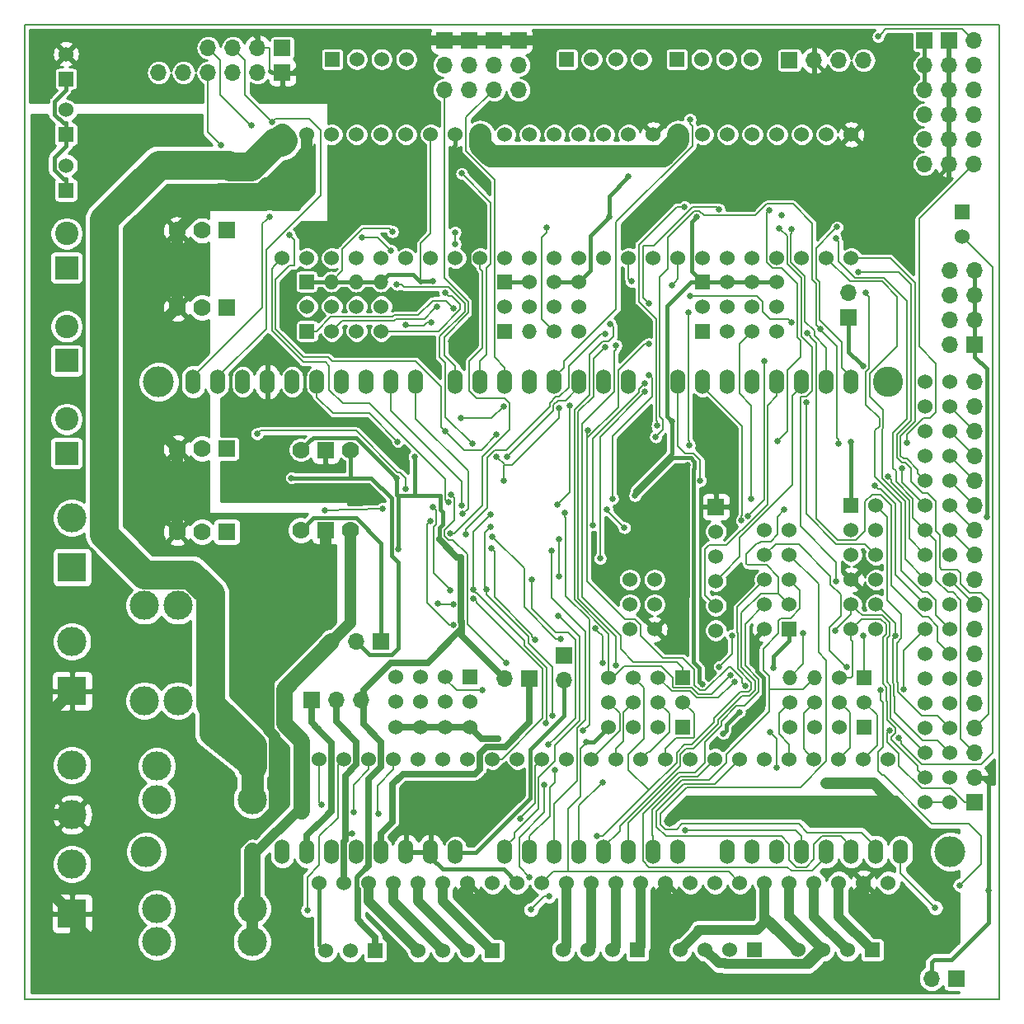
<source format=gbl>
G04 #@! TF.GenerationSoftware,KiCad,Pcbnew,5.1.0*
G04 #@! TF.CreationDate,2019-04-13T19:37:17+02:00*
G04 #@! TF.ProjectId,RAMPS-FD,52414d50-532d-4464-942e-6b696361645f,rev?*
G04 #@! TF.SameCoordinates,Original*
G04 #@! TF.FileFunction,Copper,L2,Bot*
G04 #@! TF.FilePolarity,Positive*
%FSLAX46Y46*%
G04 Gerber Fmt 4.6, Leading zero omitted, Abs format (unit mm)*
G04 Created by KiCad (PCBNEW 5.1.0) date 2019-04-13 19:37:17*
%MOMM*%
%LPD*%
G04 APERTURE LIST*
%ADD10C,0.152400*%
%ADD11R,1.524000X1.524000*%
%ADD12C,1.524000*%
%ADD13O,1.524000X1.524000*%
%ADD14R,2.999740X2.999740*%
%ADD15C,2.999740*%
%ADD16C,2.400000*%
%ADD17R,2.400000X2.400000*%
%ADD18O,1.524000X2.540000*%
%ADD19C,3.175000*%
%ADD20C,3.100000*%
%ADD21C,3.000000*%
%ADD22R,1.700000X1.700000*%
%ADD23O,1.700000X1.700000*%
%ADD24C,1.778000*%
%ADD25R,1.778000X1.778000*%
%ADD26C,0.635000*%
%ADD27C,1.143000*%
%ADD28C,0.406400*%
%ADD29C,0.203200*%
%ADD30C,0.635000*%
%ADD31C,2.286000*%
%ADD32C,3.000000*%
%ADD33C,1.143000*%
%ADD34C,1.651000*%
%ADD35C,1.016000*%
%ADD36C,0.762000*%
%ADD37C,0.508000*%
%ADD38C,0.254000*%
G04 APERTURE END LIST*
D10*
X52324000Y-39573000D02*
X52324000Y-139573000D01*
X152324000Y-39573000D02*
X52324000Y-39573000D01*
X152324000Y-139573000D02*
X152324000Y-39573000D01*
X52324000Y-139573000D02*
X152324000Y-139573000D01*
D11*
X130810000Y-101600000D03*
D12*
X128270000Y-101600000D03*
X130810000Y-99060000D03*
X128270000Y-99060000D03*
X130810000Y-96520000D03*
X128270000Y-96520000D03*
X130810000Y-93980000D03*
X128270000Y-93980000D03*
X130810000Y-91440000D03*
X128270000Y-91440000D03*
D11*
X101600000Y-70993000D03*
D12*
X101600000Y-68453000D03*
D13*
X104140000Y-70993000D03*
D12*
X104140000Y-68453000D03*
X106680000Y-70993000D03*
X106680000Y-68453000D03*
X109220000Y-70993000D03*
X109220000Y-68453000D03*
D11*
X119888000Y-106553000D03*
D12*
X119888000Y-109093000D03*
X117348000Y-106553000D03*
X117348000Y-109093000D03*
X114808000Y-106553000D03*
X114808000Y-109093000D03*
X112268000Y-106553000D03*
X112268000Y-109093000D03*
D13*
X88836500Y-65913000D03*
X86296500Y-65913000D03*
X83756500Y-65913000D03*
D11*
X81216500Y-65913000D03*
D12*
X109220000Y-65913000D03*
X106680000Y-65913000D03*
X104140000Y-65913000D03*
D11*
X101600000Y-65913000D03*
D12*
X129540000Y-65976500D03*
X127000000Y-65976500D03*
X124460000Y-65976500D03*
D11*
X121920000Y-65976500D03*
D12*
X130873500Y-111633000D03*
X133413500Y-111633000D03*
X135953500Y-111633000D03*
D11*
X138493500Y-111633000D03*
D12*
X112268000Y-111633000D03*
X114808000Y-111633000D03*
X117348000Y-111633000D03*
D11*
X119888000Y-111633000D03*
D12*
X90360500Y-111633000D03*
X92900500Y-111633000D03*
X95440500Y-111633000D03*
X97980500Y-111633000D03*
D11*
X97983040Y-106547920D03*
D12*
X97983040Y-109087920D03*
X95443040Y-106547920D03*
X95443040Y-109087920D03*
X92903040Y-106547920D03*
X92903040Y-109087920D03*
X90363040Y-106547920D03*
X90363040Y-109087920D03*
D11*
X138480800Y-106553000D03*
D12*
X138480800Y-109093000D03*
X135940800Y-106553000D03*
X135940800Y-109093000D03*
D13*
X133400800Y-106553000D03*
D12*
X133400800Y-109093000D03*
D13*
X130860800Y-106553000D03*
D12*
X130860800Y-109093000D03*
D11*
X81280000Y-70993000D03*
D12*
X81280000Y-68453000D03*
X83820000Y-70993000D03*
X83820000Y-68453000D03*
X86360000Y-70993000D03*
X86360000Y-68453000D03*
X88900000Y-70993000D03*
X88900000Y-68453000D03*
D11*
X121920000Y-70993000D03*
D12*
X121920000Y-68453000D03*
X124460000Y-70993000D03*
X124460000Y-68453000D03*
X127000000Y-70993000D03*
X127000000Y-68453000D03*
X129540000Y-70993000D03*
X129540000Y-68453000D03*
D14*
X57150000Y-107950000D03*
D15*
X57150000Y-102870000D03*
D14*
X57150000Y-95250000D03*
D15*
X57150000Y-90170000D03*
D11*
X127254000Y-134540000D03*
D12*
X124714000Y-134540000D03*
X122174000Y-134540000D03*
X119634000Y-134540000D03*
D11*
X56515000Y-45085000D03*
D12*
X56515000Y-42545000D03*
D11*
X100330000Y-134620000D03*
D12*
X97790000Y-134620000D03*
X95250000Y-134620000D03*
X92710000Y-134620000D03*
D11*
X115189000Y-134540000D03*
D12*
X112649000Y-134540000D03*
X110109000Y-134540000D03*
X107569000Y-134540000D03*
D11*
X139319000Y-134540000D03*
D12*
X136779000Y-134540000D03*
X134239000Y-134540000D03*
X131699000Y-134540000D03*
D11*
X83845400Y-43078400D03*
D12*
X86385400Y-43078400D03*
X88925400Y-43078400D03*
X91465400Y-43078400D03*
D11*
X107950000Y-43078400D03*
D12*
X110490000Y-43078400D03*
X113030000Y-43078400D03*
X115570000Y-43078400D03*
D11*
X137160000Y-88900000D03*
D12*
X139700000Y-88900000D03*
X137160000Y-91440000D03*
X139700000Y-91440000D03*
X137160000Y-93980000D03*
X139700000Y-93980000D03*
X137160000Y-96520000D03*
X139700000Y-96520000D03*
X137160000Y-99060000D03*
X139700000Y-99060000D03*
X137160000Y-101600000D03*
X139700000Y-101600000D03*
D11*
X119228000Y-43078400D03*
D12*
X121768000Y-43078400D03*
X124308000Y-43078400D03*
X126848000Y-43078400D03*
D16*
X56580000Y-60988000D03*
D17*
X56580000Y-64488000D03*
D11*
X148567000Y-58750200D03*
D12*
X148567000Y-61290200D03*
D16*
X56580000Y-80038000D03*
D17*
X56580000Y-83538000D03*
D16*
X56580000Y-70513000D03*
D17*
X56580000Y-74013000D03*
D11*
X56515000Y-56515000D03*
D12*
X56515000Y-53975000D03*
D11*
X56515000Y-50800000D03*
D12*
X56515000Y-48260000D03*
X116967000Y-96520000D03*
X116967000Y-99060000D03*
X116967000Y-101600000D03*
X114427000Y-101600000D03*
X114427000Y-99060000D03*
X114427000Y-96520000D03*
D18*
X78740000Y-124460000D03*
X81280000Y-124460000D03*
X69596000Y-76200000D03*
X72136000Y-76200000D03*
D12*
X147320000Y-119380000D03*
X144780000Y-119380000D03*
X147320000Y-116840000D03*
X144780000Y-116840000D03*
X147320000Y-114300000D03*
X144780000Y-114300000D03*
X147320000Y-111760000D03*
X144780000Y-111760000D03*
X147320000Y-109220000D03*
X144780000Y-109220000D03*
X147320000Y-106680000D03*
X144780000Y-106680000D03*
X147320000Y-104140000D03*
X144780000Y-104140000D03*
X147320000Y-101600000D03*
X144780000Y-101600000D03*
X147320000Y-99060000D03*
X144780000Y-99060000D03*
X147320000Y-96520000D03*
X144780000Y-96520000D03*
X147320000Y-93980000D03*
X144780000Y-93980000D03*
X147320000Y-91440000D03*
X144780000Y-91440000D03*
X144780000Y-88900000D03*
X147320000Y-88900000D03*
X147320000Y-76200000D03*
X144780000Y-76200000D03*
X147320000Y-86360000D03*
X144780000Y-86360000D03*
X147320000Y-83820000D03*
X144780000Y-83820000D03*
X147320000Y-81280000D03*
X144780000Y-81280000D03*
X147320000Y-78740000D03*
X144780000Y-78740000D03*
D19*
X64770000Y-124460000D03*
X66040000Y-76200000D03*
D20*
X140970000Y-76200000D03*
D19*
X147320000Y-124460000D03*
D18*
X88900000Y-124460000D03*
X74676000Y-76200000D03*
X77216000Y-76200000D03*
X79756000Y-76200000D03*
X82296000Y-76200000D03*
X84836000Y-76200000D03*
X87376000Y-76200000D03*
X89916000Y-76200000D03*
X92456000Y-76200000D03*
X96520000Y-76200000D03*
X99060000Y-76200000D03*
X101600000Y-76200000D03*
X104140000Y-76200000D03*
X106680000Y-76200000D03*
X109220000Y-76200000D03*
X111760000Y-76200000D03*
X114300000Y-76200000D03*
X83820000Y-124460000D03*
X86360000Y-124460000D03*
X91440000Y-124460000D03*
X93980000Y-124460000D03*
X96520000Y-124460000D03*
X106680000Y-124460000D03*
X104140000Y-124460000D03*
X101600000Y-124460000D03*
X109220000Y-124460000D03*
X111760000Y-124460000D03*
X114300000Y-124460000D03*
X132080000Y-124460000D03*
X129540000Y-124460000D03*
X127000000Y-124460000D03*
X116840000Y-124460000D03*
X119380000Y-124460000D03*
X124460000Y-124460000D03*
X134620000Y-124460000D03*
X137160000Y-124460000D03*
X139700000Y-124460000D03*
X142240000Y-124460000D03*
X137160000Y-76200000D03*
X134620000Y-76200000D03*
X132080000Y-76200000D03*
X129540000Y-76200000D03*
X127000000Y-76200000D03*
X124460000Y-76200000D03*
X121920000Y-76200000D03*
X119380000Y-76200000D03*
D11*
X88265000Y-134620000D03*
D12*
X85725000Y-134620000D03*
X83185000Y-134620000D03*
D14*
X57150000Y-130810000D03*
D15*
X57150000Y-125730000D03*
X57150000Y-115570000D03*
X57150000Y-120650000D03*
D21*
X65864000Y-130298720D03*
X65864000Y-133698720D03*
X75614000Y-130298720D03*
X75614000Y-133698720D03*
X64594000Y-108933720D03*
X67994000Y-108933720D03*
X64594000Y-99183720D03*
X67994000Y-99183720D03*
X65864000Y-115693720D03*
X65864000Y-119093720D03*
X75614000Y-115693720D03*
X75614000Y-119093720D03*
D22*
X107696000Y-104267000D03*
D23*
X107696000Y-106807000D03*
D22*
X81711800Y-108915200D03*
D23*
X84251800Y-108915200D03*
X86791800Y-108915200D03*
D22*
X88900000Y-102870000D03*
D23*
X86360000Y-102870000D03*
X83820000Y-102870000D03*
D22*
X104076500Y-106680000D03*
D23*
X101536500Y-106680000D03*
D22*
X136906000Y-69596000D03*
D23*
X136906000Y-67056000D03*
D22*
X95377000Y-41148000D03*
D23*
X95377000Y-43688000D03*
X95377000Y-46228000D03*
D22*
X97917000Y-41148000D03*
D23*
X97917000Y-43688000D03*
X97917000Y-46228000D03*
D22*
X100457000Y-41148000D03*
D23*
X100457000Y-43688000D03*
X100457000Y-46228000D03*
D22*
X102997000Y-41148000D03*
D23*
X102997000Y-43688000D03*
X102997000Y-46228000D03*
D22*
X123240800Y-89027000D03*
D12*
X123240800Y-91567000D03*
X123240800Y-94107000D03*
X123240800Y-96647000D03*
X123240800Y-99187000D03*
X123240800Y-101727000D03*
D22*
X78740000Y-41910000D03*
D23*
X76200000Y-41910000D03*
X73660000Y-41910000D03*
X71120000Y-41910000D03*
D22*
X147955000Y-137459720D03*
D23*
X145415000Y-137459720D03*
D22*
X130810000Y-43180000D03*
D23*
X133350000Y-43180000D03*
X135890000Y-43180000D03*
X138430000Y-43180000D03*
D22*
X149860000Y-119380000D03*
D23*
X149860000Y-116840000D03*
X149860000Y-114300000D03*
X149860000Y-111760000D03*
X149860000Y-109220000D03*
X149860000Y-106680000D03*
X149860000Y-104140000D03*
X149860000Y-101600000D03*
X149860000Y-99060000D03*
X149860000Y-96520000D03*
X149860000Y-93980000D03*
X149860000Y-91440000D03*
X149860000Y-88900000D03*
X149860000Y-86360000D03*
X149860000Y-83820000D03*
X149860000Y-81280000D03*
X149860000Y-78740000D03*
X149860000Y-76200000D03*
D22*
X78740000Y-44450000D03*
D23*
X76200000Y-44450000D03*
X73660000Y-44450000D03*
X71120000Y-44450000D03*
X68580000Y-44450000D03*
X66040000Y-44450000D03*
D22*
X149860000Y-72390000D03*
D23*
X147320000Y-72390000D03*
X149860000Y-69850000D03*
X147320000Y-69850000D03*
X149860000Y-67310000D03*
X147320000Y-67310000D03*
X149860000Y-64770000D03*
X147320000Y-64770000D03*
D22*
X144678400Y-41148000D03*
D23*
X144678400Y-43688000D03*
X144678400Y-46228000D03*
X144678400Y-48768000D03*
X144678400Y-51308000D03*
X144678400Y-53848000D03*
D22*
X147193000Y-41148000D03*
D23*
X149733000Y-41148000D03*
X147193000Y-43688000D03*
X149733000Y-43688000D03*
X147193000Y-46228000D03*
X149733000Y-46228000D03*
X147193000Y-48768000D03*
X149733000Y-48768000D03*
X147193000Y-51308000D03*
X149733000Y-51308000D03*
X147193000Y-53848000D03*
X149733000Y-53848000D03*
D24*
X70485000Y-60655200D03*
X67945000Y-60655200D03*
D25*
X73025000Y-60655200D03*
D24*
X70490100Y-83073200D03*
X67950100Y-83073200D03*
D25*
X73030100Y-83073200D03*
D24*
X70485000Y-68580000D03*
X67945000Y-68580000D03*
D25*
X73025000Y-68580000D03*
D24*
X70479900Y-91620300D03*
X67939900Y-91620300D03*
D25*
X73019900Y-91620300D03*
D24*
X85725000Y-91440000D03*
D25*
X83185000Y-91440000D03*
D24*
X80645000Y-91440000D03*
X85725000Y-83185000D03*
D25*
X83185000Y-83185000D03*
D24*
X80645000Y-83185000D03*
D12*
X119380000Y-63500000D03*
X121920000Y-63500000D03*
X124460000Y-63500000D03*
X127000000Y-63500000D03*
X129540000Y-63500000D03*
X132080000Y-63500000D03*
X134620000Y-63500000D03*
X137160000Y-63500000D03*
X137160000Y-50800000D03*
X134620000Y-50800000D03*
X132080000Y-50800000D03*
X129540000Y-50800000D03*
X127000000Y-50800000D03*
X124460000Y-50800000D03*
X121920000Y-50800000D03*
X119380000Y-50800000D03*
X99060000Y-63500000D03*
X101600000Y-63500000D03*
X104140000Y-63500000D03*
X106680000Y-63500000D03*
X109220000Y-63500000D03*
X111760000Y-63500000D03*
X114300000Y-63500000D03*
X116840000Y-63500000D03*
X116840000Y-50800000D03*
X114300000Y-50800000D03*
X111760000Y-50800000D03*
X109220000Y-50800000D03*
X106680000Y-50800000D03*
X104140000Y-50800000D03*
X101600000Y-50800000D03*
X99060000Y-50800000D03*
X78740000Y-63500000D03*
X81280000Y-63500000D03*
X83820000Y-63500000D03*
X86360000Y-63500000D03*
X88900000Y-63500000D03*
X91440000Y-63500000D03*
X93980000Y-63500000D03*
X96520000Y-63500000D03*
X96520000Y-50800000D03*
X93980000Y-50800000D03*
X91440000Y-50800000D03*
X88900000Y-50800000D03*
X86360000Y-50800000D03*
X83820000Y-50800000D03*
X81280000Y-50800000D03*
X78740000Y-50800000D03*
X140970000Y-114935000D03*
X138430000Y-114935000D03*
X135890000Y-114935000D03*
X133350000Y-114935000D03*
X130810000Y-114935000D03*
X128270000Y-114935000D03*
X125730000Y-114935000D03*
X123190000Y-114935000D03*
X123190000Y-127635000D03*
X125730000Y-127635000D03*
X128270000Y-127635000D03*
X130810000Y-127635000D03*
X133350000Y-127635000D03*
X135890000Y-127635000D03*
X138430000Y-127635000D03*
X140970000Y-127635000D03*
X120650000Y-114935000D03*
X118110000Y-114935000D03*
X115570000Y-114935000D03*
X113030000Y-114935000D03*
X110490000Y-114935000D03*
X107950000Y-114935000D03*
X105410000Y-114935000D03*
X102870000Y-114935000D03*
X102870000Y-127635000D03*
X105410000Y-127635000D03*
X107950000Y-127635000D03*
X110490000Y-127635000D03*
X113030000Y-127635000D03*
X115570000Y-127635000D03*
X118110000Y-127635000D03*
X120650000Y-127635000D03*
X100330000Y-114935000D03*
X97790000Y-114935000D03*
X95250000Y-114935000D03*
X92710000Y-114935000D03*
X90170000Y-114935000D03*
X87630000Y-114935000D03*
X85090000Y-114935000D03*
X82550000Y-114935000D03*
X82550000Y-127635000D03*
X85090000Y-127635000D03*
X87630000Y-127635000D03*
X90170000Y-127635000D03*
X92710000Y-127635000D03*
X95250000Y-127635000D03*
X97790000Y-127635000D03*
X100330000Y-127635000D03*
D26*
X79671500Y-86076100D03*
X129489200Y-115824000D03*
X85924000Y-122573000D03*
X114935000Y-87884000D03*
X114300000Y-55118000D03*
X118729800Y-80271600D03*
X109979020Y-113236180D03*
X124012903Y-112325516D03*
X128794001Y-112199001D03*
X141058910Y-112017242D03*
X129145370Y-105542478D03*
X94227614Y-65877684D03*
X121285000Y-59245500D03*
X130048000Y-59055000D03*
X121882202Y-107307958D03*
X112270826Y-59296310D03*
X125666500Y-110109000D03*
X100843764Y-112864889D03*
X90043000Y-60769500D03*
D27*
X76581000Y-53657500D03*
X75614000Y-124944400D03*
X80772000Y-120091200D03*
D26*
X111890286Y-71288555D03*
X118766745Y-66255910D03*
X97541408Y-91854900D03*
X95966585Y-91806280D03*
X95775261Y-88595959D03*
X98345132Y-98428996D03*
X100105400Y-89845000D03*
X105775829Y-111287629D03*
X98306321Y-97575446D03*
X99695400Y-97554100D03*
X100085300Y-91120300D03*
X106451421Y-110490000D03*
X130302000Y-89344500D03*
X126873000Y-88201356D03*
X135636000Y-96710500D03*
X129794000Y-60452000D03*
X105918000Y-60388500D03*
X111005900Y-122884900D03*
X113855500Y-91186000D03*
X112077500Y-89344500D03*
X106997500Y-88773000D03*
X108267500Y-78613000D03*
X94043500Y-70104000D03*
X91376500Y-70358000D03*
X148336000Y-127889000D03*
X145796000Y-130220720D03*
X136663813Y-105524367D03*
X140204930Y-107861090D03*
X96299690Y-99041560D03*
X94724868Y-98996500D03*
X90587600Y-82345900D03*
X101835300Y-83867400D03*
X135569900Y-61505000D03*
X100183800Y-93285500D03*
X104711504Y-102679500D03*
X138620500Y-67055996D03*
X120611901Y-67411599D03*
X130999168Y-70103038D03*
X132620683Y-71197524D03*
X114588730Y-65884230D03*
X100294900Y-92094100D03*
X107297470Y-102577943D03*
X137858490Y-64903329D03*
X135509000Y-101727000D03*
X132225339Y-102019371D03*
X112395000Y-70231000D03*
X95444500Y-67071496D03*
X124746658Y-106319470D03*
X141718735Y-102284172D03*
X138430000Y-102234998D03*
X112983044Y-72486445D03*
X96329578Y-68624762D03*
X123612457Y-105454656D03*
X124897385Y-102271839D03*
X113030000Y-105283000D03*
X111887000Y-72633967D03*
X125204422Y-106991121D03*
X94609429Y-68468510D03*
X99257790Y-107879210D03*
X97256400Y-89776100D03*
X83127400Y-89400900D03*
X89027000Y-89204800D03*
X97189500Y-88937500D03*
X91382500Y-87179511D03*
X76141000Y-81537100D03*
X142541775Y-107747800D03*
X97075600Y-79965000D03*
X101463300Y-78696400D03*
X79440522Y-61103638D03*
X100720300Y-81643700D03*
X95478400Y-81288900D03*
X98219800Y-82565000D03*
X90505425Y-66198943D03*
X86932419Y-61358740D03*
X89890302Y-62725317D03*
X151091001Y-90081999D03*
D27*
X134620000Y-117449600D03*
X118491000Y-121285000D03*
X68574000Y-112373800D03*
X78459000Y-57247200D03*
X77965290Y-113106190D03*
X57086500Y-67500500D03*
X64262001Y-67500499D03*
D26*
X135698989Y-60311189D03*
X75564551Y-49903496D03*
X77406500Y-59245500D03*
X131064000Y-60527080D03*
X77685564Y-49513106D03*
X97153100Y-54809900D03*
X120599200Y-49250600D03*
X132550784Y-78345018D03*
X128213623Y-74066433D03*
X107060817Y-100203844D03*
X126569632Y-89979379D03*
X106684062Y-116076804D03*
X106070400Y-113461800D03*
X115992800Y-77229600D03*
X111374600Y-94331000D03*
X104337689Y-96520000D03*
X115959000Y-76382900D03*
X106362500Y-93517600D03*
X110614939Y-90893910D03*
X112630036Y-88201510D03*
X116395100Y-75486800D03*
X109626400Y-112039400D03*
X111594800Y-117346100D03*
X107734068Y-89632071D03*
X96456500Y-60833000D03*
X96456500Y-62039500D03*
X72445349Y-51878790D03*
X125893719Y-90430827D03*
X121653375Y-86336040D03*
X142365993Y-85077322D03*
X82769000Y-119628700D03*
X96095300Y-87814000D03*
X101695700Y-105061120D03*
X104267000Y-130403600D03*
X106092100Y-129019400D03*
X81356200Y-130479800D03*
X139587100Y-86880678D03*
X105662832Y-117571985D03*
X104140100Y-127064800D03*
X94193600Y-89109300D03*
X96012000Y-97586800D03*
X111607590Y-105105200D03*
X110843540Y-101525860D03*
X120066600Y-122243500D03*
X103127500Y-121053000D03*
X140970800Y-85940932D03*
X96329490Y-101208105D03*
X93918417Y-90492558D03*
X117072200Y-81852700D03*
X135875085Y-82562677D03*
X133948467Y-70793462D03*
X141991237Y-112812490D03*
X139915363Y-40754310D03*
X117221400Y-80724500D03*
X120028432Y-58235665D03*
X120500300Y-82722100D03*
X116382409Y-68167249D03*
X120397978Y-69071365D03*
X123571000Y-58521590D03*
X129550700Y-82307000D03*
X128778000Y-58546990D03*
X142875000Y-82486500D03*
X151293200Y-128442720D03*
X99314000Y-48945800D03*
X96022200Y-72015200D03*
X120370655Y-84711040D03*
X114159355Y-72796422D03*
X115991720Y-70015090D03*
X98055837Y-69853785D03*
X96647000Y-65786000D03*
X116268500Y-79375000D03*
X118872000Y-89027000D03*
X93132200Y-71904300D03*
X84226400Y-72872600D03*
X77216000Y-73215500D03*
X125352042Y-112146716D03*
X119697500Y-89027000D03*
X97853500Y-61277500D03*
X116395500Y-58293002D03*
X114960400Y-84480400D03*
X107188000Y-92329000D03*
X107188000Y-96139000D03*
X90506700Y-86087098D03*
X97112500Y-94191500D03*
X90644800Y-93399400D03*
X92303100Y-83899500D03*
X138400201Y-74605810D03*
X137156455Y-82397557D03*
X101475539Y-86387940D03*
X100733200Y-83909400D03*
X126293902Y-107453808D03*
X116377963Y-72326490D03*
X110109000Y-81153000D03*
X107160831Y-78892411D03*
X86067921Y-120367952D03*
X88624000Y-120573000D03*
D28*
X56515000Y-45085000D02*
X56515000Y-46253700D01*
X55346300Y-47422400D02*
X56515000Y-46253700D01*
X55346300Y-48754900D02*
X55346300Y-47422400D01*
X56222700Y-49631300D02*
X55346300Y-48754900D01*
X56515000Y-49631300D02*
X56222700Y-49631300D01*
X56515000Y-50800000D02*
X56515000Y-49631300D01*
X55346300Y-53137400D02*
X56515000Y-51968700D01*
X55346300Y-54469800D02*
X55346300Y-53137400D01*
X56222800Y-55346300D02*
X55346300Y-54469800D01*
X56515000Y-55346300D02*
X56222800Y-55346300D01*
X56515000Y-56515000D02*
X56515000Y-55346300D01*
X56515000Y-50800000D02*
X56515000Y-51968700D01*
X85725000Y-86076100D02*
X79671500Y-86076100D01*
X85725000Y-86076100D02*
X85725000Y-83185000D01*
X90601800Y-103536620D02*
X90601800Y-94773800D01*
X89947631Y-104190789D02*
X90601800Y-103536620D01*
X89920600Y-88111400D02*
X87885300Y-86076100D01*
X89920600Y-94092600D02*
X89920600Y-88111400D01*
X90601800Y-94773800D02*
X89920600Y-94092600D01*
X87885300Y-86076100D02*
X85725000Y-86076100D01*
X87680789Y-104190789D02*
X89947631Y-104190789D01*
X86360000Y-102870000D02*
X87680789Y-104190789D01*
X118236990Y-79778790D02*
X118412301Y-79954101D01*
X118412301Y-79954101D02*
X118729800Y-80271600D01*
X114935000Y-87376000D02*
X118729800Y-83581200D01*
X118729800Y-83581200D02*
X118729800Y-80271600D01*
X114935000Y-87884000D02*
X114935000Y-87376000D01*
X85090000Y-127635000D02*
X85090000Y-122573000D01*
X85090000Y-122573000D02*
X85924000Y-122573000D01*
D29*
X93980000Y-60960000D02*
X93980000Y-50800000D01*
X106540200Y-126504800D02*
X108100900Y-126504800D01*
X105410000Y-127635000D02*
X106540200Y-126504800D01*
X124599800Y-126504800D02*
X125730000Y-127635000D01*
X108100900Y-126504800D02*
X124599800Y-126504800D01*
D28*
X121920000Y-65976500D02*
X124460000Y-65976500D01*
X124460000Y-65976500D02*
X127000000Y-65976500D01*
X127000000Y-65976500D02*
X129540000Y-65976500D01*
D29*
X108100900Y-126504800D02*
X108100900Y-120074400D01*
D28*
X112268000Y-111633000D02*
X110664820Y-113236180D01*
D29*
X108100900Y-120074400D02*
X109379500Y-118795800D01*
D28*
X110664820Y-113236180D02*
X110428032Y-113236180D01*
X110428032Y-113236180D02*
X109979020Y-113236180D01*
D29*
X109661521Y-113553679D02*
X109979020Y-113236180D01*
X109379500Y-113835700D02*
X109661521Y-113553679D01*
X109379500Y-118795800D02*
X109379500Y-113835700D01*
X129489200Y-112894200D02*
X128794001Y-112199001D01*
X129489200Y-115824000D02*
X129489200Y-112894200D01*
X149860000Y-119380000D02*
X148806800Y-119380000D01*
X148806800Y-119380000D02*
X147392900Y-117966100D01*
X147392900Y-117966100D02*
X144387300Y-117966100D01*
X142037200Y-114384700D02*
X140843011Y-113190511D01*
X140843011Y-112233141D02*
X141058910Y-112017242D01*
X140843011Y-113190511D02*
X140843011Y-112233141D01*
X142037200Y-115616000D02*
X142037200Y-114384700D01*
X144387300Y-117966100D02*
X142037200Y-115616000D01*
D28*
X129145370Y-104433030D02*
X129145370Y-105542478D01*
X130810000Y-101600000D02*
X130810000Y-102768400D01*
X130810000Y-102768400D02*
X129145370Y-104433030D01*
X118236990Y-68403110D02*
X120663600Y-65976500D01*
X120663600Y-65976500D02*
X121920000Y-65976500D01*
X118236990Y-75946010D02*
X118236990Y-68403110D01*
X118236990Y-75218550D02*
X118236990Y-75946010D01*
X118236990Y-75946010D02*
X118236990Y-79778790D01*
X88836500Y-65913000D02*
X81216500Y-65913000D01*
D29*
X92938599Y-65887599D02*
X92964000Y-65913000D01*
X92938599Y-62001401D02*
X92938599Y-65887599D01*
X93980000Y-60960000D02*
X92938599Y-62001401D01*
D28*
X92202001Y-65151001D02*
X89598499Y-65151001D01*
X92964000Y-65913000D02*
X92202001Y-65151001D01*
X89598499Y-65151001D02*
X88836500Y-65913000D01*
X93778602Y-65877684D02*
X94227614Y-65877684D01*
X92964000Y-65913000D02*
X92999316Y-65877684D01*
X92999316Y-65877684D02*
X93778602Y-65877684D01*
X120776999Y-59753501D02*
X120967501Y-59562999D01*
X120967501Y-59562999D02*
X121285000Y-59245500D01*
X121920000Y-65976500D02*
X120776999Y-64833499D01*
X120776999Y-64833499D02*
X120776999Y-59753501D01*
X118806461Y-84012539D02*
X120705936Y-84012539D01*
X120705936Y-84012539D02*
X121069156Y-84375759D01*
X121069156Y-84375759D02*
X121069156Y-85046321D01*
X120954865Y-105000379D02*
X121564703Y-105610217D01*
X121564703Y-106990459D02*
X121882202Y-107307958D01*
X114935000Y-87884000D02*
X118806461Y-84012539D01*
X120954865Y-85160612D02*
X120954865Y-105000379D01*
X121069156Y-85046321D02*
X120954865Y-85160612D01*
X121564703Y-105610217D02*
X121564703Y-106990459D01*
X101600000Y-65913000D02*
X104140000Y-65913000D01*
X106680000Y-65913000D02*
X109220000Y-65913000D01*
X110363000Y-64770000D02*
X110363000Y-61204136D01*
X110363000Y-61204136D02*
X111953327Y-59613809D01*
X109220000Y-65913000D02*
X110363000Y-64770000D01*
X112270826Y-57147174D02*
X112270826Y-58847298D01*
X112270826Y-58847298D02*
X112270826Y-59296310D01*
X111953327Y-59613809D02*
X112270826Y-59296310D01*
X114300000Y-55118000D02*
X112270826Y-57147174D01*
X124330402Y-111445098D02*
X125349001Y-110426499D01*
X124330402Y-112008017D02*
X124330402Y-111445098D01*
X125349001Y-110426499D02*
X125666500Y-110109000D01*
X124012903Y-112325516D02*
X124330402Y-112008017D01*
X85090000Y-122573000D02*
X85255111Y-122407889D01*
D30*
X85090000Y-123443896D02*
X85255111Y-123278785D01*
X85090000Y-127635000D02*
X85090000Y-123443896D01*
D28*
X85255111Y-122407889D02*
X85255111Y-117259111D01*
D30*
X85255111Y-123278785D02*
X85255111Y-117259111D01*
X86360000Y-115525806D02*
X86360000Y-115356642D01*
X85255111Y-117259111D02*
X85255111Y-116630695D01*
X85255111Y-116630695D02*
X86360000Y-115525806D01*
D29*
X83756500Y-65913000D02*
X84861401Y-64808099D01*
X84861401Y-62581087D02*
X86990487Y-60452001D01*
X86990487Y-60452001D02*
X89725501Y-60452001D01*
X89725501Y-60452001D02*
X90043000Y-60769500D01*
X84861401Y-64808099D02*
X84861401Y-62581087D01*
D30*
X84251800Y-111112300D02*
X84251800Y-108915200D01*
X86360000Y-115525806D02*
X86360000Y-113220500D01*
X86360000Y-113220500D02*
X84251800Y-111112300D01*
X90360500Y-111633000D02*
X97980500Y-111633000D01*
X99212389Y-112864889D02*
X100843764Y-112864889D01*
X97980500Y-111633000D02*
X99212389Y-112864889D01*
D31*
X75614000Y-115693720D02*
X75614000Y-119093720D01*
X71324000Y-112323800D02*
X75057000Y-115294800D01*
X71324000Y-97961080D02*
X71324000Y-112323800D01*
D32*
X71324000Y-109282400D02*
X71324000Y-102996200D01*
X75614000Y-113572400D02*
X71324000Y-109282400D01*
X75614000Y-115693720D02*
X75614000Y-113572400D01*
X64580719Y-95980519D02*
X60424000Y-91823800D01*
X69343439Y-95980519D02*
X64580719Y-95980519D01*
X71324000Y-97961080D02*
X69343439Y-95980519D01*
X60424000Y-91823800D02*
X60424000Y-59523800D01*
X60424000Y-59523800D02*
X66048300Y-53899500D01*
X73208244Y-53899500D02*
X73378272Y-54069528D01*
X66048300Y-53899500D02*
X73208244Y-53899500D01*
D31*
X77978001Y-51561999D02*
X78740000Y-50800000D01*
X77616200Y-51923800D02*
X77978001Y-51561999D01*
D32*
X78655501Y-51533807D02*
X78814799Y-51374509D01*
X78006193Y-51533807D02*
X78655501Y-51533807D01*
X73378272Y-54069528D02*
X75470472Y-54069528D01*
X75470472Y-54069528D02*
X78006193Y-51533807D01*
D31*
X119380000Y-51380138D02*
X119380000Y-50800000D01*
X117801138Y-52959000D02*
X119380000Y-51380138D01*
X100141370Y-52959000D02*
X117801138Y-52959000D01*
X99060000Y-51877630D02*
X100141370Y-52959000D01*
X99060000Y-50800000D02*
X99060000Y-51877630D01*
D32*
X71324000Y-102996200D02*
X71324000Y-97961080D01*
D33*
X75614000Y-133698720D02*
X75614000Y-130298720D01*
X85725000Y-100965000D02*
X83820000Y-102870000D01*
X85725000Y-91440000D02*
X85725000Y-100965000D01*
D34*
X78930500Y-110295162D02*
X78930500Y-107759500D01*
X78930500Y-107759500D02*
X83820000Y-102870000D01*
X78930500Y-110295162D02*
X78930500Y-111315500D01*
X80759299Y-113144299D02*
X80759299Y-117208299D01*
X78930500Y-111315500D02*
X80759299Y-113144299D01*
X80759299Y-117208299D02*
X80772000Y-117221000D01*
X80772000Y-117221000D02*
X80772000Y-119761000D01*
X75614000Y-130298720D02*
X75614000Y-124944400D01*
X80772000Y-119761000D02*
X80772000Y-120091200D01*
X75614000Y-124944400D02*
X75614000Y-124411000D01*
X80772000Y-120091200D02*
X80772000Y-120269000D01*
D35*
X80289400Y-120269000D02*
X80772000Y-120269000D01*
X75614000Y-124411000D02*
X76147400Y-124411000D01*
X76147400Y-124411000D02*
X80289400Y-120269000D01*
D29*
X119380000Y-65642655D02*
X119084244Y-65938411D01*
X119380000Y-63500000D02*
X119380000Y-65642655D01*
X119084244Y-65938411D02*
X118766745Y-66255910D01*
X100515000Y-83244800D02*
X99767000Y-83992800D01*
X108178590Y-76756910D02*
X107182742Y-77752758D01*
X111890286Y-71288555D02*
X111441274Y-71288555D01*
X107182742Y-77752758D02*
X106797838Y-77752758D01*
X99767000Y-83992800D02*
X99767000Y-89162232D01*
X97541408Y-91387824D02*
X97541408Y-91405888D01*
X97541408Y-91405888D02*
X97541408Y-91854900D01*
X111441274Y-71288555D02*
X108178590Y-74551239D01*
X101690700Y-83244800D02*
X100515000Y-83244800D01*
X106182918Y-78367678D02*
X106182918Y-78752582D01*
X99767000Y-89162232D02*
X97541408Y-91387824D01*
X106182918Y-78752582D02*
X101690700Y-83244800D01*
X108178590Y-74551239D02*
X108178590Y-76756910D01*
X106797838Y-77752758D02*
X106182918Y-78367678D01*
X97933000Y-77121600D02*
X98715600Y-77904200D01*
X99314000Y-64831630D02*
X99314000Y-72707500D01*
X98715600Y-77904200D02*
X101583600Y-77904200D01*
X99304500Y-83880000D02*
X99304500Y-88917377D01*
X102104400Y-81146400D02*
X100834600Y-82416200D01*
X102104400Y-78425000D02*
X102104400Y-81146400D01*
X99060000Y-64577630D02*
X99314000Y-64831630D01*
X101583600Y-77904200D02*
X102104400Y-78425000D01*
X99304500Y-88917377D02*
X96415597Y-91806280D01*
X97933000Y-74088500D02*
X97933000Y-77121600D01*
X96415597Y-91806280D02*
X95966585Y-91806280D01*
X100834600Y-82416200D02*
X100768300Y-82416200D01*
X100768300Y-82416200D02*
X99304500Y-83880000D01*
X99314000Y-72707500D02*
X97933000Y-74088500D01*
X99060000Y-63500000D02*
X99060000Y-64577630D01*
X77660489Y-70960319D02*
X77660489Y-64579511D01*
X77660489Y-64579511D02*
X77978001Y-64261999D01*
X83566000Y-74587100D02*
X83165950Y-74187050D01*
X95775261Y-88595959D02*
X95478611Y-88299309D01*
X77978001Y-64261999D02*
X78740000Y-63500000D01*
X95478611Y-88299309D02*
X95478611Y-86172511D01*
X83165950Y-74187050D02*
X80887220Y-74187050D01*
X80887220Y-74187050D02*
X77660489Y-70960319D01*
X84948600Y-78385600D02*
X83566000Y-77003000D01*
X83566000Y-77003000D02*
X83566000Y-74587100D01*
X87691700Y-78385600D02*
X84948600Y-78385600D01*
X95478611Y-86172511D02*
X87691700Y-78385600D01*
D28*
X107696000Y-104267000D02*
X107061000Y-104902000D01*
X88900000Y-102870000D02*
X88900000Y-101363500D01*
X88900000Y-92765800D02*
X88900000Y-101363500D01*
X86278400Y-90144200D02*
X88900000Y-92765800D01*
X81940800Y-90144200D02*
X86278400Y-90144200D01*
X80645000Y-91440000D02*
X81940800Y-90144200D01*
D35*
X90170000Y-127635000D02*
X90170000Y-129540000D01*
X90170000Y-129540000D02*
X95250000Y-134620000D01*
X87630000Y-127635000D02*
X87630000Y-129540000D01*
X87630000Y-129540000D02*
X92710000Y-134620000D01*
X92710000Y-127635000D02*
X92710000Y-129540000D01*
X92710000Y-129540000D02*
X97790000Y-134620000D01*
X95250000Y-127635000D02*
X95250000Y-129540000D01*
X95250000Y-129540000D02*
X100330000Y-134620000D01*
X110490000Y-134159000D02*
X110109000Y-134540000D01*
X110490000Y-127635000D02*
X110490000Y-134159000D01*
X107950000Y-134159000D02*
X107569000Y-134540000D01*
X107950000Y-127635000D02*
X107950000Y-134159000D01*
X113030000Y-134159000D02*
X112649000Y-134540000D01*
X113030000Y-127635000D02*
X113030000Y-134159000D01*
X115570000Y-134159000D02*
X115189000Y-134540000D01*
X115570000Y-127635000D02*
X115570000Y-134159000D01*
D36*
X133933300Y-134234300D02*
X134239000Y-134540000D01*
X133909400Y-134234300D02*
X133933300Y-134234300D01*
X130810000Y-131134900D02*
X133909400Y-134234300D01*
X133909400Y-134234300D02*
X132221900Y-135921800D01*
D35*
X130810000Y-127635000D02*
X130810000Y-131134900D01*
X130833900Y-131134900D02*
X134239000Y-134540000D01*
X130810000Y-131134900D02*
X130833900Y-131134900D01*
X124265601Y-136013201D02*
X124174200Y-135921800D01*
X132765799Y-136013201D02*
X124265601Y-136013201D01*
X134239000Y-134540000D02*
X132765799Y-136013201D01*
D36*
X132221900Y-135921800D02*
X124174200Y-135921800D01*
D35*
X123555800Y-135921800D02*
X122174000Y-134540000D01*
X124174200Y-135921800D02*
X123555800Y-135921800D01*
D36*
X128270000Y-131111000D02*
X128270000Y-131445000D01*
X128270000Y-131445000D02*
X131365000Y-134540000D01*
X131365000Y-134540000D02*
X131699000Y-134540000D01*
D35*
X128270000Y-127635000D02*
X128270000Y-131111000D01*
X128270000Y-131699000D02*
X127508000Y-132461000D01*
X128270000Y-131111000D02*
X128270000Y-131699000D01*
X127508000Y-132461000D02*
X121486800Y-132461000D01*
X121486800Y-132687200D02*
X119634000Y-134540000D01*
X121486800Y-132461000D02*
X121486800Y-132687200D01*
X128270000Y-131699000D02*
X128858000Y-131699000D01*
X129230750Y-132071750D02*
X128270000Y-131111000D01*
X128858000Y-131699000D02*
X129230750Y-132071750D01*
X129230750Y-132071750D02*
X131699000Y-134540000D01*
X133350000Y-131111000D02*
X133350000Y-127635000D01*
X136779000Y-134540000D02*
X133350000Y-131111000D01*
X135890000Y-127635000D02*
X135890000Y-131111000D01*
X135890000Y-131111000D02*
X139319000Y-134540000D01*
D29*
X98662631Y-98746495D02*
X98345132Y-98428996D01*
X101284299Y-114935000D02*
X105473500Y-110745799D01*
X105473500Y-105699779D02*
X98662631Y-98888910D01*
X105473500Y-110745799D02*
X105473500Y-105699779D01*
X100330000Y-114935000D02*
X101284299Y-114935000D01*
X98662631Y-98888910D02*
X98662631Y-98746495D01*
X105854511Y-111208947D02*
X105854511Y-105541960D01*
X98306321Y-91644079D02*
X98306321Y-97126434D01*
X98306321Y-97126434D02*
X98306321Y-97575446D01*
X103606587Y-102807037D02*
X98692495Y-97892945D01*
X100105400Y-89845000D02*
X98306321Y-91644079D01*
X105775829Y-111287629D02*
X105854511Y-111208947D01*
X105854511Y-105541960D02*
X103606587Y-103294036D01*
X98692495Y-97892945D02*
X98623820Y-97892945D01*
X98623820Y-97892945D02*
X98306321Y-97575446D01*
X103606587Y-103294036D02*
X103606587Y-102807037D01*
X99547000Y-97405700D02*
X99695400Y-97554100D01*
X99547000Y-91658600D02*
X99547000Y-97405700D01*
X100085300Y-91120300D02*
X99547000Y-91658600D01*
X99695400Y-97554100D02*
X99695400Y-98026124D01*
X103987598Y-102318322D02*
X103987598Y-103029514D01*
X106451421Y-105493337D02*
X106451421Y-110040988D01*
X99695400Y-98026124D02*
X103987598Y-102318322D01*
X103987598Y-103029514D02*
X106451421Y-105493337D01*
X106451421Y-110040988D02*
X106451421Y-110490000D01*
X113375950Y-122336050D02*
X113375950Y-121853450D01*
X129698700Y-97948700D02*
X130048001Y-98298001D01*
X125875298Y-99934202D02*
X127860800Y-97948700D01*
X120939944Y-113868212D02*
X123466780Y-111341376D01*
X119608599Y-114452401D02*
X120192788Y-113868212D01*
X120192788Y-113868212D02*
X120939944Y-113868212D01*
X130048001Y-98298001D02*
X130810000Y-99060000D01*
X119608599Y-115620801D02*
X119608599Y-114452401D01*
X123466780Y-110886474D02*
X125921533Y-108431721D01*
X113375950Y-121853450D02*
X119608599Y-115620801D01*
X111760000Y-123952000D02*
X113375950Y-122336050D01*
X127271815Y-106913749D02*
X125875298Y-105517232D01*
X125921533Y-108431721D02*
X126738235Y-108431721D01*
X127860800Y-97948700D02*
X129698700Y-97948700D01*
X123466780Y-111341376D02*
X123466780Y-110886474D01*
X125875298Y-105517232D02*
X125875298Y-99934202D01*
X111760000Y-124460000D02*
X111760000Y-123952000D01*
X127271815Y-107898141D02*
X127271815Y-106913749D01*
X126738235Y-108431721D02*
X127271815Y-107898141D01*
X126873000Y-87752344D02*
X126873000Y-88201356D01*
X125666500Y-72326500D02*
X125666500Y-77406500D01*
X127000000Y-70993000D02*
X125666500Y-72326500D01*
X126873000Y-78613000D02*
X126873000Y-87752344D01*
X125666500Y-77406500D02*
X126873000Y-78613000D01*
X129603500Y-90043000D02*
X130302000Y-89344500D01*
X129603500Y-91884500D02*
X129603500Y-90043000D01*
X129698700Y-96234200D02*
X128485901Y-95021401D01*
X129698700Y-97948700D02*
X129698700Y-96234200D01*
X127871726Y-92583000D02*
X128905000Y-92583000D01*
X126517401Y-95021401D02*
X126365000Y-94869000D01*
X128485901Y-95021401D02*
X126517401Y-95021401D01*
X128905000Y-92583000D02*
X129603500Y-91884500D01*
X126365000Y-93916500D02*
X127490726Y-92790774D01*
X126365000Y-94869000D02*
X126365000Y-93916500D01*
X127663952Y-92790774D02*
X127871726Y-92583000D01*
X127490726Y-92790774D02*
X127663952Y-92790774D01*
X114300000Y-122986800D02*
X114300000Y-124460000D01*
X126196688Y-109512098D02*
X125379986Y-109512098D01*
X122148599Y-115341401D02*
X121157991Y-116332009D01*
X126256309Y-105359413D02*
X127652826Y-106755930D01*
X119436221Y-116332009D02*
X114300000Y-121468230D01*
X123847791Y-111044293D02*
X123847791Y-111499195D01*
X128270000Y-99060000D02*
X126256309Y-101073691D01*
X114300000Y-121468230D02*
X114300000Y-122986800D01*
X125379986Y-109512098D02*
X123847791Y-111044293D01*
X121157991Y-116332009D02*
X119436221Y-116332009D01*
X127652826Y-108055960D02*
X126196688Y-109512098D01*
X123847791Y-111499195D02*
X122148599Y-113198387D01*
X126256309Y-101073691D02*
X126256309Y-105359413D01*
X122148599Y-113198387D02*
X122148599Y-115341401D01*
X127652826Y-106755930D02*
X127652826Y-108055960D01*
X135636000Y-94724726D02*
X131953000Y-91041726D01*
X135636000Y-96710500D02*
X135636000Y-94724726D01*
X131953000Y-91041726D02*
X131953000Y-77749410D01*
X132511366Y-77749410D02*
X132790776Y-77470000D01*
X131953000Y-77749410D02*
X132511366Y-77749410D01*
X133121410Y-77139366D02*
X133121410Y-72542410D01*
X132790776Y-77470000D02*
X133121410Y-77139366D01*
X133121410Y-72542410D02*
X133057910Y-72542410D01*
X133057910Y-72542410D02*
X132016500Y-71501000D01*
X132016500Y-71501000D02*
X132016500Y-65532000D01*
X130581401Y-64096901D02*
X130581401Y-61239401D01*
X132016500Y-65532000D02*
X130581401Y-64096901D01*
X130581401Y-61239401D02*
X129794000Y-60452000D01*
X105918000Y-60837512D02*
X105410000Y-61345512D01*
X105918000Y-60388500D02*
X105918000Y-60837512D01*
X105410000Y-69723000D02*
X106680000Y-70993000D01*
X105410000Y-61345512D02*
X105410000Y-69723000D01*
X131886400Y-99499000D02*
X131886400Y-97596400D01*
X129961500Y-100473900D02*
X130911500Y-100473900D01*
X116746000Y-122790900D02*
X116746000Y-120124200D01*
X124316100Y-114464400D02*
X128712050Y-110068450D01*
X129683900Y-100751500D02*
X129961500Y-100473900D01*
X116746000Y-120124200D02*
X116756200Y-120124200D01*
X116756200Y-120124200D02*
X119762811Y-117117589D01*
X116840000Y-124460000D02*
X116840000Y-122884900D01*
X131571999Y-97281999D02*
X130810000Y-96520000D01*
X128712050Y-106450125D02*
X128117600Y-105855675D01*
X119762811Y-117117589D02*
X122516711Y-117117589D01*
X124316100Y-115318200D02*
X124316100Y-114464400D01*
X131886400Y-97596400D02*
X131571999Y-97281999D01*
X116840000Y-122884900D02*
X116746000Y-122790900D01*
X128117600Y-103609886D02*
X129683900Y-102043586D01*
X128117600Y-105855675D02*
X128117600Y-103609886D01*
X130911500Y-100473900D02*
X131886400Y-99499000D01*
X129683900Y-102043586D02*
X129683900Y-100751500D01*
X122516711Y-117117589D02*
X124316100Y-115318200D01*
X133400800Y-106553000D02*
X132196750Y-107757050D01*
X132196750Y-107757050D02*
X128712050Y-107757050D01*
X128712050Y-110068450D02*
X128712050Y-107757050D01*
X128712050Y-107757050D02*
X128712050Y-106450125D01*
X120782125Y-113487201D02*
X123085769Y-111183557D01*
X127508001Y-97281999D02*
X128270000Y-96520000D01*
X125460516Y-101951554D02*
X125460516Y-99329484D01*
X123085769Y-111183557D02*
X123085769Y-110728655D01*
X119227588Y-114294582D02*
X120034969Y-113487201D01*
X119227588Y-115290588D02*
X119227588Y-114294582D01*
X120034969Y-113487201D02*
X120782125Y-113487201D01*
X111005900Y-122884900D02*
X111633276Y-122884900D01*
X125460516Y-99329484D02*
X127508001Y-97281999D01*
X126580416Y-108050710D02*
X126890804Y-107740322D01*
X125494287Y-101985325D02*
X125460516Y-101951554D01*
X125494287Y-105683492D02*
X125494287Y-101985325D01*
X126890804Y-107080009D02*
X125494287Y-105683492D01*
X126890804Y-107740322D02*
X126890804Y-107080009D01*
X125763714Y-108050710D02*
X126580416Y-108050710D01*
X123085769Y-110728655D02*
X125763714Y-108050710D01*
X111633276Y-122884900D02*
X116370088Y-118148088D01*
X116370088Y-118148088D02*
X119227588Y-115290588D01*
X114300000Y-116078000D02*
X116370088Y-118148088D01*
X114300000Y-114427000D02*
X114300000Y-116078000D01*
X114808000Y-106553000D02*
X115849401Y-107594401D01*
X115849401Y-112877599D02*
X114300000Y-114427000D01*
X115849401Y-107594401D02*
X115849401Y-112877599D01*
X119217500Y-122166900D02*
X119780600Y-121603800D01*
X131792100Y-121603800D02*
X132666500Y-122478200D01*
X119780600Y-121603800D02*
X131792100Y-121603800D01*
X132666500Y-122478200D02*
X138226200Y-122478200D01*
X133781811Y-103967641D02*
X134620400Y-104806230D01*
X139700000Y-123952000D02*
X139700000Y-124460000D01*
X118077300Y-122166900D02*
X119217500Y-122166900D01*
X138226200Y-122478200D02*
X139700000Y-123952000D01*
X131914489Y-117879611D02*
X120245189Y-117879611D01*
X117601900Y-121691500D02*
X118077300Y-122166900D01*
X117601900Y-120522900D02*
X117601900Y-121691500D01*
X120245189Y-117879611D02*
X117601900Y-120522900D01*
X134620400Y-104806230D02*
X134620400Y-115173700D01*
X133781811Y-96951811D02*
X133781811Y-103967641D01*
X130810000Y-93980000D02*
X133781811Y-96951811D01*
X134620400Y-115173700D02*
X131914489Y-117879611D01*
X113855500Y-91186000D02*
X112077500Y-89408000D01*
X112077500Y-89408000D02*
X112077500Y-89344500D01*
X108267500Y-87503000D02*
X108267500Y-79062012D01*
X106997500Y-88773000D02*
X108267500Y-87503000D01*
X108267500Y-79062012D02*
X108267500Y-78613000D01*
X93594488Y-70104000D02*
X93276988Y-70421500D01*
X94043500Y-70104000D02*
X93594488Y-70104000D01*
X93276988Y-70421500D02*
X91440000Y-70421500D01*
X91440000Y-70421500D02*
X91376500Y-70358000D01*
X142240000Y-126664720D02*
X142240000Y-124460000D01*
X145796000Y-130220720D02*
X142240000Y-126664720D01*
X149225000Y-121539000D02*
X145434360Y-121539000D01*
X139928599Y-116179599D02*
X139928599Y-114198401D01*
X150495000Y-122809000D02*
X149225000Y-121539000D01*
X140322289Y-116573289D02*
X139928599Y-116179599D01*
X150495000Y-125730000D02*
X150495000Y-122809000D01*
X140462000Y-113665000D02*
X140462000Y-109161012D01*
X140204930Y-108310102D02*
X140204930Y-107861090D01*
X148336000Y-127889000D02*
X150495000Y-125730000D01*
X140204930Y-108903942D02*
X140204930Y-108310102D01*
X140468649Y-116573289D02*
X140322289Y-116573289D01*
X140462000Y-109161012D02*
X140204930Y-108903942D01*
X139928599Y-114198401D02*
X140462000Y-113665000D01*
X145434360Y-121539000D02*
X140468649Y-116573289D01*
X136346314Y-105206868D02*
X136663813Y-105524367D01*
X131761530Y-92868700D02*
X135039098Y-96146268D01*
X128270000Y-93980000D02*
X129381300Y-92868700D01*
X129381300Y-92868700D02*
X131761530Y-92868700D01*
X134912098Y-101440486D02*
X134912098Y-103772652D01*
X135039098Y-96146268D02*
X135039098Y-96997014D01*
X134912098Y-103772652D02*
X136346314Y-105206868D01*
X136092800Y-100259784D02*
X134912098Y-101440486D01*
X136092800Y-98050716D02*
X136092800Y-100259784D01*
X135039098Y-96997014D02*
X136092800Y-98050716D01*
X94769928Y-99041560D02*
X94724868Y-98996500D01*
X96299690Y-99041560D02*
X94769928Y-99041560D01*
D28*
X104202300Y-113937600D02*
X104202300Y-118942734D01*
X104202300Y-118942734D02*
X98612787Y-124532247D01*
X98612787Y-124532247D02*
X96520000Y-124532247D01*
X96520000Y-124532247D02*
X96520000Y-124460000D01*
X107696000Y-110443900D02*
X107696000Y-106807000D01*
X107672950Y-110466950D02*
X107696000Y-110443900D01*
X107672950Y-110466950D02*
X104202300Y-113937600D01*
D29*
X82296000Y-76200000D02*
X82296000Y-77775100D01*
X87643600Y-79401900D02*
X90587600Y-82345900D01*
X83922800Y-79401900D02*
X87643600Y-79401900D01*
X82296000Y-77775100D02*
X83922800Y-79401900D01*
X107035439Y-78133769D02*
X106563929Y-78605279D01*
X102152799Y-83549901D02*
X101835300Y-83867400D01*
X107794231Y-78133769D02*
X107035439Y-78133769D01*
X106563929Y-78605279D02*
X106563929Y-79138771D01*
X109220000Y-76708000D02*
X107794231Y-78133769D01*
X109220000Y-76200000D02*
X109220000Y-76708000D01*
X106563929Y-79138771D02*
X102152799Y-83549901D01*
X147320000Y-78740000D02*
X149860000Y-81280000D01*
X147320000Y-81280000D02*
X149860000Y-83820000D01*
X147320000Y-83820000D02*
X149860000Y-86360000D01*
X148081999Y-87121999D02*
X149860000Y-88900000D01*
X147320000Y-86360000D02*
X148081999Y-87121999D01*
X147320000Y-88900000D02*
X149860000Y-91440000D01*
X147079800Y-97790000D02*
X147577800Y-97790000D01*
X148421100Y-112861100D02*
X149010001Y-113450001D01*
X149010001Y-113450001D02*
X149860000Y-114300000D01*
X144780000Y-91440000D02*
X145859491Y-92519491D01*
X147577800Y-97790000D02*
X148421100Y-98633300D01*
X145859491Y-96569691D02*
X147079800Y-97790000D01*
X148421100Y-98633300D02*
X148421100Y-112861100D01*
X145859491Y-92519491D02*
X145859491Y-96569691D01*
X143509600Y-90169600D02*
X144018001Y-90678001D01*
X141769100Y-86439800D02*
X143509600Y-88180300D01*
X141452576Y-81449660D02*
X141452576Y-85047319D01*
X135890200Y-61825300D02*
X135890200Y-63850370D01*
X142874900Y-67881400D02*
X142874900Y-80027336D01*
X143509600Y-88180300D02*
X143509600Y-90169600D01*
X135569900Y-61505000D02*
X135890200Y-61825300D01*
X144018001Y-90678001D02*
X144780000Y-91440000D01*
X141452576Y-85047319D02*
X141769100Y-85363843D01*
X135890200Y-63850370D02*
X137540069Y-65500239D01*
X137540069Y-65500239D02*
X140493739Y-65500239D01*
X140493739Y-65500239D02*
X142874900Y-67881400D01*
X141769100Y-85363843D02*
X141769100Y-86439800D01*
X142874900Y-80027336D02*
X141452576Y-81449660D01*
X147320000Y-91440000D02*
X149860000Y-93980000D01*
X147320000Y-96520000D02*
X149860000Y-99060000D01*
X100501299Y-93602999D02*
X100501299Y-98278799D01*
X100501299Y-98278799D02*
X104394005Y-102171505D01*
X104394005Y-102171505D02*
X104394005Y-102362001D01*
X104394005Y-102362001D02*
X104711504Y-102679500D01*
X100183800Y-93285500D02*
X100501299Y-93602999D01*
X144522200Y-97790000D02*
X142289300Y-95557100D01*
X139001495Y-67436991D02*
X138937999Y-67373495D01*
X138683989Y-78549489D02*
X138683989Y-75202711D01*
X138937999Y-67373495D02*
X138620500Y-67055996D01*
X140042901Y-80741013D02*
X140042901Y-79908401D01*
X142289300Y-95557100D02*
X142289300Y-88685800D01*
X142289300Y-88685800D02*
X139577750Y-85974250D01*
X139577750Y-85974250D02*
X139577750Y-81206164D01*
X139001495Y-74885205D02*
X139001495Y-67436991D01*
X139577750Y-81206164D02*
X140042901Y-80741013D01*
X145020200Y-97790000D02*
X144522200Y-97790000D01*
X145847200Y-98617000D02*
X145020200Y-97790000D01*
X147320000Y-101600000D02*
X145847200Y-100127200D01*
X140042901Y-79908401D02*
X138683989Y-78549489D01*
X138683989Y-75202711D02*
X139001495Y-74885205D01*
X145847200Y-100127200D02*
X145847200Y-98617000D01*
X130681669Y-69785539D02*
X130999168Y-70103038D01*
X120611901Y-67411599D02*
X127499873Y-67411599D01*
X127499873Y-67411599D02*
X128056387Y-67968113D01*
X128056387Y-67968113D02*
X128056387Y-69001387D01*
X128056387Y-69001387D02*
X128840539Y-69785539D01*
X128840539Y-69785539D02*
X130681669Y-69785539D01*
X133578590Y-72237588D02*
X132938182Y-71597180D01*
X141272800Y-97079500D02*
X141272800Y-88901200D01*
X147320000Y-104140000D02*
X146050000Y-102870000D01*
X145050600Y-100330000D02*
X144523300Y-100330000D01*
X133578590Y-90266006D02*
X133578590Y-72237588D01*
X132938182Y-71597180D02*
X132938182Y-71515023D01*
X135793985Y-92481401D02*
X133578590Y-90266006D01*
X138582412Y-91558862D02*
X137659873Y-92481401D01*
X137659873Y-92481401D02*
X135793985Y-92481401D01*
X138582412Y-88494588D02*
X138582412Y-91558862D01*
X140161300Y-87789700D02*
X139287300Y-87789700D01*
X132938182Y-71515023D02*
X132620683Y-71197524D01*
X146050000Y-102870000D02*
X146050000Y-101329400D01*
X144523300Y-100330000D02*
X141272800Y-97079500D01*
X139287300Y-87789700D02*
X138582412Y-88494588D01*
X141272800Y-88901200D02*
X140161300Y-87789700D01*
X146050000Y-101329400D02*
X145050600Y-100330000D01*
X114300000Y-63500000D02*
X114300000Y-65595500D01*
X114300000Y-65595500D02*
X114588730Y-65884230D01*
X103563700Y-95362900D02*
X103563700Y-99293185D01*
X106848458Y-102577943D02*
X107297470Y-102577943D01*
X103563700Y-99293185D02*
X106848458Y-102577943D01*
X100294900Y-92094100D02*
X103563700Y-95362900D01*
X148056599Y-95478599D02*
X146469099Y-95478599D01*
X146278599Y-95288099D02*
X146278599Y-91922499D01*
X144489800Y-87630000D02*
X143293900Y-86434100D01*
X142023159Y-64903329D02*
X138307502Y-64903329D01*
X143293900Y-86434100D02*
X143293900Y-85062560D01*
X148421100Y-96966200D02*
X148421100Y-95843100D01*
X145847200Y-91491100D02*
X145847200Y-88457000D01*
X145020200Y-87630000D02*
X144489800Y-87630000D01*
X143293900Y-80147166D02*
X143293900Y-66174070D01*
X138307502Y-64903329D02*
X137858490Y-64903329D01*
X143293900Y-66174070D02*
X142023159Y-64903329D01*
X149295700Y-97840800D02*
X148421100Y-96966200D01*
X141833587Y-81607479D02*
X143293900Y-80147166D01*
X146278599Y-91922499D02*
X145847200Y-91491100D01*
X142367167Y-84480413D02*
X141833587Y-83946833D01*
X142711753Y-84480413D02*
X142367167Y-84480413D01*
X143293900Y-85062560D02*
X142711753Y-84480413D01*
X141833587Y-83946833D02*
X141833587Y-81607479D01*
X145847200Y-88457000D02*
X145020200Y-87630000D01*
X149860000Y-111760000D02*
X151284900Y-110335100D01*
X146469099Y-95478599D02*
X146278599Y-95288099D01*
X150489100Y-97840800D02*
X149295700Y-97840800D01*
X148421100Y-95843100D02*
X148056599Y-95478599D01*
X151284900Y-98636600D02*
X150489100Y-97840800D01*
X151284900Y-110335100D02*
X151284900Y-98636600D01*
X144374200Y-110490000D02*
X146050000Y-110490000D01*
X146558001Y-110998001D02*
X147320000Y-111760000D01*
X141889900Y-102996423D02*
X141889900Y-107049220D01*
X140866000Y-90066000D02*
X140866000Y-98652800D01*
X142315637Y-100102437D02*
X142315637Y-102570686D01*
X141889900Y-107049220D02*
X141944865Y-107104185D01*
X139700000Y-88900000D02*
X140866000Y-90066000D01*
X142315637Y-102570686D02*
X141889900Y-102996423D01*
X141944865Y-108060665D02*
X144374200Y-110490000D01*
X140866000Y-98652800D02*
X142315637Y-100102437D01*
X146050000Y-110490000D02*
X146558001Y-110998001D01*
X141944865Y-107104185D02*
X141944865Y-108060665D01*
X135509000Y-101709726D02*
X135509000Y-101727000D01*
X137160000Y-99060000D02*
X137160000Y-100058726D01*
X137160000Y-100058726D02*
X135509000Y-101709726D01*
X132225339Y-102468383D02*
X132225339Y-102019371D01*
X130860800Y-106553000D02*
X132225339Y-105188461D01*
X132225339Y-105188461D02*
X132225339Y-102468383D01*
X141122412Y-102257692D02*
X141122412Y-100942308D01*
X138277588Y-100177588D02*
X137921999Y-99821999D01*
X141224022Y-110744022D02*
X141224022Y-108845374D01*
X140820600Y-102559504D02*
X141122412Y-102257692D01*
X137921999Y-99821999D02*
X137160000Y-99060000D01*
X140820600Y-107057580D02*
X140820600Y-102559504D01*
X144780000Y-114300000D02*
X141224022Y-110744022D01*
X141182843Y-107419823D02*
X140820600Y-107057580D01*
X140357692Y-100177588D02*
X138277588Y-100177588D01*
X141182843Y-108804195D02*
X141182843Y-107419823D01*
X141122412Y-100942308D02*
X140357692Y-100177588D01*
X141224022Y-108845374D02*
X141182843Y-108804195D01*
X118928231Y-107594401D02*
X120746399Y-107594401D01*
X118846599Y-106558429D02*
X118846599Y-107512769D01*
X124429159Y-106636969D02*
X124746658Y-106319470D01*
X122780257Y-108285871D02*
X124429159Y-106636969D01*
X117672792Y-105384622D02*
X118846599Y-106558429D01*
X113811792Y-105384622D02*
X117672792Y-105384622D01*
X112643414Y-106553000D02*
X113811792Y-105384622D01*
X112268000Y-106553000D02*
X112643414Y-106553000D01*
X121437869Y-108285871D02*
X122780257Y-108285871D01*
X120746399Y-107594401D02*
X121437869Y-108285871D01*
X118846599Y-107512769D02*
X118928231Y-107594401D01*
X112268000Y-106553000D02*
X112268000Y-102106160D01*
X110261410Y-77566006D02*
X110261410Y-73392138D01*
X111616491Y-72037057D02*
X112189519Y-72037057D01*
X112189519Y-72037057D02*
X112712499Y-71514077D01*
X110261410Y-73392138D02*
X111616491Y-72037057D01*
X112712499Y-71514077D02*
X112712499Y-70548499D01*
X112712499Y-70548499D02*
X112395000Y-70231000D01*
X112268000Y-102106160D02*
X108750076Y-98588236D01*
X108750076Y-98588236D02*
X108750076Y-79077340D01*
X108750076Y-79077340D02*
X110261410Y-77566006D01*
X95761999Y-67388995D02*
X95444500Y-67071496D01*
X96161921Y-67388995D02*
X95761999Y-67388995D01*
X97028000Y-68255074D02*
X96161921Y-67388995D01*
X97028000Y-68770500D02*
X97028000Y-68255074D01*
X94805500Y-70993000D02*
X97028000Y-68770500D01*
X88900000Y-70993000D02*
X94805500Y-70993000D01*
X139778934Y-99060000D02*
X141718735Y-100999801D01*
X138480800Y-106553000D02*
X138480800Y-102285798D01*
X141718735Y-100999801D02*
X141718735Y-101835160D01*
X139700000Y-99060000D02*
X139778934Y-99060000D01*
X141718735Y-101835160D02*
X141718735Y-102284172D01*
X138480800Y-102285798D02*
X138430000Y-102234998D01*
X141563854Y-107262004D02*
X141401236Y-107099386D01*
X141605033Y-108507487D02*
X141563854Y-108466308D01*
X141563854Y-108466308D02*
X141563854Y-107262004D01*
X144523600Y-113030000D02*
X141605033Y-110111433D01*
X146050000Y-113030000D02*
X144523600Y-113030000D01*
X141401236Y-102601671D02*
X141718735Y-102284172D01*
X141401236Y-107099386D02*
X141401236Y-102601671D01*
X147320000Y-114300000D02*
X146050000Y-113030000D01*
X141605033Y-110111433D02*
X141605033Y-108507487D01*
X124897385Y-104169728D02*
X124897385Y-102720851D01*
X123612457Y-105454656D02*
X124897385Y-104169728D01*
X124897385Y-102720851D02*
X124897385Y-102271839D01*
X95576425Y-67871609D02*
X94180391Y-67871609D01*
X94180391Y-67871609D02*
X92671913Y-69380087D01*
X92671913Y-69380087D02*
X90233667Y-69380087D01*
X90233667Y-69380087D02*
X90081254Y-69532500D01*
X82245200Y-70993000D02*
X81280000Y-70993000D01*
X83705700Y-69532500D02*
X82245200Y-70993000D01*
X96329578Y-68624762D02*
X95576425Y-67871609D01*
X90081254Y-69532500D02*
X83705700Y-69532500D01*
X109512098Y-80479902D02*
X112817080Y-77174920D01*
X112983044Y-72935457D02*
X112983044Y-72486445D01*
X119888000Y-105587800D02*
X119265700Y-104965500D01*
X119888000Y-106553000D02*
X119888000Y-105587800D01*
X112817080Y-73101421D02*
X112983044Y-72935457D01*
X112817080Y-77174920D02*
X112817080Y-73101421D01*
X113474500Y-102235000D02*
X109512098Y-98272598D01*
X114808000Y-104965500D02*
X113474500Y-103632000D01*
X109512098Y-98272598D02*
X109512098Y-80479902D01*
X113474500Y-103632000D02*
X113474500Y-102235000D01*
X119265700Y-104965500D02*
X114808000Y-104965500D01*
X137160000Y-101600000D02*
X137160000Y-102677630D01*
X137142881Y-106553000D02*
X135940800Y-106553000D01*
X137309182Y-106386699D02*
X137142881Y-106553000D01*
X137309182Y-102826812D02*
X137309182Y-106386699D01*
X137160000Y-102677630D02*
X137309182Y-102826812D01*
X141244200Y-112715368D02*
X141244200Y-112916300D01*
X141244200Y-112916300D02*
X144018001Y-115690101D01*
X141655812Y-112303756D02*
X141244200Y-112715368D01*
X140801832Y-107577642D02*
X140801832Y-108962014D01*
X141655812Y-111730728D02*
X141655812Y-112303756D01*
X140413800Y-102427474D02*
X140413800Y-107189610D01*
X140199873Y-100558599D02*
X140741401Y-101100127D01*
X140843011Y-110917927D02*
X141655812Y-111730728D01*
X140801832Y-108962014D02*
X140843011Y-109003193D01*
X140413800Y-107189610D02*
X140801832Y-107577642D01*
X140741401Y-102099873D02*
X140413800Y-102427474D01*
X140741401Y-101100127D02*
X140741401Y-102099873D01*
X137160000Y-101600000D02*
X138201401Y-100558599D01*
X138201401Y-100558599D02*
X140199873Y-100558599D01*
X140843011Y-109003193D02*
X140843011Y-110917927D01*
X144018001Y-115690101D02*
X144018001Y-116078001D01*
X144018001Y-116078001D02*
X144780000Y-116840000D01*
X124886923Y-107308620D02*
X125204422Y-106991121D01*
X123528661Y-108666882D02*
X124886923Y-107308620D01*
X120588580Y-107975412D02*
X121280050Y-108666882D01*
X118770412Y-107975412D02*
X120588580Y-107975412D01*
X117348000Y-106553000D02*
X118770412Y-107975412D01*
X121280050Y-108666882D02*
X123528661Y-108666882D01*
X90200985Y-69951599D02*
X90391486Y-69761098D01*
X83820000Y-70993000D02*
X84861401Y-69951599D01*
X94291930Y-68786009D02*
X94609429Y-68468510D01*
X93316841Y-69761098D02*
X94291930Y-68786009D01*
X90391486Y-69761098D02*
X93316841Y-69761098D01*
X84861401Y-69951599D02*
X90200985Y-69951599D01*
X109131087Y-79235159D02*
X110680500Y-77685746D01*
X110680500Y-77685746D02*
X110680500Y-73840467D01*
X110680500Y-73840467D02*
X111569501Y-72951466D01*
X113030000Y-102329330D02*
X109131087Y-98430417D01*
X113030000Y-105283000D02*
X113030000Y-102329330D01*
X109131087Y-98430417D02*
X109131087Y-79235159D01*
X111569501Y-72951466D02*
X111887000Y-72633967D01*
X98808778Y-107879210D02*
X99257790Y-107879210D01*
X96639710Y-107879210D02*
X98808778Y-107879210D01*
X95313500Y-106553000D02*
X96639710Y-107879210D01*
X97817300Y-89215200D02*
X97256400Y-89776100D01*
X97817300Y-85348100D02*
X97817300Y-89215200D01*
X92456000Y-79986800D02*
X97817300Y-85348100D01*
X92456000Y-76200000D02*
X92456000Y-79986800D01*
X83127400Y-89400900D02*
X88962500Y-89269300D01*
X88962500Y-89269300D02*
X89027000Y-89204800D01*
X97189500Y-86425700D02*
X97189500Y-88937500D01*
X89916000Y-79152200D02*
X97189500Y-86425700D01*
X89916000Y-76200000D02*
X89916000Y-79152200D01*
X91382500Y-86730499D02*
X91382500Y-87179511D01*
X91382500Y-86079484D02*
X91382500Y-86730499D01*
X90793213Y-85490197D02*
X91382500Y-86079484D01*
X90592314Y-85490197D02*
X90793213Y-85490197D01*
X86321718Y-81219601D02*
X90592314Y-85490197D01*
X76458499Y-81219601D02*
X86321718Y-81219601D01*
X76141000Y-81537100D02*
X76458499Y-81219601D01*
D28*
X103505000Y-111777784D02*
X101554282Y-113728502D01*
D30*
X99726495Y-113677699D02*
X101503479Y-113677699D01*
X99060000Y-114344194D02*
X99726495Y-113677699D01*
X88900000Y-124460000D02*
X88900000Y-122555000D01*
X88900000Y-122555000D02*
X90068400Y-121386600D01*
X91109800Y-116484400D02*
X98526600Y-116484400D01*
X90068400Y-121386600D02*
X90068400Y-117525800D01*
X90068400Y-117525800D02*
X91109800Y-116484400D01*
X98526600Y-116484400D02*
X99060000Y-115951000D01*
X99060000Y-115951000D02*
X99060000Y-114344194D01*
X101605085Y-113677699D02*
X103505000Y-111777784D01*
X101503479Y-113677699D02*
X101605085Y-113677699D01*
X104076500Y-111206284D02*
X104076500Y-106680000D01*
X103505000Y-111777784D02*
X104076500Y-111206284D01*
D29*
X142524986Y-84099402D02*
X142214598Y-83789014D01*
X144018001Y-85598001D02*
X144018001Y-85247831D01*
X141158660Y-63500000D02*
X138237630Y-63500000D01*
X144018001Y-85247831D02*
X142869572Y-84099402D01*
X144780000Y-86360000D02*
X144018001Y-85598001D01*
X138237630Y-63500000D02*
X137160000Y-63500000D01*
X142869572Y-84099402D02*
X142524986Y-84099402D01*
X143700600Y-80279296D02*
X143700600Y-66041940D01*
X142214598Y-83789014D02*
X142214598Y-81765298D01*
X142214598Y-81765298D02*
X143700600Y-80279296D01*
X143700600Y-66041940D02*
X141158660Y-63500000D01*
X139077400Y-77705570D02*
X139077400Y-75350855D01*
X140296912Y-86118012D02*
X140296912Y-81089332D01*
X140423912Y-79052082D02*
X139077400Y-77705570D01*
X140296912Y-81089332D02*
X140423912Y-80962332D01*
X142696100Y-88517200D02*
X140296912Y-86118012D01*
X144780000Y-96520000D02*
X142696100Y-94436100D01*
X140423912Y-80962332D02*
X140423912Y-79052082D01*
X142696100Y-94436100D02*
X142696100Y-88517200D01*
X137001250Y-65881250D02*
X140303250Y-65881250D01*
X137001250Y-65881250D02*
X134620000Y-63500000D01*
X140303250Y-65881250D02*
X141859000Y-67437000D01*
X141859000Y-72569254D02*
X139980127Y-74448127D01*
X141859000Y-67437000D02*
X141859000Y-72569254D01*
X139077400Y-75350855D02*
X139980127Y-74448127D01*
X139980127Y-74448127D02*
X140411817Y-74016438D01*
X142541775Y-107298788D02*
X142541775Y-107747800D01*
X144780000Y-101600000D02*
X142541775Y-103838225D01*
X142541775Y-103838225D02*
X142541775Y-107298788D01*
X100194700Y-79965000D02*
X97075600Y-79965000D01*
X101463300Y-78696400D02*
X100194700Y-79965000D01*
X99156900Y-83207100D02*
X100720300Y-81643700D01*
X97396600Y-83207100D02*
X99156900Y-83207100D01*
X95478400Y-81288900D02*
X97396600Y-83207100D01*
X83881600Y-74091800D02*
X92421700Y-74091800D01*
X95015700Y-80826200D02*
X95478400Y-81288900D01*
X95015700Y-76685800D02*
X95015700Y-80826200D01*
X83476150Y-73686350D02*
X83881600Y-74091800D01*
X79440522Y-61103638D02*
X80010000Y-61673116D01*
X92421700Y-74091800D02*
X95015700Y-76685800D01*
X80925350Y-73686350D02*
X83476150Y-73686350D01*
X80010000Y-64262000D02*
X79502000Y-64262000D01*
X79502000Y-64262000D02*
X78041500Y-65722500D01*
X78041500Y-65722500D02*
X78041500Y-70802500D01*
X80010000Y-61673116D02*
X80010000Y-64262000D01*
X78041500Y-70802500D02*
X80925350Y-73686350D01*
X95452800Y-74261600D02*
X94891850Y-73700650D01*
X95786350Y-66474594D02*
X91230088Y-66474594D01*
X98219800Y-82565000D02*
X95452800Y-79798000D01*
X91230088Y-66474594D02*
X90954437Y-66198943D01*
X90954437Y-66198943D02*
X90505425Y-66198943D01*
X94891850Y-71541650D02*
X97472509Y-68960991D01*
X97472509Y-68160753D02*
X95786350Y-66474594D01*
X97472509Y-68960991D02*
X97472509Y-68160753D01*
X95452800Y-79798000D02*
X95452800Y-74261600D01*
X94891850Y-73700650D02*
X94891850Y-71541650D01*
X89572803Y-62407818D02*
X89890302Y-62725317D01*
X88523725Y-61358740D02*
X89572803Y-62407818D01*
X86932419Y-61358740D02*
X88523725Y-61358740D01*
D28*
X149860000Y-72390000D02*
X149860000Y-73646400D01*
X149860000Y-73646400D02*
X151091001Y-74877401D01*
X151091001Y-74877401D02*
X151091001Y-90081999D01*
D29*
X147320000Y-119380000D02*
X144780000Y-119380000D01*
D28*
X149860000Y-64770000D02*
X149860000Y-67310000D01*
X149860000Y-69850000D02*
X149860000Y-67310000D01*
X149860000Y-69850000D02*
X149860000Y-72390000D01*
D30*
X81280000Y-124460000D02*
X81280000Y-122783600D01*
X82423000Y-111823500D02*
X82423000Y-111887000D01*
X83807301Y-120256299D02*
X83172300Y-120891300D01*
X83807301Y-113271301D02*
X83807301Y-120256299D01*
X82423000Y-111887000D02*
X83807301Y-113271301D01*
X81280000Y-122783600D02*
X83172300Y-120891300D01*
X83172300Y-120891300D02*
X83756500Y-120307100D01*
X81711800Y-111175800D02*
X81711800Y-108915200D01*
X82423000Y-111887000D02*
X81711800Y-111175800D01*
D33*
X139496800Y-117449600D02*
X134620000Y-117449600D01*
X144526000Y-122478800D02*
X139496800Y-117449600D01*
X144526000Y-122555000D02*
X144526000Y-122478800D01*
X144526000Y-125984000D02*
X144526000Y-122555000D01*
X147320000Y-128778000D02*
X144526000Y-125984000D01*
X63454280Y-137922000D02*
X65232280Y-137922000D01*
X57150000Y-131617720D02*
X63454280Y-137922000D01*
X57150000Y-130810000D02*
X57150000Y-131617720D01*
X103632000Y-137922000D02*
X69469000Y-137922000D01*
X69469000Y-137922000D02*
X67691000Y-137922000D01*
X67691000Y-137922000D02*
X65232280Y-137922000D01*
X57150000Y-120650000D02*
X53784500Y-120650000D01*
X53784500Y-111316000D02*
X53784500Y-120650000D01*
X53784500Y-120650000D02*
X53784500Y-123254000D01*
X53784500Y-123254000D02*
X53721000Y-123317000D01*
X53721000Y-123317000D02*
X53721000Y-127381000D01*
X53721000Y-127381000D02*
X57150000Y-130810000D01*
X103632000Y-133350000D02*
X103632000Y-137922000D01*
X101981000Y-131699000D02*
X103632000Y-133350000D01*
X100457000Y-131699000D02*
X101981000Y-131699000D01*
X97790000Y-129032000D02*
X100457000Y-131699000D01*
X97790000Y-127635000D02*
X97790000Y-129032000D01*
X117475000Y-132207000D02*
X117475000Y-137922000D01*
X118110000Y-131572000D02*
X117475000Y-132207000D01*
X118110000Y-127635000D02*
X118110000Y-131572000D01*
X103632000Y-137922000D02*
X117475000Y-137922000D01*
X141351000Y-131826000D02*
X141288000Y-131762000D01*
X141351000Y-136144000D02*
X141351000Y-131826000D01*
X139573000Y-137922000D02*
X141351000Y-136144000D01*
X117475000Y-137922000D02*
X139573000Y-137922000D01*
X138430000Y-128905000D02*
X138430000Y-127635000D01*
X141288000Y-131762000D02*
X138430000Y-128905000D01*
X57150000Y-107950000D02*
X53784500Y-111316000D01*
X147320000Y-131064000D02*
X147320000Y-128778000D01*
X146622000Y-131762000D02*
X147320000Y-131064000D01*
X141288000Y-131762000D02*
X146622000Y-131762000D01*
X63024000Y-73501000D02*
X67945000Y-68580000D01*
X63024000Y-78147100D02*
X63024000Y-73501000D01*
X67950100Y-83073200D02*
X63024000Y-78147100D01*
X67950100Y-91610100D02*
X67950100Y-83073200D01*
X67939900Y-91620300D02*
X67950100Y-91610100D01*
X67945000Y-68580000D02*
X67945000Y-60655200D01*
X78459000Y-55786500D02*
X78459000Y-57247200D01*
X81280000Y-50800000D02*
X81280000Y-52965500D01*
X81280000Y-52965500D02*
X78459000Y-55786500D01*
X72255962Y-56344238D02*
X76412688Y-56344239D01*
X67945000Y-60655200D02*
X72255962Y-56344238D01*
X76970427Y-55786500D02*
X78459000Y-55786500D01*
X76412688Y-56344239D02*
X76970427Y-55786500D01*
X77965290Y-112613330D02*
X77330289Y-111978329D01*
X69469000Y-137922000D02*
X69469000Y-128292960D01*
X69469000Y-128292960D02*
X76045170Y-121716790D01*
X77330289Y-99326711D02*
X83185000Y-93472000D01*
X83185000Y-93472000D02*
X83185000Y-91440000D01*
X76448930Y-121716790D02*
X77965290Y-120200430D01*
X77330289Y-111978329D02*
X77330289Y-99326711D01*
X76045170Y-121716790D02*
X76448930Y-121716790D01*
X77965290Y-120200430D02*
X77965290Y-113106190D01*
X77965290Y-113106190D02*
X77965290Y-112613330D01*
D29*
X136194800Y-72156381D02*
X133921533Y-69883114D01*
X133921533Y-69883114D02*
X133921533Y-65947543D01*
X136194800Y-74726800D02*
X136194800Y-72156381D01*
X133921533Y-65947543D02*
X133548400Y-65574410D01*
X137160000Y-76200000D02*
X137160000Y-75692000D01*
X135381490Y-60628688D02*
X135698989Y-60311189D01*
X133548400Y-62461778D02*
X135381490Y-60628688D01*
X137160000Y-75692000D02*
X136194800Y-74726800D01*
X133548400Y-65574410D02*
X133548400Y-62461778D01*
X71120000Y-41910000D02*
X72390000Y-43180000D01*
X72390000Y-46728945D02*
X75247052Y-49585997D01*
X72390000Y-43180000D02*
X72390000Y-46728945D01*
X75247052Y-49585997D02*
X75564551Y-49903496D01*
X76708000Y-68580000D02*
X76708000Y-59944000D01*
X69596000Y-75692000D02*
X76708000Y-68580000D01*
X69596000Y-76200000D02*
X69596000Y-75692000D01*
X77089001Y-59562999D02*
X77406500Y-59245500D01*
X76708000Y-59944000D02*
X77089001Y-59562999D01*
X134620000Y-76200000D02*
X134620000Y-72740170D01*
X134620000Y-72740170D02*
X133375401Y-71495571D01*
X133375401Y-71495571D02*
X133375401Y-70960487D01*
X130962412Y-63939082D02*
X130962412Y-61077680D01*
X131064000Y-60976092D02*
X131064000Y-60527080D01*
X132397511Y-65374181D02*
X130962412Y-63939082D01*
X132397511Y-69982597D02*
X132397511Y-65374181D01*
X133375401Y-70960487D02*
X132397511Y-69982597D01*
X130962412Y-61077680D02*
X131064000Y-60976092D01*
X72136000Y-75692000D02*
X77089000Y-70739000D01*
X72136000Y-76200000D02*
X72136000Y-75692000D01*
X82676700Y-57023300D02*
X82676700Y-50381400D01*
X81490907Y-49195607D02*
X78003063Y-49195607D01*
X82676700Y-50381400D02*
X81490907Y-49195607D01*
X77368065Y-49195607D02*
X77685564Y-49513106D01*
X78003063Y-49195607D02*
X77685564Y-49513106D01*
X77089000Y-70739000D02*
X77089000Y-62611000D01*
X73660000Y-41910000D02*
X74930000Y-43180000D01*
X74930000Y-43180000D02*
X74930000Y-46757542D01*
X74930000Y-46757542D02*
X77368065Y-49195607D01*
X77089000Y-62611000D02*
X82676700Y-57023300D01*
X97853520Y-68002934D02*
X95380000Y-65529414D01*
X95377000Y-73481900D02*
X95377000Y-71595330D01*
X96520000Y-76200000D02*
X96520000Y-74624900D01*
X95377000Y-71595330D02*
X97853520Y-69118810D01*
X95380000Y-65529414D02*
X95380000Y-46207700D01*
X97853520Y-69118810D02*
X97853520Y-68002934D01*
X96520000Y-74624900D02*
X95377000Y-73481900D01*
X100145200Y-57802000D02*
X97153100Y-54809900D01*
X99060000Y-76200000D02*
X99060000Y-73977500D01*
X99123500Y-73977500D02*
X99695000Y-73406000D01*
X99060000Y-73977500D02*
X99123500Y-73977500D01*
X99695000Y-73406000D02*
X99695000Y-64516000D01*
X99695000Y-64516000D02*
X100145200Y-64065800D01*
X100145200Y-64065800D02*
X100145200Y-57802000D01*
X97612189Y-52477332D02*
X97612189Y-49055511D01*
X100558599Y-73685399D02*
X100558599Y-55423742D01*
X100558599Y-55423742D02*
X97612189Y-52477332D01*
X97612189Y-49055511D02*
X100460000Y-46207700D01*
X101600000Y-74726800D02*
X100558599Y-73685399D01*
X101600000Y-76200000D02*
X101600000Y-74726800D01*
X120599200Y-49250600D02*
X120599200Y-49699612D01*
X120827811Y-51979840D02*
X113030000Y-59777651D01*
X120599200Y-49699612D02*
X120827811Y-49928223D01*
X107645200Y-74097384D02*
X107645200Y-74726800D01*
X113030000Y-68712584D02*
X107645200Y-74097384D01*
X106680000Y-75692000D02*
X106680000Y-76200000D01*
X113030000Y-59777651D02*
X113030000Y-68712584D01*
X107645200Y-74726800D02*
X106680000Y-75692000D01*
X120827811Y-49928223D02*
X120827811Y-51979840D01*
X138582412Y-92862412D02*
X135636166Y-92862412D01*
X132550784Y-78794030D02*
X132550784Y-78345018D01*
X132550784Y-89777030D02*
X132550784Y-78794030D01*
X135636166Y-92862412D02*
X132550784Y-89777030D01*
X139700000Y-93980000D02*
X138582412Y-92862412D01*
X102565200Y-122543300D02*
X105065922Y-120042578D01*
X109227000Y-111016554D02*
X109227000Y-102370027D01*
X105065922Y-116838854D02*
X106745900Y-115158876D01*
X107378316Y-100521343D02*
X107060817Y-100203844D01*
X101600000Y-123952000D02*
X102565200Y-122986800D01*
X102565200Y-122986800D02*
X102565200Y-122543300D01*
X109227000Y-102370027D02*
X107378316Y-100521343D01*
X105065922Y-120042578D02*
X105065922Y-116838854D01*
X101600000Y-124460000D02*
X101600000Y-123952000D01*
X106745900Y-115158876D02*
X106745900Y-113497654D01*
X106745900Y-113497654D02*
X109227000Y-111016554D01*
X128213623Y-88335388D02*
X126887131Y-89661880D01*
X128213623Y-74066433D02*
X128213623Y-88335388D01*
X126887131Y-89661880D02*
X126569632Y-89979379D01*
X106212564Y-117850113D02*
X106684062Y-117378615D01*
X104140000Y-122884900D02*
X106212564Y-120812336D01*
X104140000Y-124460000D02*
X104140000Y-122884900D01*
X106684062Y-117378615D02*
X106684062Y-116525816D01*
X106684062Y-116525816D02*
X106684062Y-116076804D01*
X106212564Y-120812336D02*
X106212564Y-117850113D01*
X111374600Y-81847800D02*
X115992800Y-77229600D01*
X111374600Y-94331000D02*
X111374600Y-81847800D01*
X104337689Y-96969012D02*
X104337689Y-96520000D01*
X108039788Y-101943788D02*
X106783588Y-101943788D01*
X108825401Y-110779999D02*
X108825401Y-102729401D01*
X106861100Y-112671100D02*
X106934300Y-112671100D01*
X108825401Y-102729401D02*
X108039788Y-101943788D01*
X106783588Y-101943788D02*
X104337689Y-99497889D01*
X106934300Y-112671100D02*
X108825401Y-110779999D01*
X104337689Y-99497889D02*
X104337689Y-96969012D01*
X106070400Y-113461800D02*
X106861100Y-112671100D01*
X106362500Y-93966612D02*
X106362500Y-93517600D01*
X109854991Y-110927393D02*
X109854991Y-101853991D01*
X106680000Y-124460000D02*
X106680000Y-119520600D01*
X109854991Y-101853991D02*
X106362500Y-98361500D01*
X108991401Y-111790983D02*
X109854991Y-110927393D01*
X106680000Y-119520600D02*
X108991401Y-117209199D01*
X106362500Y-98361500D02*
X106362500Y-93966612D01*
X108991401Y-117209199D02*
X108991401Y-111790983D01*
X115959000Y-76382900D02*
X115370200Y-76971700D01*
X110614939Y-82024861D02*
X110614939Y-90444898D01*
X115370200Y-76971700D02*
X115370200Y-77269600D01*
X115370200Y-77269600D02*
X110614939Y-82024861D01*
X110614939Y-90444898D02*
X110614939Y-90893910D01*
X112630036Y-87752498D02*
X112630036Y-88201510D01*
X112630036Y-81822564D02*
X112630036Y-87752498D01*
X116712599Y-77740001D02*
X112630036Y-81822564D01*
X116712599Y-75804299D02*
X116712599Y-77740001D01*
X116395100Y-75486800D02*
X116712599Y-75804299D01*
X109220000Y-119720900D02*
X109220000Y-124460000D01*
X111594800Y-117346100D02*
X109220000Y-119720900D01*
X110246638Y-100623628D02*
X107797568Y-98174558D01*
X107734068Y-90081083D02*
X107734068Y-89632071D01*
X107797568Y-90144583D02*
X107734068Y-90081083D01*
X109626400Y-112039400D02*
X110246638Y-111419162D01*
X107797568Y-98174558D02*
X107797568Y-90144583D01*
X110246638Y-111419162D02*
X110246638Y-100623628D01*
X96456500Y-60833000D02*
X96456500Y-62039500D01*
X71120000Y-50553441D02*
X72127850Y-51561291D01*
X72127850Y-51561291D02*
X72445349Y-51878790D01*
X71120000Y-44450000D02*
X71120000Y-50553441D01*
X124002799Y-95885001D02*
X123240800Y-96647000D01*
X132080000Y-76200000D02*
X132080000Y-76708000D01*
X131114800Y-77673200D02*
X131114800Y-86817200D01*
X131114800Y-86817200D02*
X125704598Y-92227402D01*
X132080000Y-76708000D02*
X131114800Y-77673200D01*
X125704598Y-94183202D02*
X124002799Y-95885001D01*
X125704598Y-92227402D02*
X125704598Y-94183202D01*
X124294155Y-92977599D02*
X122541401Y-92977599D01*
X128594634Y-78618566D02*
X128594634Y-88798536D01*
X129540000Y-76200000D02*
X129540000Y-77673200D01*
X125857167Y-91414587D02*
X124294155Y-92977599D01*
X122174011Y-93344989D02*
X122174011Y-98120211D01*
X122174011Y-98120211D02*
X122478801Y-98425001D01*
X122541401Y-92977599D02*
X122174011Y-93344989D01*
X122478801Y-98425001D02*
X123240800Y-99187000D01*
X128594634Y-88798536D02*
X125978583Y-91414587D01*
X129540000Y-77673200D02*
X128594634Y-78618566D01*
X125978583Y-91414587D02*
X125857167Y-91414587D01*
X121920000Y-76708000D02*
X125972875Y-80760875D01*
X125972875Y-89902659D02*
X125893719Y-89981815D01*
X125972875Y-80760875D02*
X125972875Y-89902659D01*
X121920000Y-76200000D02*
X121920000Y-76708000D01*
X125893719Y-89981815D02*
X125893719Y-90430827D01*
X119380000Y-82836971D02*
X120072957Y-83529928D01*
X120072957Y-83529928D02*
X120905840Y-83529928D01*
X119380000Y-76200000D02*
X119380000Y-82836971D01*
X121653375Y-85887028D02*
X121653375Y-86336040D01*
X120905840Y-83529928D02*
X121653375Y-84277463D01*
X121653375Y-84277463D02*
X121653375Y-85887028D01*
X142365993Y-85526334D02*
X142365993Y-85077322D01*
X142365993Y-86485993D02*
X142365993Y-85526334D01*
X144780000Y-88900000D02*
X142365993Y-86485993D01*
X82550000Y-119409700D02*
X82769000Y-119628700D01*
X82550000Y-114935000D02*
X82550000Y-119409700D01*
X96095300Y-87814000D02*
X96412799Y-88131499D01*
X96412799Y-88131499D02*
X96412799Y-90399001D01*
X95351611Y-92035465D02*
X95780744Y-92464596D01*
X96412799Y-90399001D02*
X95351611Y-91460188D01*
X95351611Y-91460188D02*
X95351611Y-92035465D01*
X97751910Y-98495250D02*
X97751910Y-101117330D01*
X96262996Y-92464596D02*
X97709411Y-93911011D01*
X95780744Y-92464596D02*
X96262996Y-92464596D01*
X97751910Y-101117330D02*
X101378201Y-104743621D01*
X97709411Y-98452751D02*
X97751910Y-98495250D01*
X97709411Y-93911011D02*
X97709411Y-98452751D01*
X101378201Y-104743621D02*
X101695700Y-105061120D01*
X105651200Y-129019400D02*
X104267000Y-130403600D01*
X106092100Y-129019400D02*
X105651200Y-129019400D01*
X84429589Y-121005211D02*
X84429589Y-115595411D01*
X81356200Y-130479800D02*
X81356200Y-127045600D01*
X81356200Y-127045600D02*
X82550000Y-125851800D01*
X82550000Y-122884800D02*
X84429589Y-121005211D01*
X84429589Y-115595411D02*
X85090000Y-114935000D01*
X82550000Y-125851800D02*
X82550000Y-122884800D01*
X140172577Y-87198177D02*
X139904599Y-87198177D01*
X141721700Y-88747300D02*
X140172577Y-87198177D01*
X144780000Y-99060000D02*
X141721700Y-96001700D01*
X139904599Y-87198177D02*
X139587100Y-86880678D01*
X141721700Y-96001700D02*
X141721700Y-88747300D01*
X105662832Y-120409768D02*
X105662832Y-118020997D01*
X103069300Y-125994000D02*
X103069300Y-123003300D01*
X104140100Y-127064800D02*
X103069300Y-125994000D01*
X103069300Y-123003300D02*
X105662832Y-120409768D01*
X105662832Y-118020997D02*
X105662832Y-117571985D01*
X111607590Y-105105200D02*
X111607590Y-102289910D01*
X111161039Y-101843359D02*
X110843540Y-101525860D01*
X111607590Y-102289910D02*
X111161039Y-101843359D01*
X94193600Y-89109300D02*
X94515318Y-89431018D01*
X94515318Y-89431018D02*
X94515318Y-90828483D01*
X94272092Y-91071709D02*
X94272092Y-95846892D01*
X94272092Y-95846892D02*
X95694501Y-97269301D01*
X95694501Y-97269301D02*
X96012000Y-97586800D01*
X94515318Y-90828483D02*
X94272092Y-91071709D01*
X104684911Y-119495589D02*
X103444999Y-120735501D01*
X103444999Y-120735501D02*
X103127500Y-121053000D01*
X104684911Y-115660089D02*
X104684911Y-119495589D01*
X105410000Y-114935000D02*
X104684911Y-115660089D01*
X131438600Y-122243500D02*
X120066600Y-122243500D01*
X132080000Y-122884900D02*
X131438600Y-122243500D01*
X132080000Y-124460000D02*
X132080000Y-122884900D01*
X143102900Y-88348700D02*
X141288299Y-86534099D01*
X141288299Y-86534099D02*
X141288299Y-86258431D01*
X141288299Y-86258431D02*
X140970800Y-85940932D01*
X144780000Y-93980000D02*
X143102900Y-92302900D01*
X143102900Y-92302900D02*
X143102900Y-88348700D01*
X123190000Y-114935000D02*
X121411980Y-116713020D01*
X134620000Y-124968000D02*
X134620000Y-124460000D01*
X133146200Y-126441800D02*
X134620000Y-124968000D01*
X119594040Y-116713020D02*
X115765400Y-120541660D01*
X116397200Y-126035100D02*
X130640900Y-126035100D01*
X130640900Y-126035100D02*
X131047600Y-126441800D01*
X121411980Y-116713020D02*
X119594040Y-116713020D01*
X115765400Y-120541660D02*
X115765400Y-125403300D01*
X115765400Y-125403300D02*
X116397200Y-126035100D01*
X131047600Y-126441800D02*
X133146200Y-126441800D01*
X93600918Y-98928545D02*
X93600918Y-90810057D01*
X96329490Y-101208105D02*
X95880478Y-101208105D01*
X95880478Y-101208105D02*
X93600918Y-98928545D01*
X93600918Y-90810057D02*
X93918417Y-90492558D01*
X133350000Y-125217100D02*
X132532000Y-126035100D01*
X133350000Y-123704400D02*
X133350000Y-125217100D01*
X136092900Y-122884900D02*
X134169500Y-122884900D01*
X134169500Y-122884900D02*
X133350000Y-123704400D01*
X137160000Y-123952000D02*
X136092900Y-122884900D01*
X132532000Y-126035100D02*
X131558700Y-126035100D01*
X117165500Y-120295500D02*
X119962400Y-117498600D01*
X130810000Y-125286400D02*
X130810000Y-123710300D01*
X131558700Y-126035100D02*
X130810000Y-125286400D01*
X119962400Y-117498600D02*
X123166400Y-117498600D01*
X124968001Y-115696999D02*
X125730000Y-114935000D01*
X123166400Y-117498600D02*
X124968001Y-115696999D01*
X130810000Y-123710300D02*
X129984600Y-122884900D01*
X129984600Y-122884900D02*
X118142100Y-122884900D01*
X137160000Y-124460000D02*
X137160000Y-123952000D01*
X118142100Y-122884900D02*
X117165500Y-121908300D01*
X117165500Y-121908300D02*
X117165500Y-120295500D01*
X117072200Y-81852700D02*
X117846600Y-81078300D01*
X133121401Y-59905901D02*
X133121401Y-65686241D01*
X133540522Y-66105362D02*
X133540522Y-70385517D01*
X133121401Y-65686241D02*
X133540522Y-66105362D01*
X135703600Y-72548595D02*
X134265966Y-71110961D01*
X120998487Y-58648599D02*
X121571513Y-58648599D01*
X117500389Y-79724704D02*
X117500389Y-65410441D01*
X117500389Y-65410441D02*
X118300509Y-64610321D01*
X121571513Y-58648599D02*
X122041414Y-59118500D01*
X135875085Y-82562677D02*
X135875085Y-82113665D01*
X131165588Y-57950088D02*
X133121401Y-59905901D01*
X133630968Y-70475963D02*
X133948467Y-70793462D01*
X135703600Y-81942180D02*
X135703600Y-72548595D01*
X134265966Y-71110961D02*
X133948467Y-70793462D01*
X127323074Y-59118500D02*
X128491486Y-57950088D01*
X118300509Y-64610321D02*
X118300509Y-61346577D01*
X117846600Y-80070915D02*
X117500389Y-79724704D01*
X135875085Y-82113665D02*
X135703600Y-81942180D01*
X117846600Y-81078300D02*
X117846600Y-80070915D01*
X133540522Y-70385517D02*
X133630968Y-70475963D01*
X118300509Y-61346577D02*
X120998487Y-58648599D01*
X122041414Y-59118500D02*
X127323074Y-59118500D01*
X128491486Y-57950088D02*
X131165588Y-57950088D01*
X148567000Y-61290200D02*
X151718400Y-64441600D01*
X151718400Y-114313200D02*
X150512400Y-115519200D01*
X142308736Y-113129989D02*
X141991237Y-112812490D01*
X144424400Y-115519200D02*
X142308736Y-113403536D01*
X151718400Y-64441600D02*
X151718400Y-114313200D01*
X150512400Y-115519200D02*
X144424400Y-115519200D01*
X142308736Y-113403536D02*
X142308736Y-113129989D01*
X140715473Y-39954200D02*
X140232862Y-40436811D01*
X140232862Y-40436811D02*
X139915363Y-40754310D01*
X148539200Y-39954200D02*
X140715473Y-39954200D01*
X149733000Y-41148000D02*
X148539200Y-39954200D01*
X115341401Y-62128401D02*
X119234137Y-58235665D01*
X117119378Y-80173466D02*
X117119378Y-69748378D01*
X117221400Y-80724500D02*
X117221400Y-80275488D01*
X119579420Y-58235665D02*
X120028432Y-58235665D01*
X117119378Y-69748378D02*
X115341401Y-67970401D01*
X115341401Y-67970401D02*
X115341401Y-62128401D01*
X117221400Y-80275488D02*
X117119378Y-80173466D01*
X119234137Y-58235665D02*
X119579420Y-58235665D01*
X123316998Y-58267588D02*
X123571000Y-58521590D01*
X115779160Y-62229472D02*
X116878784Y-62229472D01*
X116382409Y-68167249D02*
X115779160Y-67564000D01*
X116878784Y-62229472D02*
X120840668Y-58267588D01*
X120840668Y-58267588D02*
X123316998Y-58267588D01*
X115779160Y-67564000D02*
X115779160Y-62229472D01*
X120397978Y-69520377D02*
X120397978Y-69071365D01*
X120459500Y-69581899D02*
X120397978Y-69520377D01*
X120459500Y-74784900D02*
X120459500Y-69581899D01*
X120459489Y-74739511D02*
X120459500Y-74739500D01*
X120459489Y-82232277D02*
X120459489Y-74739511D01*
X120500300Y-82722100D02*
X120500300Y-82273088D01*
X120500300Y-82273088D02*
X120459489Y-82232277D01*
X130611000Y-81246700D02*
X130611000Y-75002000D01*
X129550700Y-82307000D02*
X130611000Y-81246700D01*
X128460501Y-63961775D02*
X128460501Y-58864489D01*
X131952978Y-71976308D02*
X131635489Y-71658819D01*
X130039873Y-64541401D02*
X129040127Y-64541401D01*
X130611000Y-75002000D02*
X131952978Y-73660022D01*
X131952978Y-73660022D02*
X131952978Y-71976308D01*
X128460501Y-58864489D02*
X128778000Y-58546990D01*
X131635489Y-66137017D02*
X130039873Y-64541401D01*
X129040127Y-64541401D02*
X128460501Y-63961775D01*
X131635489Y-71658819D02*
X131635489Y-66137017D01*
X142875000Y-82037488D02*
X142875000Y-82486500D01*
X145255584Y-79963498D02*
X144555228Y-79963498D01*
X144555228Y-79963498D02*
X142875000Y-81643726D01*
X149733000Y-53848000D02*
X144119598Y-59461402D01*
X145859489Y-74325819D02*
X145859489Y-79359593D01*
X144119598Y-59461402D02*
X144119598Y-72585928D01*
X144119598Y-72585928D02*
X145859489Y-74325819D01*
X142875000Y-81643726D02*
X142875000Y-82037488D01*
X145859489Y-79359593D02*
X145255584Y-79963498D01*
D28*
X151293200Y-128442720D02*
X151293200Y-131708520D01*
X145415000Y-135808720D02*
X145415000Y-137459720D01*
X145669000Y-135554720D02*
X145415000Y-135808720D01*
X147447000Y-135554720D02*
X145669000Y-135554720D01*
X151293200Y-131708520D02*
X147447000Y-135554720D01*
X93980000Y-124460000D02*
X93980000Y-125069600D01*
X93980000Y-125069600D02*
X95173800Y-126263400D01*
X101498400Y-126263400D02*
X102870000Y-127635000D01*
X95173800Y-126263400D02*
X101498400Y-126263400D01*
X151293200Y-118406600D02*
X151293200Y-117460400D01*
X151293200Y-118406600D02*
X151293200Y-128442720D01*
X151293200Y-128442720D02*
X151293200Y-128472600D01*
X151293200Y-117460400D02*
X150672800Y-116840000D01*
X150672800Y-116840000D02*
X149860000Y-116840000D01*
X76200000Y-41910000D02*
X76200000Y-40894000D01*
X76200000Y-40894000D02*
X75565000Y-40259000D01*
X58801000Y-40259000D02*
X56515000Y-42545000D01*
X75565000Y-40259000D02*
X58801000Y-40259000D01*
X133350000Y-43180000D02*
X133350000Y-43230800D01*
X133350000Y-43230800D02*
X136017000Y-45897800D01*
X136017000Y-49657000D02*
X137160000Y-50800000D01*
X136017000Y-45897800D02*
X136017000Y-49657000D01*
X147193000Y-48768000D02*
X147193000Y-46228000D01*
X147193000Y-53848000D02*
X147193000Y-51308000D01*
X99314000Y-48945800D02*
X114985800Y-48945800D01*
X114985800Y-48945800D02*
X116840000Y-50800000D01*
X147193000Y-51308000D02*
X147193000Y-48768000D01*
X147193000Y-43688000D02*
X147193000Y-41148000D01*
X147193000Y-46228000D02*
X147193000Y-43688000D01*
X95380000Y-41127700D02*
X94312900Y-41127700D01*
X78740000Y-44450000D02*
X79807100Y-44450000D01*
X79807100Y-44450000D02*
X83129400Y-41127700D01*
X77470000Y-44247100D02*
X77672900Y-44450000D01*
D29*
X77470000Y-41910000D02*
X77470000Y-44247100D01*
X76200000Y-41910000D02*
X77470000Y-41910000D01*
D28*
X78740000Y-44450000D02*
X77672900Y-44450000D01*
X82550000Y-133985000D02*
X82550000Y-127635000D01*
X83185000Y-134620000D02*
X82550000Y-133985000D01*
X98055837Y-69981563D02*
X98055837Y-69853785D01*
X96022200Y-72015200D02*
X98055837Y-69981563D01*
X98373336Y-69536286D02*
X98055837Y-69853785D01*
X97901203Y-58991203D02*
X97901203Y-65722688D01*
X97901203Y-65722688D02*
X98373336Y-66194821D01*
X96113600Y-57203600D02*
X97901203Y-58991203D01*
X96520000Y-50800000D02*
X96520000Y-51877630D01*
X96113600Y-52284030D02*
X96113600Y-57203600D01*
X96520000Y-51877630D02*
X96113600Y-52284030D01*
X114159355Y-71847455D02*
X115991720Y-70015090D01*
X114159355Y-72796422D02*
X114159355Y-71847455D01*
X116967000Y-101600000D02*
X120345178Y-98221822D01*
X120345178Y-98221822D02*
X120345178Y-85185529D01*
X120345178Y-85185529D02*
X120370655Y-85160052D01*
X120370655Y-85160052D02*
X120370655Y-84711040D01*
X98373336Y-66194821D02*
X98373336Y-66813836D01*
X98373336Y-66813836D02*
X98373336Y-69536286D01*
X96964499Y-66103499D02*
X96647000Y-65786000D01*
X97674836Y-66813836D02*
X96964499Y-66103499D01*
X98373336Y-66813836D02*
X97674836Y-66813836D01*
D35*
X93578700Y-41127700D02*
X93599000Y-41148000D01*
X93599000Y-41148000D02*
X105537000Y-41148000D01*
D28*
X83129400Y-41127700D02*
X93578700Y-41127700D01*
X93578700Y-41127700D02*
X94312900Y-41127700D01*
X127508001Y-105928591D02*
X128135437Y-106556027D01*
X127508001Y-102361999D02*
X127508001Y-105928591D01*
X128270000Y-101600000D02*
X127508001Y-102361999D01*
X125669541Y-111829217D02*
X125352042Y-112146716D01*
X128135437Y-109363321D02*
X125669541Y-111829217D01*
X128135437Y-106556027D02*
X128135437Y-109363321D01*
X145618200Y-55626000D02*
X147193000Y-54051200D01*
X147193000Y-54051200D02*
X147193000Y-53848000D01*
X140284200Y-55626000D02*
X145618200Y-55626000D01*
X138861800Y-54203600D02*
X140284200Y-55626000D01*
X137160000Y-50800000D02*
X138861800Y-52501800D01*
X138861800Y-52501800D02*
X138861800Y-54203600D01*
D29*
X107188000Y-96139000D02*
X107188000Y-92329000D01*
D28*
X90506700Y-87839700D02*
X90506700Y-86087098D01*
X90506700Y-86087098D02*
X86334601Y-81914999D01*
X86334601Y-81914999D02*
X81915001Y-81914999D01*
X81915001Y-81914999D02*
X81533999Y-82296001D01*
X81533999Y-82296001D02*
X80645000Y-83185000D01*
X92329000Y-87884000D02*
X90551000Y-87884000D01*
X92303100Y-83899500D02*
X92303100Y-87858100D01*
X92303100Y-87858100D02*
X92329000Y-87884000D01*
X90644800Y-93399400D02*
X90644800Y-87977800D01*
X90644800Y-87977800D02*
X90506700Y-87839700D01*
X90551000Y-87884000D02*
X90506700Y-87839700D01*
X94996000Y-89335086D02*
X94996000Y-87884000D01*
X94869001Y-92397011D02*
X94869001Y-91157313D01*
X95199210Y-89538296D02*
X94996000Y-89335086D01*
X94869001Y-91157313D02*
X95199210Y-90827104D01*
X95199210Y-90827104D02*
X95199210Y-89538296D01*
X94996000Y-87884000D02*
X92329000Y-87884000D01*
X138082702Y-74288311D02*
X138400201Y-74605810D01*
X136906000Y-73111609D02*
X138082702Y-74288311D01*
X136906000Y-70231000D02*
X136906000Y-73111609D01*
X137160000Y-88900000D02*
X137160000Y-82401102D01*
X137160000Y-82401102D02*
X137156455Y-82397557D01*
X88900000Y-113220500D02*
X87884000Y-112204500D01*
X97112500Y-101625419D02*
X97155001Y-101582918D01*
D30*
X86461599Y-131419599D02*
X86461599Y-130086099D01*
X88265000Y-134620000D02*
X88265000Y-133223000D01*
X86461599Y-129120901D02*
X86461599Y-128435099D01*
X86461599Y-130086099D02*
X86461599Y-129120901D01*
X86461599Y-129120901D02*
X86461599Y-128364997D01*
X88265000Y-133223000D02*
X87026750Y-131984750D01*
X87026750Y-131984750D02*
X86461599Y-131419599D01*
D37*
X86410799Y-131368799D02*
X87026750Y-131984750D01*
X86410799Y-127124967D02*
X86410799Y-131368799D01*
X87368633Y-126167133D02*
X86410799Y-127124967D01*
D30*
X88900000Y-115697000D02*
X88900000Y-113220500D01*
X87617310Y-116979690D02*
X88900000Y-115697000D01*
X87368633Y-126167133D02*
X87617310Y-125918456D01*
X87617310Y-125918456D02*
X87617310Y-116979690D01*
X101536500Y-106680000D02*
X97155001Y-102298501D01*
X97155001Y-102298501D02*
X97155001Y-100838001D01*
D28*
X97155001Y-101582918D02*
X97155001Y-100838001D01*
D30*
X97112500Y-100795500D02*
X97155001Y-100838001D01*
X97112500Y-94640512D02*
X97112500Y-100795500D01*
X97112500Y-94640512D02*
X97112500Y-94191500D01*
X97112500Y-94191500D02*
X96663488Y-94191500D01*
X96663488Y-94191498D02*
X94869001Y-92397011D01*
X96663488Y-94191500D02*
X96663488Y-94191498D01*
X89896694Y-105029000D02*
X93708919Y-105029000D01*
X87045800Y-107879894D02*
X89896694Y-105029000D01*
X88900000Y-113220500D02*
X87045800Y-111366300D01*
X93708919Y-105029000D02*
X97112500Y-101625419D01*
X87045800Y-111366300D02*
X87045800Y-107879894D01*
D28*
X144678400Y-41148000D02*
X144678400Y-46228000D01*
D29*
X101475539Y-84751261D02*
X101475539Y-85938928D01*
X101475539Y-85938928D02*
X101475539Y-86387940D01*
X101517800Y-84709000D02*
X101475539Y-84751261D01*
X101517800Y-84709000D02*
X101517800Y-84694000D01*
X101517800Y-84694000D02*
X100733200Y-83909400D01*
X101517800Y-84709000D02*
X102362000Y-84709000D01*
X110045509Y-83438991D02*
X110045509Y-82102409D01*
X110045509Y-83438991D02*
X110045509Y-81978491D01*
X110045509Y-81978491D02*
X113220511Y-78803489D01*
X113220511Y-78803489D02*
X113220511Y-75034930D01*
X115928951Y-72326490D02*
X116377963Y-72326490D01*
X113220511Y-75034930D02*
X115928951Y-72326490D01*
X125976403Y-106704438D02*
X124738799Y-105466834D01*
X114926873Y-100558599D02*
X113927127Y-100558599D01*
X110045509Y-91207894D02*
X110018038Y-91180423D01*
X113927127Y-100558599D02*
X110045509Y-96676981D01*
X110018038Y-91180423D02*
X110018038Y-90142104D01*
X117825181Y-104584489D02*
X115511941Y-102271249D01*
X121598049Y-107904860D02*
X121057408Y-107364219D01*
X115511941Y-102271249D02*
X115511941Y-101143667D01*
X115511941Y-101143667D02*
X114926873Y-100558599D01*
X122168716Y-107904860D02*
X121598049Y-107904860D01*
X121057408Y-105785437D02*
X119856460Y-104584489D01*
X124606742Y-105466834D02*
X122168716Y-107904860D01*
X110018038Y-90142104D02*
X110045509Y-90114633D01*
X110045509Y-96676981D02*
X110045509Y-91207894D01*
X124738799Y-105466834D02*
X124606742Y-105466834D01*
X125976403Y-107136309D02*
X125976403Y-106704438D01*
X119856460Y-104584489D02*
X117825181Y-104584489D01*
X110045509Y-90114633D02*
X110045509Y-83438991D01*
X126293902Y-107453808D02*
X125976403Y-107136309D01*
X121057408Y-107364219D02*
X121057408Y-105785437D01*
X110045509Y-81216491D02*
X110109000Y-81153000D01*
X110045509Y-81978491D02*
X110045509Y-81216491D01*
X102362000Y-84709000D02*
X105346500Y-81724500D01*
X105346500Y-81724500D02*
X105413100Y-81657900D01*
X107160831Y-79341423D02*
X107160831Y-78892411D01*
X107160831Y-79910169D02*
X107160831Y-79341423D01*
X105346500Y-81724500D02*
X107160831Y-79910169D01*
X87630000Y-114935000D02*
X87630000Y-114967000D01*
X86067921Y-119918940D02*
X86067921Y-120367952D01*
X87630000Y-116012630D02*
X86067921Y-117574709D01*
X86067921Y-117574709D02*
X86067921Y-119918940D01*
X87630000Y-114935000D02*
X87630000Y-116012630D01*
X138480800Y-109093000D02*
X139827000Y-110439200D01*
X139827000Y-113538000D02*
X138430000Y-114935000D01*
X139827000Y-110439200D02*
X139827000Y-113538000D01*
X120947922Y-112776000D02*
X119191370Y-112776000D01*
X121017401Y-110222401D02*
X121017401Y-112706521D01*
X119191370Y-112776000D02*
X118110000Y-113857370D01*
X121017401Y-112706521D02*
X120947922Y-112776000D01*
X118110000Y-113857370D02*
X118110000Y-114935000D01*
X119888000Y-109093000D02*
X121017401Y-110222401D01*
X88524000Y-117658630D02*
X88524000Y-120473000D01*
X88524000Y-120473000D02*
X88624000Y-120573000D01*
X90170000Y-114935000D02*
X90170000Y-116012630D01*
X90170000Y-116012630D02*
X88524000Y-117658630D01*
X116331999Y-114173001D02*
X115570000Y-114935000D01*
X116479513Y-114173001D02*
X116331999Y-114173001D01*
X118477401Y-112175113D02*
X116479513Y-114173001D01*
X118477401Y-110222401D02*
X118477401Y-112175113D01*
X117348000Y-109093000D02*
X118477401Y-110222401D01*
X113766599Y-110134401D02*
X113766599Y-113120771D01*
X113766599Y-113120771D02*
X113030000Y-113857370D01*
X113030000Y-113857370D02*
X113030000Y-114935000D01*
X114808000Y-109093000D02*
X113766599Y-110134401D01*
X113385588Y-112039412D02*
X111251999Y-114173001D01*
X111251999Y-114173001D02*
X110490000Y-114935000D01*
X113385588Y-110210588D02*
X113385588Y-112039412D01*
X112268000Y-109093000D02*
X113385588Y-110210588D01*
X135940800Y-109093000D02*
X137033000Y-110185200D01*
X137033000Y-113792000D02*
X135890000Y-114935000D01*
X137033000Y-110185200D02*
X137033000Y-113792000D01*
X132588001Y-114173001D02*
X133350000Y-114935000D01*
X132284099Y-113869099D02*
X132588001Y-114173001D01*
X132284099Y-110209701D02*
X132284099Y-113869099D01*
X133400800Y-109093000D02*
X132284099Y-110209701D01*
X129744099Y-110209701D02*
X129744099Y-112345099D01*
X130860800Y-109093000D02*
X129744099Y-110209701D01*
X130810000Y-113411000D02*
X130810000Y-114935000D01*
X129744099Y-112345099D02*
X130810000Y-113411000D01*
D38*
G36*
X54606136Y-48754900D02*
G01*
X54609700Y-48791083D01*
X54609700Y-48791085D01*
X54620358Y-48899298D01*
X54662478Y-49038148D01*
X54730876Y-49166112D01*
X54822925Y-49278274D01*
X54851032Y-49301341D01*
X55301276Y-49751586D01*
X55257819Y-49832889D01*
X55227319Y-49933435D01*
X55217020Y-50038000D01*
X55217020Y-51562000D01*
X55227319Y-51666565D01*
X55257819Y-51767111D01*
X55307349Y-51859775D01*
X55374005Y-51940995D01*
X55443754Y-51998237D01*
X54851032Y-52590959D01*
X54822926Y-52614025D01*
X54799860Y-52642131D01*
X54799858Y-52642133D01*
X54730876Y-52726188D01*
X54662478Y-52854153D01*
X54659171Y-52865056D01*
X54624730Y-52978594D01*
X54620359Y-52993002D01*
X54606136Y-53137400D01*
X54609701Y-53173593D01*
X54609700Y-54433616D01*
X54606136Y-54469800D01*
X54609700Y-54505983D01*
X54609700Y-54505985D01*
X54620358Y-54614198D01*
X54662478Y-54753048D01*
X54715070Y-54851441D01*
X54730876Y-54881012D01*
X54770704Y-54929542D01*
X54822925Y-54993174D01*
X54851032Y-55016241D01*
X55301311Y-55466521D01*
X55257819Y-55547889D01*
X55227319Y-55648435D01*
X55217020Y-55753000D01*
X55217020Y-57277000D01*
X55227319Y-57381565D01*
X55257819Y-57482111D01*
X55307349Y-57574775D01*
X55374005Y-57655995D01*
X55455225Y-57722651D01*
X55547889Y-57772181D01*
X55648435Y-57802681D01*
X55753000Y-57812980D01*
X57277000Y-57812980D01*
X57381565Y-57802681D01*
X57482111Y-57772181D01*
X57574775Y-57722651D01*
X57655995Y-57655995D01*
X57722651Y-57574775D01*
X57772181Y-57482111D01*
X57802681Y-57381565D01*
X57812980Y-57277000D01*
X57812980Y-55753000D01*
X57802681Y-55648435D01*
X57772181Y-55547889D01*
X57722651Y-55455225D01*
X57655995Y-55374005D01*
X57574775Y-55307349D01*
X57482111Y-55257819D01*
X57381565Y-55227319D01*
X57277000Y-55217020D01*
X57242431Y-55217020D01*
X57240942Y-55201901D01*
X57202100Y-55073859D01*
X57340769Y-54981203D01*
X57521203Y-54800769D01*
X57662969Y-54588602D01*
X57760619Y-54352854D01*
X57810400Y-54102586D01*
X57810400Y-53847414D01*
X57760619Y-53597146D01*
X57662969Y-53361398D01*
X57521203Y-53149231D01*
X57340769Y-52968797D01*
X57128602Y-52827031D01*
X56892854Y-52729381D01*
X56812092Y-52713317D01*
X57010263Y-52515146D01*
X57038375Y-52492075D01*
X57130424Y-52379913D01*
X57198822Y-52251949D01*
X57240942Y-52113099D01*
X57242431Y-52097980D01*
X57277000Y-52097980D01*
X57381565Y-52087681D01*
X57482111Y-52057181D01*
X57574775Y-52007651D01*
X57655995Y-51940995D01*
X57722651Y-51859775D01*
X57772181Y-51767111D01*
X57802681Y-51666565D01*
X57812980Y-51562000D01*
X57812980Y-50038000D01*
X57802681Y-49933435D01*
X57772181Y-49832889D01*
X57722651Y-49740225D01*
X57655995Y-49659005D01*
X57574775Y-49592349D01*
X57482111Y-49542819D01*
X57381565Y-49512319D01*
X57277000Y-49502020D01*
X57242431Y-49502020D01*
X57240942Y-49486901D01*
X57202100Y-49358859D01*
X57340769Y-49266203D01*
X57521203Y-49085769D01*
X57662969Y-48873602D01*
X57713835Y-48750800D01*
X70485001Y-48750800D01*
X70485001Y-50522250D01*
X70481929Y-50553441D01*
X70485001Y-50584632D01*
X70485001Y-50584633D01*
X70493647Y-50672414D01*
X70494189Y-50677922D01*
X70530498Y-50797620D01*
X70589463Y-50907934D01*
X70617228Y-50941766D01*
X70668816Y-51004626D01*
X70693046Y-51024511D01*
X71534634Y-51866100D01*
X66148176Y-51866100D01*
X66048299Y-51856263D01*
X65948422Y-51866100D01*
X65948412Y-51866100D01*
X65649684Y-51895522D01*
X65266387Y-52011794D01*
X65138233Y-52080294D01*
X64913137Y-52200610D01*
X64681100Y-52391038D01*
X64681095Y-52391043D01*
X64603513Y-52454713D01*
X64539843Y-52532295D01*
X59056796Y-58015343D01*
X58979214Y-58079013D01*
X58915544Y-58156595D01*
X58915538Y-58156601D01*
X58725110Y-58388638D01*
X58537300Y-58740007D01*
X58536295Y-58741887D01*
X58420023Y-59125184D01*
X58393446Y-59395026D01*
X58380763Y-59523800D01*
X58390601Y-59623687D01*
X58390600Y-88553550D01*
X58113114Y-88368140D01*
X57743083Y-88214868D01*
X57350260Y-88136730D01*
X56949740Y-88136730D01*
X56556917Y-88214868D01*
X56186886Y-88368140D01*
X55853866Y-88590656D01*
X55570656Y-88873866D01*
X55348140Y-89206886D01*
X55194868Y-89576917D01*
X55116730Y-89969740D01*
X55116730Y-90370260D01*
X55194868Y-90763083D01*
X55348140Y-91133114D01*
X55570656Y-91466134D01*
X55853866Y-91749344D01*
X56186886Y-91971860D01*
X56556917Y-92125132D01*
X56949740Y-92203270D01*
X57350260Y-92203270D01*
X57743083Y-92125132D01*
X58113114Y-91971860D01*
X58384008Y-91790855D01*
X58380763Y-91823800D01*
X58390600Y-91923677D01*
X58390600Y-91923687D01*
X58420022Y-92222415D01*
X58536294Y-92605712D01*
X58713635Y-92937493D01*
X58725110Y-92958962D01*
X58813295Y-93066415D01*
X58979213Y-93268587D01*
X59056800Y-93332261D01*
X63072262Y-97347724D01*
X63135932Y-97425306D01*
X63213514Y-97488976D01*
X63213519Y-97488981D01*
X63328773Y-97583568D01*
X63297783Y-97604275D01*
X63014555Y-97887503D01*
X62792024Y-98220544D01*
X62638742Y-98590599D01*
X62560600Y-98983448D01*
X62560600Y-99383992D01*
X62638742Y-99776841D01*
X62792024Y-100146896D01*
X63014555Y-100479937D01*
X63297783Y-100763165D01*
X63630824Y-100985696D01*
X64000879Y-101138978D01*
X64393728Y-101217120D01*
X64794272Y-101217120D01*
X65187121Y-101138978D01*
X65557176Y-100985696D01*
X65890217Y-100763165D01*
X66173445Y-100479937D01*
X66294000Y-100299514D01*
X66414555Y-100479937D01*
X66697783Y-100763165D01*
X67030824Y-100985696D01*
X67400879Y-101138978D01*
X67793728Y-101217120D01*
X68194272Y-101217120D01*
X68587121Y-101138978D01*
X68957176Y-100985696D01*
X69290217Y-100763165D01*
X69290600Y-100762782D01*
X69290600Y-103096087D01*
X69290601Y-103096097D01*
X69290600Y-107354658D01*
X69290217Y-107354275D01*
X68957176Y-107131744D01*
X68587121Y-106978462D01*
X68194272Y-106900320D01*
X67793728Y-106900320D01*
X67400879Y-106978462D01*
X67030824Y-107131744D01*
X66697783Y-107354275D01*
X66414555Y-107637503D01*
X66294000Y-107817926D01*
X66173445Y-107637503D01*
X65890217Y-107354275D01*
X65557176Y-107131744D01*
X65187121Y-106978462D01*
X64794272Y-106900320D01*
X64393728Y-106900320D01*
X64000879Y-106978462D01*
X63630824Y-107131744D01*
X63297783Y-107354275D01*
X63014555Y-107637503D01*
X62792024Y-107970544D01*
X62638742Y-108340599D01*
X62560600Y-108733448D01*
X62560600Y-109133992D01*
X62638742Y-109526841D01*
X62792024Y-109896896D01*
X63014555Y-110229937D01*
X63297783Y-110513165D01*
X63630824Y-110735696D01*
X64000879Y-110888978D01*
X64393728Y-110967120D01*
X64794272Y-110967120D01*
X65187121Y-110888978D01*
X65557176Y-110735696D01*
X65890217Y-110513165D01*
X66173445Y-110229937D01*
X66294000Y-110049514D01*
X66414555Y-110229937D01*
X66697783Y-110513165D01*
X67030824Y-110735696D01*
X67400879Y-110888978D01*
X67793728Y-110967120D01*
X68194272Y-110967120D01*
X68587121Y-110888978D01*
X68957176Y-110735696D01*
X69290217Y-110513165D01*
X69541759Y-110261623D01*
X69598456Y-110367696D01*
X69625110Y-110417562D01*
X69647601Y-110444967D01*
X69647601Y-112171375D01*
X69645312Y-112183858D01*
X69647601Y-112336389D01*
X69647601Y-112406153D01*
X69648836Y-112418694D01*
X69650267Y-112514042D01*
X69664982Y-112582624D01*
X69671857Y-112652432D01*
X69699536Y-112743678D01*
X69719541Y-112836916D01*
X69747356Y-112901317D01*
X69767716Y-112968434D01*
X69812664Y-113052526D01*
X69850475Y-113140071D01*
X69890316Y-113197803D01*
X69923381Y-113259664D01*
X69983871Y-113333372D01*
X70038034Y-113411857D01*
X70088376Y-113460710D01*
X70132872Y-113514929D01*
X70206581Y-113575421D01*
X70215628Y-113584200D01*
X70270243Y-113627667D01*
X70388137Y-113724420D01*
X70399326Y-113730401D01*
X73682004Y-116343001D01*
X73697160Y-116379590D01*
X73726294Y-116475632D01*
X73773605Y-116564145D01*
X73812024Y-116656896D01*
X73867799Y-116740368D01*
X73915110Y-116828882D01*
X73937600Y-116856287D01*
X73937601Y-117942605D01*
X73812024Y-118130544D01*
X73658742Y-118500599D01*
X73580600Y-118893448D01*
X73580600Y-119293992D01*
X73658742Y-119686841D01*
X73812024Y-120056896D01*
X74034555Y-120389937D01*
X74317783Y-120673165D01*
X74650824Y-120895696D01*
X75020879Y-121048978D01*
X75413728Y-121127120D01*
X75814272Y-121127120D01*
X76207121Y-121048978D01*
X76577176Y-120895696D01*
X76910217Y-120673165D01*
X77193445Y-120389937D01*
X77415976Y-120056896D01*
X77569258Y-119686841D01*
X77647400Y-119293992D01*
X77647400Y-118893448D01*
X77569258Y-118500599D01*
X77415976Y-118130544D01*
X77290400Y-117942606D01*
X77290400Y-116856286D01*
X77312890Y-116828882D01*
X77360202Y-116740367D01*
X77415976Y-116656896D01*
X77454393Y-116564149D01*
X77501706Y-116475633D01*
X77530841Y-116379587D01*
X77569258Y-116286841D01*
X77588842Y-116188383D01*
X77617978Y-116092336D01*
X77627816Y-115992448D01*
X77647400Y-115893992D01*
X77647400Y-113672276D01*
X77657237Y-113572399D01*
X77647400Y-113472522D01*
X77647400Y-113472512D01*
X77617978Y-113173784D01*
X77501706Y-112790487D01*
X77408639Y-112616372D01*
X77312890Y-112437237D01*
X77122462Y-112205200D01*
X77122457Y-112205195D01*
X77058787Y-112127613D01*
X76981205Y-112063943D01*
X73357400Y-108440139D01*
X73357400Y-98060956D01*
X73367237Y-97961079D01*
X73357400Y-97861202D01*
X73357400Y-97861192D01*
X73327978Y-97562464D01*
X73211706Y-97179167D01*
X73114545Y-96997392D01*
X73022890Y-96825917D01*
X72832462Y-96593880D01*
X72832457Y-96593875D01*
X72768787Y-96516293D01*
X72691205Y-96452623D01*
X70851900Y-94613319D01*
X70788226Y-94535732D01*
X70640878Y-94414806D01*
X70478601Y-94281629D01*
X70472807Y-94278532D01*
X70125352Y-94092813D01*
X69742055Y-93976541D01*
X69443327Y-93947119D01*
X69443316Y-93947119D01*
X69343439Y-93937282D01*
X69243562Y-93947119D01*
X65422981Y-93947119D01*
X64152393Y-92676531D01*
X67063274Y-92676531D01*
X67145627Y-92929589D01*
X67416318Y-93059386D01*
X67707130Y-93133880D01*
X68006888Y-93150208D01*
X68304071Y-93107743D01*
X68587259Y-93008116D01*
X68734173Y-92929589D01*
X68816526Y-92676531D01*
X67939900Y-91799905D01*
X67063274Y-92676531D01*
X64152393Y-92676531D01*
X63163150Y-91687288D01*
X66409992Y-91687288D01*
X66452457Y-91984471D01*
X66552084Y-92267659D01*
X66630611Y-92414573D01*
X66883669Y-92496926D01*
X67760295Y-91620300D01*
X68119505Y-91620300D01*
X68996131Y-92496926D01*
X69249189Y-92414573D01*
X69270381Y-92370378D01*
X69375050Y-92527027D01*
X69573173Y-92725150D01*
X69806141Y-92880814D01*
X70065001Y-92988038D01*
X70339806Y-93042700D01*
X70619994Y-93042700D01*
X70894799Y-92988038D01*
X71153659Y-92880814D01*
X71386627Y-92725150D01*
X71584750Y-92527027D01*
X71595135Y-92511484D01*
X71605219Y-92613865D01*
X71635719Y-92714411D01*
X71685249Y-92807075D01*
X71751905Y-92888295D01*
X71833125Y-92954951D01*
X71925789Y-93004481D01*
X72026335Y-93034981D01*
X72130900Y-93045280D01*
X73908900Y-93045280D01*
X74013465Y-93034981D01*
X74114011Y-93004481D01*
X74206675Y-92954951D01*
X74287895Y-92888295D01*
X74354551Y-92807075D01*
X74404081Y-92714411D01*
X74434581Y-92613865D01*
X74444880Y-92509300D01*
X74444880Y-90731300D01*
X74434581Y-90626735D01*
X74404081Y-90526189D01*
X74354551Y-90433525D01*
X74287895Y-90352305D01*
X74206675Y-90285649D01*
X74114011Y-90236119D01*
X74013465Y-90205619D01*
X73908900Y-90195320D01*
X72130900Y-90195320D01*
X72026335Y-90205619D01*
X71925789Y-90236119D01*
X71833125Y-90285649D01*
X71751905Y-90352305D01*
X71685249Y-90433525D01*
X71635719Y-90526189D01*
X71605219Y-90626735D01*
X71595135Y-90729116D01*
X71584750Y-90713573D01*
X71386627Y-90515450D01*
X71153659Y-90359786D01*
X70894799Y-90252562D01*
X70619994Y-90197900D01*
X70339806Y-90197900D01*
X70065001Y-90252562D01*
X69806141Y-90359786D01*
X69573173Y-90515450D01*
X69375050Y-90713573D01*
X69271731Y-90868201D01*
X69249189Y-90826027D01*
X68996131Y-90743674D01*
X68119505Y-91620300D01*
X67760295Y-91620300D01*
X66883669Y-90743674D01*
X66630611Y-90826027D01*
X66500814Y-91096718D01*
X66426320Y-91387530D01*
X66409992Y-91687288D01*
X63163150Y-91687288D01*
X62457400Y-90981539D01*
X62457400Y-90564069D01*
X67063274Y-90564069D01*
X67939900Y-91440695D01*
X68816526Y-90564069D01*
X68734173Y-90311011D01*
X68463482Y-90181214D01*
X68172670Y-90106720D01*
X67872912Y-90090392D01*
X67575729Y-90132857D01*
X67292541Y-90232484D01*
X67145627Y-90311011D01*
X67063274Y-90564069D01*
X62457400Y-90564069D01*
X62457400Y-84129431D01*
X67073474Y-84129431D01*
X67155827Y-84382489D01*
X67426518Y-84512286D01*
X67717330Y-84586780D01*
X68017088Y-84603108D01*
X68314271Y-84560643D01*
X68597459Y-84461016D01*
X68744373Y-84382489D01*
X68826726Y-84129431D01*
X67950100Y-83252805D01*
X67073474Y-84129431D01*
X62457400Y-84129431D01*
X62457400Y-83140188D01*
X66420192Y-83140188D01*
X66462657Y-83437371D01*
X66562284Y-83720559D01*
X66640811Y-83867473D01*
X66893869Y-83949826D01*
X67770495Y-83073200D01*
X66893869Y-82196574D01*
X66640811Y-82278927D01*
X66511014Y-82549618D01*
X66436520Y-82840430D01*
X66420192Y-83140188D01*
X62457400Y-83140188D01*
X62457400Y-82016969D01*
X67073474Y-82016969D01*
X67950100Y-82893595D01*
X68826726Y-82016969D01*
X68744373Y-81763911D01*
X68473682Y-81634114D01*
X68182870Y-81559620D01*
X67883112Y-81543292D01*
X67585929Y-81585757D01*
X67302741Y-81685384D01*
X67155827Y-81763911D01*
X67073474Y-82016969D01*
X62457400Y-82016969D01*
X62457400Y-75991110D01*
X63919100Y-75991110D01*
X63919100Y-76408890D01*
X64000605Y-76818644D01*
X64160483Y-77204623D01*
X64392589Y-77551995D01*
X64688005Y-77847411D01*
X65035377Y-78079517D01*
X65421356Y-78239395D01*
X65831110Y-78320900D01*
X66248890Y-78320900D01*
X66658644Y-78239395D01*
X67044623Y-78079517D01*
X67391995Y-77847411D01*
X67687411Y-77551995D01*
X67919517Y-77204623D01*
X68079395Y-76818644D01*
X68160900Y-76408890D01*
X68160900Y-75991110D01*
X68079395Y-75581356D01*
X67919517Y-75195377D01*
X67687411Y-74848005D01*
X67391995Y-74552589D01*
X67044623Y-74320483D01*
X66658644Y-74160605D01*
X66248890Y-74079100D01*
X65831110Y-74079100D01*
X65421356Y-74160605D01*
X65035377Y-74320483D01*
X64688005Y-74552589D01*
X64392589Y-74848005D01*
X64160483Y-75195377D01*
X64000605Y-75581356D01*
X63919100Y-75991110D01*
X62457400Y-75991110D01*
X62457400Y-69636231D01*
X67068374Y-69636231D01*
X67150727Y-69889289D01*
X67421418Y-70019086D01*
X67712230Y-70093580D01*
X68011988Y-70109908D01*
X68309171Y-70067443D01*
X68592359Y-69967816D01*
X68739273Y-69889289D01*
X68821626Y-69636231D01*
X67945000Y-68759605D01*
X67068374Y-69636231D01*
X62457400Y-69636231D01*
X62457400Y-68646988D01*
X66415092Y-68646988D01*
X66457557Y-68944171D01*
X66557184Y-69227359D01*
X66635711Y-69374273D01*
X66888769Y-69456626D01*
X67765395Y-68580000D01*
X66888769Y-67703374D01*
X66635711Y-67785727D01*
X66505914Y-68056418D01*
X66431420Y-68347230D01*
X66415092Y-68646988D01*
X62457400Y-68646988D01*
X62457400Y-67523769D01*
X67068374Y-67523769D01*
X67945000Y-68400395D01*
X68821626Y-67523769D01*
X68739273Y-67270711D01*
X68468582Y-67140914D01*
X68177770Y-67066420D01*
X67878012Y-67050092D01*
X67580829Y-67092557D01*
X67297641Y-67192184D01*
X67150727Y-67270711D01*
X67068374Y-67523769D01*
X62457400Y-67523769D01*
X62457400Y-61711431D01*
X67068374Y-61711431D01*
X67150727Y-61964489D01*
X67421418Y-62094286D01*
X67712230Y-62168780D01*
X68011988Y-62185108D01*
X68309171Y-62142643D01*
X68592359Y-62043016D01*
X68739273Y-61964489D01*
X68821626Y-61711431D01*
X67945000Y-60834805D01*
X67068374Y-61711431D01*
X62457400Y-61711431D01*
X62457400Y-60722188D01*
X66415092Y-60722188D01*
X66457557Y-61019371D01*
X66557184Y-61302559D01*
X66635711Y-61449473D01*
X66888769Y-61531826D01*
X67765395Y-60655200D01*
X66888769Y-59778574D01*
X66635711Y-59860927D01*
X66505914Y-60131618D01*
X66431420Y-60422430D01*
X66415092Y-60722188D01*
X62457400Y-60722188D01*
X62457400Y-60366061D01*
X63224492Y-59598969D01*
X67068374Y-59598969D01*
X67945000Y-60475595D01*
X68821626Y-59598969D01*
X68739273Y-59345911D01*
X68468582Y-59216114D01*
X68177770Y-59141620D01*
X67878012Y-59125292D01*
X67580829Y-59167757D01*
X67297641Y-59267384D01*
X67150727Y-59345911D01*
X67068374Y-59598969D01*
X63224492Y-59598969D01*
X66890562Y-55932900D01*
X72550833Y-55932900D01*
X72596359Y-55957234D01*
X72979656Y-56073506D01*
X73278384Y-56102928D01*
X73278395Y-56102928D01*
X73378272Y-56112765D01*
X73478149Y-56102928D01*
X75370595Y-56102928D01*
X75470472Y-56112765D01*
X75570349Y-56102928D01*
X75570360Y-56102928D01*
X75869088Y-56073506D01*
X76252385Y-55957234D01*
X76605634Y-55768418D01*
X76794685Y-55613268D01*
X76837671Y-55577990D01*
X76837672Y-55577989D01*
X76915259Y-55514315D01*
X76978933Y-55436728D01*
X78858622Y-53557039D01*
X79054117Y-53537785D01*
X79437414Y-53421513D01*
X79790663Y-53232697D01*
X79874154Y-53164178D01*
X80022700Y-53042269D01*
X80022701Y-53042268D01*
X80100288Y-52978594D01*
X80163962Y-52901007D01*
X80323261Y-52741708D01*
X80513689Y-52509671D01*
X80702504Y-52156423D01*
X80724867Y-52082702D01*
X80810048Y-52122756D01*
X81077135Y-52189023D01*
X81352017Y-52201910D01*
X81624133Y-52160922D01*
X81883023Y-52067636D01*
X81998980Y-52005656D01*
X82041701Y-51852523D01*
X82041700Y-56760275D01*
X80305175Y-58496800D01*
X77817571Y-58496800D01*
X77809552Y-58491442D01*
X77654698Y-58427300D01*
X77490306Y-58394600D01*
X77322694Y-58394600D01*
X77158302Y-58427300D01*
X77003448Y-58491442D01*
X76995429Y-58496800D01*
X71324000Y-58496800D01*
X71299224Y-58499240D01*
X71275399Y-58506467D01*
X71253443Y-58518203D01*
X71234197Y-58533997D01*
X71218403Y-58553243D01*
X71206667Y-58575199D01*
X71199440Y-58599024D01*
X71197000Y-58623800D01*
X71197000Y-59420238D01*
X71158759Y-59394686D01*
X70899899Y-59287462D01*
X70625094Y-59232800D01*
X70344906Y-59232800D01*
X70070101Y-59287462D01*
X69811241Y-59394686D01*
X69578273Y-59550350D01*
X69380150Y-59748473D01*
X69276831Y-59903101D01*
X69254289Y-59860927D01*
X69001231Y-59778574D01*
X68124605Y-60655200D01*
X69001231Y-61531826D01*
X69254289Y-61449473D01*
X69275481Y-61405278D01*
X69380150Y-61561927D01*
X69578273Y-61760050D01*
X69811241Y-61915714D01*
X70070101Y-62022938D01*
X70344906Y-62077600D01*
X70625094Y-62077600D01*
X70899899Y-62022938D01*
X71158759Y-61915714D01*
X71197000Y-61890162D01*
X71197000Y-67345038D01*
X71158759Y-67319486D01*
X70899899Y-67212262D01*
X70625094Y-67157600D01*
X70344906Y-67157600D01*
X70070101Y-67212262D01*
X69811241Y-67319486D01*
X69578273Y-67475150D01*
X69380150Y-67673273D01*
X69276831Y-67827901D01*
X69254289Y-67785727D01*
X69001231Y-67703374D01*
X68124605Y-68580000D01*
X69001231Y-69456626D01*
X69254289Y-69374273D01*
X69275481Y-69330078D01*
X69380150Y-69486727D01*
X69578273Y-69684850D01*
X69811241Y-69840514D01*
X70070101Y-69947738D01*
X70344906Y-70002400D01*
X70625094Y-70002400D01*
X70899899Y-69947738D01*
X71158759Y-69840514D01*
X71197000Y-69814962D01*
X71197000Y-73192976D01*
X69945611Y-74444365D01*
X69849942Y-74415344D01*
X69596000Y-74390333D01*
X69342057Y-74415344D01*
X69097874Y-74489417D01*
X68872833Y-74609703D01*
X68675582Y-74771582D01*
X68513703Y-74968834D01*
X68393417Y-75193875D01*
X68319344Y-75438058D01*
X68300600Y-75628371D01*
X68300600Y-76771630D01*
X68319344Y-76961943D01*
X68393417Y-77206126D01*
X68513703Y-77431167D01*
X68675583Y-77628418D01*
X68872834Y-77790297D01*
X69097875Y-77910583D01*
X69342058Y-77984656D01*
X69596000Y-78009667D01*
X69849943Y-77984656D01*
X70094126Y-77910583D01*
X70319167Y-77790297D01*
X70516418Y-77628418D01*
X70678297Y-77431167D01*
X70798583Y-77206126D01*
X70866000Y-76983885D01*
X70933417Y-77206126D01*
X71053703Y-77431167D01*
X71197000Y-77605775D01*
X71197000Y-81834830D01*
X71163859Y-81812686D01*
X70904999Y-81705462D01*
X70630194Y-81650800D01*
X70350006Y-81650800D01*
X70075201Y-81705462D01*
X69816341Y-81812686D01*
X69583373Y-81968350D01*
X69385250Y-82166473D01*
X69281931Y-82321101D01*
X69259389Y-82278927D01*
X69006331Y-82196574D01*
X68129705Y-83073200D01*
X69006331Y-83949826D01*
X69259389Y-83867473D01*
X69280581Y-83823278D01*
X69385250Y-83979927D01*
X69583373Y-84178050D01*
X69816341Y-84333714D01*
X70075201Y-84440938D01*
X70350006Y-84495600D01*
X70630194Y-84495600D01*
X70904999Y-84440938D01*
X71163859Y-84333714D01*
X71197000Y-84311570D01*
X71197000Y-89623800D01*
X71199440Y-89648576D01*
X71206667Y-89672401D01*
X71218403Y-89694357D01*
X71234197Y-89713603D01*
X71253443Y-89729397D01*
X71275399Y-89741133D01*
X71299224Y-89748360D01*
X71324000Y-89750800D01*
X81292490Y-89750800D01*
X80985773Y-90057517D01*
X80785094Y-90017600D01*
X80504906Y-90017600D01*
X80230101Y-90072262D01*
X79971241Y-90179486D01*
X79738273Y-90335150D01*
X79540150Y-90533273D01*
X79384486Y-90766241D01*
X79277262Y-91025101D01*
X79222600Y-91299906D01*
X79222600Y-91580094D01*
X79277262Y-91854899D01*
X79384486Y-92113759D01*
X79540150Y-92346727D01*
X79738273Y-92544850D01*
X79971241Y-92700514D01*
X80230101Y-92807738D01*
X80504906Y-92862400D01*
X80785094Y-92862400D01*
X81059899Y-92807738D01*
X81318759Y-92700514D01*
X81551727Y-92544850D01*
X81667759Y-92428818D01*
X81670188Y-92453482D01*
X81706498Y-92573180D01*
X81765463Y-92683494D01*
X81844815Y-92780185D01*
X81941506Y-92859537D01*
X82051820Y-92918502D01*
X82171518Y-92954812D01*
X82296000Y-92967072D01*
X82899250Y-92964000D01*
X83058000Y-92805250D01*
X83058000Y-91567000D01*
X83038000Y-91567000D01*
X83038000Y-91313000D01*
X83058000Y-91313000D01*
X83058000Y-91293000D01*
X83312000Y-91293000D01*
X83312000Y-91313000D01*
X83332000Y-91313000D01*
X83332000Y-91567000D01*
X83312000Y-91567000D01*
X83312000Y-92805250D01*
X83470750Y-92964000D01*
X84074000Y-92967072D01*
X84197000Y-92954958D01*
X84197000Y-100930435D01*
X83628686Y-101498750D01*
X83548806Y-101506617D01*
X83288034Y-101585722D01*
X83047706Y-101714180D01*
X82837056Y-101887056D01*
X82664180Y-102097706D01*
X82656901Y-102111324D01*
X78016819Y-106751407D01*
X77964964Y-106793963D01*
X77921598Y-106846805D01*
X77795149Y-107000883D01*
X77668966Y-107236956D01*
X77591263Y-107493109D01*
X77565025Y-107759500D01*
X77571601Y-107826265D01*
X77571600Y-110228404D01*
X77571600Y-111248745D01*
X77565025Y-111315500D01*
X77571600Y-111382255D01*
X77571600Y-111382258D01*
X77591262Y-111581891D01*
X77668966Y-111838045D01*
X77795149Y-112074117D01*
X77964964Y-112281037D01*
X78016819Y-112323593D01*
X79400399Y-113707174D01*
X79400400Y-117141534D01*
X79393824Y-117208299D01*
X79413100Y-117404007D01*
X79413101Y-119672537D01*
X75982809Y-123102830D01*
X75880391Y-123071762D01*
X75614000Y-123045525D01*
X75347610Y-123071762D01*
X75091456Y-123149466D01*
X74855384Y-123275649D01*
X74648464Y-123445463D01*
X74478649Y-123652383D01*
X74352466Y-123888455D01*
X74274762Y-124144609D01*
X74255100Y-124344242D01*
X74255100Y-125011157D01*
X74255101Y-125011167D01*
X74255100Y-128781958D01*
X74034555Y-129002503D01*
X73812024Y-129335544D01*
X73658742Y-129705599D01*
X73580600Y-130098448D01*
X73580600Y-130498992D01*
X73658742Y-130891841D01*
X73812024Y-131261896D01*
X74034555Y-131594937D01*
X74317783Y-131878165D01*
X74498206Y-131998720D01*
X74317783Y-132119275D01*
X74034555Y-132402503D01*
X73812024Y-132735544D01*
X73658742Y-133105599D01*
X73580600Y-133498448D01*
X73580600Y-133898992D01*
X73658742Y-134291841D01*
X73812024Y-134661896D01*
X74034555Y-134994937D01*
X74317783Y-135278165D01*
X74650824Y-135500696D01*
X75020879Y-135653978D01*
X75413728Y-135732120D01*
X75814272Y-135732120D01*
X76207121Y-135653978D01*
X76577176Y-135500696D01*
X76910217Y-135278165D01*
X77193445Y-134994937D01*
X77415976Y-134661896D01*
X77569258Y-134291841D01*
X77647400Y-133898992D01*
X77647400Y-133498448D01*
X77569258Y-133105599D01*
X77415976Y-132735544D01*
X77193445Y-132402503D01*
X76910217Y-132119275D01*
X76729794Y-131998720D01*
X76910217Y-131878165D01*
X77193445Y-131594937D01*
X77415976Y-131261896D01*
X77569258Y-130891841D01*
X77647400Y-130498992D01*
X77647400Y-130098448D01*
X77569258Y-129705599D01*
X77415976Y-129335544D01*
X77193445Y-129002503D01*
X76972900Y-128781958D01*
X76972900Y-125058261D01*
X77444600Y-124586561D01*
X77444600Y-125031630D01*
X77463344Y-125221943D01*
X77537417Y-125466126D01*
X77657703Y-125691167D01*
X77819583Y-125888418D01*
X78016834Y-126050297D01*
X78241875Y-126170583D01*
X78486058Y-126244656D01*
X78740000Y-126269667D01*
X78993943Y-126244656D01*
X79238126Y-126170583D01*
X79463167Y-126050297D01*
X79660418Y-125888418D01*
X79822297Y-125691167D01*
X79942583Y-125466126D01*
X80010000Y-125243885D01*
X80077417Y-125466126D01*
X80197703Y-125691167D01*
X80359583Y-125888418D01*
X80556834Y-126050297D01*
X80781875Y-126170583D01*
X81026058Y-126244656D01*
X81238223Y-126265552D01*
X80929246Y-126574530D01*
X80905016Y-126594415D01*
X80876324Y-126629377D01*
X80825663Y-126691107D01*
X80766698Y-126801421D01*
X80749143Y-126859293D01*
X80730389Y-126921118D01*
X80726955Y-126955985D01*
X80718129Y-127045600D01*
X80721201Y-127076791D01*
X80721200Y-129911446D01*
X80695263Y-129937383D01*
X80602142Y-130076748D01*
X80538000Y-130231602D01*
X80505300Y-130395994D01*
X80505300Y-130563606D01*
X80538000Y-130727998D01*
X80602142Y-130882852D01*
X80695263Y-131022217D01*
X80813783Y-131140737D01*
X80953148Y-131233858D01*
X81108002Y-131298000D01*
X81272394Y-131330700D01*
X81440006Y-131330700D01*
X81604398Y-131298000D01*
X81759252Y-131233858D01*
X81813400Y-131197677D01*
X81813400Y-133948817D01*
X81809836Y-133985000D01*
X81813400Y-134021183D01*
X81813400Y-134021185D01*
X81824058Y-134129398D01*
X81866178Y-134268248D01*
X81915744Y-134360979D01*
X81889600Y-134492414D01*
X81889600Y-134747586D01*
X81939381Y-134997854D01*
X82037031Y-135233602D01*
X82178797Y-135445769D01*
X82359231Y-135626203D01*
X82571398Y-135767969D01*
X82807146Y-135865619D01*
X83057414Y-135915400D01*
X83312586Y-135915400D01*
X83562854Y-135865619D01*
X83798602Y-135767969D01*
X84010769Y-135626203D01*
X84191203Y-135445769D01*
X84332969Y-135233602D01*
X84430619Y-134997854D01*
X84455000Y-134875281D01*
X84479381Y-134997854D01*
X84577031Y-135233602D01*
X84718797Y-135445769D01*
X84899231Y-135626203D01*
X85111398Y-135767969D01*
X85347146Y-135865619D01*
X85597414Y-135915400D01*
X85852586Y-135915400D01*
X86102854Y-135865619D01*
X86338602Y-135767969D01*
X86550769Y-135626203D01*
X86731203Y-135445769D01*
X86872969Y-135233602D01*
X86967020Y-135006543D01*
X86967020Y-135382000D01*
X86977319Y-135486565D01*
X87007819Y-135587111D01*
X87057349Y-135679775D01*
X87124005Y-135760995D01*
X87205225Y-135827651D01*
X87297889Y-135877181D01*
X87398435Y-135907681D01*
X87503000Y-135917980D01*
X89027000Y-135917980D01*
X89131565Y-135907681D01*
X89232111Y-135877181D01*
X89324775Y-135827651D01*
X89405995Y-135760995D01*
X89472651Y-135679775D01*
X89522181Y-135587111D01*
X89552681Y-135486565D01*
X89562980Y-135382000D01*
X89562980Y-133858000D01*
X89552681Y-133753435D01*
X89522181Y-133652889D01*
X89472651Y-133560225D01*
X89405995Y-133479005D01*
X89324775Y-133412349D01*
X89232111Y-133362819D01*
X89131565Y-133332319D01*
X89115900Y-133330776D01*
X89115900Y-133264793D01*
X89120016Y-133223000D01*
X89115900Y-133181207D01*
X89115900Y-133181200D01*
X89103588Y-133056194D01*
X89054933Y-132895799D01*
X88975921Y-132747978D01*
X88908465Y-132665783D01*
X88896234Y-132650879D01*
X88896230Y-132650875D01*
X88869588Y-132618412D01*
X88837125Y-132591770D01*
X87598870Y-131353516D01*
X87312499Y-131067145D01*
X87312499Y-130695260D01*
X91426960Y-134809722D01*
X91464381Y-134997854D01*
X91562031Y-135233602D01*
X91703797Y-135445769D01*
X91884231Y-135626203D01*
X92096398Y-135767969D01*
X92332146Y-135865619D01*
X92582414Y-135915400D01*
X92837586Y-135915400D01*
X93087854Y-135865619D01*
X93323602Y-135767969D01*
X93535769Y-135626203D01*
X93716203Y-135445769D01*
X93857969Y-135233602D01*
X93955619Y-134997854D01*
X93980000Y-134875281D01*
X94004381Y-134997854D01*
X94102031Y-135233602D01*
X94243797Y-135445769D01*
X94424231Y-135626203D01*
X94636398Y-135767969D01*
X94872146Y-135865619D01*
X95122414Y-135915400D01*
X95377586Y-135915400D01*
X95627854Y-135865619D01*
X95863602Y-135767969D01*
X96075769Y-135626203D01*
X96256203Y-135445769D01*
X96397969Y-135233602D01*
X96495619Y-134997854D01*
X96520000Y-134875281D01*
X96544381Y-134997854D01*
X96642031Y-135233602D01*
X96783797Y-135445769D01*
X96964231Y-135626203D01*
X97176398Y-135767969D01*
X97412146Y-135865619D01*
X97662414Y-135915400D01*
X97917586Y-135915400D01*
X98167854Y-135865619D01*
X98403602Y-135767969D01*
X98615769Y-135626203D01*
X98796203Y-135445769D01*
X98937969Y-135233602D01*
X99032020Y-135006543D01*
X99032020Y-135382000D01*
X99042319Y-135486565D01*
X99072819Y-135587111D01*
X99122349Y-135679775D01*
X99189005Y-135760995D01*
X99270225Y-135827651D01*
X99362889Y-135877181D01*
X99463435Y-135907681D01*
X99568000Y-135917980D01*
X101092000Y-135917980D01*
X101196565Y-135907681D01*
X101297111Y-135877181D01*
X101389775Y-135827651D01*
X101470995Y-135760995D01*
X101537651Y-135679775D01*
X101587181Y-135587111D01*
X101617681Y-135486565D01*
X101627980Y-135382000D01*
X101627980Y-133858000D01*
X101617681Y-133753435D01*
X101587181Y-133652889D01*
X101537651Y-133560225D01*
X101470995Y-133479005D01*
X101389775Y-133412349D01*
X101297111Y-133362819D01*
X101196565Y-133332319D01*
X101092000Y-133322020D01*
X100504783Y-133322020D01*
X96291400Y-129108639D01*
X96291400Y-128600565D01*
X97004040Y-128600565D01*
X97071020Y-128840656D01*
X97320048Y-128957756D01*
X97587135Y-129024023D01*
X97862017Y-129036910D01*
X98134133Y-128995922D01*
X98393023Y-128902636D01*
X98508980Y-128840656D01*
X98575960Y-128600565D01*
X97790000Y-127814605D01*
X97004040Y-128600565D01*
X96291400Y-128600565D01*
X96291400Y-128408093D01*
X96397969Y-128248602D01*
X96466532Y-128083076D01*
X96522364Y-128238023D01*
X96584344Y-128353980D01*
X96824435Y-128420960D01*
X97610395Y-127635000D01*
X97596253Y-127620858D01*
X97775858Y-127441253D01*
X97790000Y-127455395D01*
X97804143Y-127441253D01*
X97983748Y-127620858D01*
X97969605Y-127635000D01*
X98755565Y-128420960D01*
X98995656Y-128353980D01*
X99112756Y-128104952D01*
X99116417Y-128090196D01*
X99182031Y-128248602D01*
X99323797Y-128460769D01*
X99504231Y-128641203D01*
X99716398Y-128782969D01*
X99952146Y-128880619D01*
X100202414Y-128930400D01*
X100457586Y-128930400D01*
X100707854Y-128880619D01*
X100943602Y-128782969D01*
X101155769Y-128641203D01*
X101336203Y-128460769D01*
X101477969Y-128248602D01*
X101575619Y-128012854D01*
X101600000Y-127890281D01*
X101624381Y-128012854D01*
X101722031Y-128248602D01*
X101863797Y-128460769D01*
X102044231Y-128641203D01*
X102256398Y-128782969D01*
X102492146Y-128880619D01*
X102742414Y-128930400D01*
X102997586Y-128930400D01*
X103247854Y-128880619D01*
X103483602Y-128782969D01*
X103695769Y-128641203D01*
X103876203Y-128460769D01*
X104017969Y-128248602D01*
X104115619Y-128012854D01*
X104134944Y-127915700D01*
X104145056Y-127915700D01*
X104164381Y-128012854D01*
X104262031Y-128248602D01*
X104403797Y-128460769D01*
X104584231Y-128641203D01*
X104796398Y-128782969D01*
X104933016Y-128839558D01*
X104219875Y-129552700D01*
X104183194Y-129552700D01*
X104018802Y-129585400D01*
X103863948Y-129649542D01*
X103724583Y-129742663D01*
X103606063Y-129861183D01*
X103512942Y-130000548D01*
X103448800Y-130155402D01*
X103416100Y-130319794D01*
X103416100Y-130487406D01*
X103448800Y-130651798D01*
X103512942Y-130806652D01*
X103606063Y-130946017D01*
X103724583Y-131064537D01*
X103863948Y-131157658D01*
X104018802Y-131221800D01*
X104183194Y-131254500D01*
X104350806Y-131254500D01*
X104515198Y-131221800D01*
X104670052Y-131157658D01*
X104809417Y-131064537D01*
X104927937Y-130946017D01*
X105021058Y-130806652D01*
X105085200Y-130651798D01*
X105117900Y-130487406D01*
X105117900Y-130450725D01*
X105764086Y-129804539D01*
X105843902Y-129837600D01*
X106008294Y-129870300D01*
X106175906Y-129870300D01*
X106340298Y-129837600D01*
X106495152Y-129773458D01*
X106634517Y-129680337D01*
X106753037Y-129561817D01*
X106846158Y-129422452D01*
X106908600Y-129271702D01*
X106908601Y-133423300D01*
X106743231Y-133533797D01*
X106562797Y-133714231D01*
X106421031Y-133926398D01*
X106323381Y-134162146D01*
X106273600Y-134412414D01*
X106273600Y-134667586D01*
X106323381Y-134917854D01*
X106421031Y-135153602D01*
X106562797Y-135365769D01*
X106743231Y-135546203D01*
X106955398Y-135687969D01*
X107191146Y-135785619D01*
X107441414Y-135835400D01*
X107696586Y-135835400D01*
X107946854Y-135785619D01*
X108182602Y-135687969D01*
X108394769Y-135546203D01*
X108575203Y-135365769D01*
X108716969Y-135153602D01*
X108814619Y-134917854D01*
X108839000Y-134795281D01*
X108863381Y-134917854D01*
X108961031Y-135153602D01*
X109102797Y-135365769D01*
X109283231Y-135546203D01*
X109495398Y-135687969D01*
X109731146Y-135785619D01*
X109981414Y-135835400D01*
X110236586Y-135835400D01*
X110486854Y-135785619D01*
X110722602Y-135687969D01*
X110934769Y-135546203D01*
X111115203Y-135365769D01*
X111256969Y-135153602D01*
X111354619Y-134917854D01*
X111379000Y-134795281D01*
X111403381Y-134917854D01*
X111501031Y-135153602D01*
X111642797Y-135365769D01*
X111823231Y-135546203D01*
X112035398Y-135687969D01*
X112271146Y-135785619D01*
X112521414Y-135835400D01*
X112776586Y-135835400D01*
X113026854Y-135785619D01*
X113262602Y-135687969D01*
X113474769Y-135546203D01*
X113655203Y-135365769D01*
X113796969Y-135153602D01*
X113891020Y-134926543D01*
X113891020Y-135302000D01*
X113901319Y-135406565D01*
X113931819Y-135507111D01*
X113981349Y-135599775D01*
X114048005Y-135680995D01*
X114129225Y-135747651D01*
X114221889Y-135797181D01*
X114322435Y-135827681D01*
X114427000Y-135837980D01*
X115951000Y-135837980D01*
X116055565Y-135827681D01*
X116156111Y-135797181D01*
X116248775Y-135747651D01*
X116329995Y-135680995D01*
X116396651Y-135599775D01*
X116446181Y-135507111D01*
X116476681Y-135406565D01*
X116486980Y-135302000D01*
X116486980Y-134652628D01*
X116536783Y-134559454D01*
X116596331Y-134363150D01*
X116611400Y-134210152D01*
X116611400Y-134210142D01*
X116616437Y-134159001D01*
X116611400Y-134107859D01*
X116611400Y-128600565D01*
X117324040Y-128600565D01*
X117391020Y-128840656D01*
X117640048Y-128957756D01*
X117907135Y-129024023D01*
X118182017Y-129036910D01*
X118454133Y-128995922D01*
X118713023Y-128902636D01*
X118828980Y-128840656D01*
X118895960Y-128600565D01*
X118110000Y-127814605D01*
X117324040Y-128600565D01*
X116611400Y-128600565D01*
X116611400Y-128408093D01*
X116717969Y-128248602D01*
X116786532Y-128083076D01*
X116842364Y-128238023D01*
X116904344Y-128353980D01*
X117144435Y-128420960D01*
X117930395Y-127635000D01*
X117916253Y-127620858D01*
X118095858Y-127441253D01*
X118110000Y-127455395D01*
X118124143Y-127441253D01*
X118303748Y-127620858D01*
X118289605Y-127635000D01*
X119075565Y-128420960D01*
X119315656Y-128353980D01*
X119432756Y-128104952D01*
X119436417Y-128090196D01*
X119502031Y-128248602D01*
X119643797Y-128460769D01*
X119824231Y-128641203D01*
X120036398Y-128782969D01*
X120272146Y-128880619D01*
X120522414Y-128930400D01*
X120777586Y-128930400D01*
X121027854Y-128880619D01*
X121263602Y-128782969D01*
X121475769Y-128641203D01*
X121656203Y-128460769D01*
X121797969Y-128248602D01*
X121895619Y-128012854D01*
X121920000Y-127890281D01*
X121944381Y-128012854D01*
X122042031Y-128248602D01*
X122183797Y-128460769D01*
X122364231Y-128641203D01*
X122576398Y-128782969D01*
X122812146Y-128880619D01*
X123062414Y-128930400D01*
X123317586Y-128930400D01*
X123567854Y-128880619D01*
X123803602Y-128782969D01*
X124015769Y-128641203D01*
X124196203Y-128460769D01*
X124337969Y-128248602D01*
X124435619Y-128012854D01*
X124460000Y-127890281D01*
X124484381Y-128012854D01*
X124582031Y-128248602D01*
X124723797Y-128460769D01*
X124904231Y-128641203D01*
X125116398Y-128782969D01*
X125352146Y-128880619D01*
X125602414Y-128930400D01*
X125857586Y-128930400D01*
X126107854Y-128880619D01*
X126343602Y-128782969D01*
X126555769Y-128641203D01*
X126736203Y-128460769D01*
X126877969Y-128248602D01*
X126975619Y-128012854D01*
X127000000Y-127890281D01*
X127024381Y-128012854D01*
X127122031Y-128248602D01*
X127228600Y-128408094D01*
X127228601Y-131059839D01*
X127228600Y-131059849D01*
X127228600Y-131059859D01*
X127223563Y-131111000D01*
X127228600Y-131162141D01*
X127228600Y-131267638D01*
X127076639Y-131419600D01*
X121537951Y-131419600D01*
X121486800Y-131414562D01*
X121435648Y-131419600D01*
X121282650Y-131434669D01*
X121086346Y-131494217D01*
X120905430Y-131590919D01*
X120746857Y-131721057D01*
X120616719Y-131879630D01*
X120520017Y-132060546D01*
X120467471Y-132233767D01*
X119444279Y-133256959D01*
X119256146Y-133294381D01*
X119020398Y-133392031D01*
X118808231Y-133533797D01*
X118627797Y-133714231D01*
X118486031Y-133926398D01*
X118388381Y-134162146D01*
X118338600Y-134412414D01*
X118338600Y-134667586D01*
X118388381Y-134917854D01*
X118486031Y-135153602D01*
X118627797Y-135365769D01*
X118808231Y-135546203D01*
X119020398Y-135687969D01*
X119256146Y-135785619D01*
X119506414Y-135835400D01*
X119761586Y-135835400D01*
X120011854Y-135785619D01*
X120247602Y-135687969D01*
X120459769Y-135546203D01*
X120640203Y-135365769D01*
X120781969Y-135153602D01*
X120879619Y-134917854D01*
X120904000Y-134795281D01*
X120928381Y-134917854D01*
X121026031Y-135153602D01*
X121167797Y-135365769D01*
X121348231Y-135546203D01*
X121560398Y-135687969D01*
X121796146Y-135785619D01*
X121984279Y-135823041D01*
X122783252Y-136622014D01*
X122815857Y-136661743D01*
X122855585Y-136694347D01*
X122855588Y-136694350D01*
X122974430Y-136791881D01*
X123145429Y-136883282D01*
X123155346Y-136888583D01*
X123351650Y-136948131D01*
X123504648Y-136963200D01*
X123504658Y-136963200D01*
X123555799Y-136968237D01*
X123606941Y-136963200D01*
X123833746Y-136963200D01*
X123865147Y-136979984D01*
X124061451Y-137039532D01*
X124214449Y-137054601D01*
X124214457Y-137054601D01*
X124265601Y-137059638D01*
X124316745Y-137054601D01*
X132714658Y-137054601D01*
X132765799Y-137059638D01*
X132816940Y-137054601D01*
X132816951Y-137054601D01*
X132969949Y-137039532D01*
X133166253Y-136979984D01*
X133347169Y-136883282D01*
X133505742Y-136753144D01*
X133538351Y-136713410D01*
X134428721Y-135823041D01*
X134616854Y-135785619D01*
X134852602Y-135687969D01*
X135064769Y-135546203D01*
X135245203Y-135365769D01*
X135386969Y-135153602D01*
X135484619Y-134917854D01*
X135509000Y-134795281D01*
X135533381Y-134917854D01*
X135631031Y-135153602D01*
X135772797Y-135365769D01*
X135953231Y-135546203D01*
X136165398Y-135687969D01*
X136401146Y-135785619D01*
X136651414Y-135835400D01*
X136906586Y-135835400D01*
X137156854Y-135785619D01*
X137392602Y-135687969D01*
X137604769Y-135546203D01*
X137785203Y-135365769D01*
X137926969Y-135153602D01*
X138021020Y-134926543D01*
X138021020Y-135302000D01*
X138031319Y-135406565D01*
X138061819Y-135507111D01*
X138111349Y-135599775D01*
X138178005Y-135680995D01*
X138259225Y-135747651D01*
X138351889Y-135797181D01*
X138452435Y-135827681D01*
X138557000Y-135837980D01*
X140081000Y-135837980D01*
X140185565Y-135827681D01*
X140286111Y-135797181D01*
X140378775Y-135747651D01*
X140459995Y-135680995D01*
X140526651Y-135599775D01*
X140576181Y-135507111D01*
X140606681Y-135406565D01*
X140616980Y-135302000D01*
X140616980Y-133778000D01*
X140606681Y-133673435D01*
X140576181Y-133572889D01*
X140526651Y-133480225D01*
X140459995Y-133399005D01*
X140378775Y-133332349D01*
X140286111Y-133282819D01*
X140185565Y-133252319D01*
X140081000Y-133242020D01*
X139493782Y-133242020D01*
X136931400Y-130679639D01*
X136931400Y-128600565D01*
X137644040Y-128600565D01*
X137711020Y-128840656D01*
X137960048Y-128957756D01*
X138227135Y-129024023D01*
X138502017Y-129036910D01*
X138774133Y-128995922D01*
X139033023Y-128902636D01*
X139148980Y-128840656D01*
X139215960Y-128600565D01*
X138430000Y-127814605D01*
X137644040Y-128600565D01*
X136931400Y-128600565D01*
X136931400Y-128408093D01*
X137037969Y-128248602D01*
X137106532Y-128083076D01*
X137162364Y-128238023D01*
X137224344Y-128353980D01*
X137464435Y-128420960D01*
X138250395Y-127635000D01*
X137464435Y-126849040D01*
X137224344Y-126916020D01*
X137107244Y-127165048D01*
X137103583Y-127179804D01*
X137037969Y-127021398D01*
X136896203Y-126809231D01*
X136756407Y-126669435D01*
X137644040Y-126669435D01*
X138430000Y-127455395D01*
X139215960Y-126669435D01*
X139148980Y-126429344D01*
X138899952Y-126312244D01*
X138632865Y-126245977D01*
X138357983Y-126233090D01*
X138085867Y-126274078D01*
X137826977Y-126367364D01*
X137711020Y-126429344D01*
X137644040Y-126669435D01*
X136756407Y-126669435D01*
X136715769Y-126628797D01*
X136503602Y-126487031D01*
X136267854Y-126389381D01*
X136017586Y-126339600D01*
X135762414Y-126339600D01*
X135512146Y-126389381D01*
X135276398Y-126487031D01*
X135064231Y-126628797D01*
X134883797Y-126809231D01*
X134742031Y-127021398D01*
X134644381Y-127257146D01*
X134620000Y-127379719D01*
X134595619Y-127257146D01*
X134497969Y-127021398D01*
X134356203Y-126809231D01*
X134175769Y-126628797D01*
X133984817Y-126501207D01*
X134270390Y-126215635D01*
X134366058Y-126244656D01*
X134620000Y-126269667D01*
X134873943Y-126244656D01*
X135118126Y-126170583D01*
X135343167Y-126050297D01*
X135540418Y-125888418D01*
X135702297Y-125691167D01*
X135822583Y-125466126D01*
X135890000Y-125243885D01*
X135957417Y-125466126D01*
X136077703Y-125691167D01*
X136239583Y-125888418D01*
X136436834Y-126050297D01*
X136661875Y-126170583D01*
X136906058Y-126244656D01*
X137160000Y-126269667D01*
X137413943Y-126244656D01*
X137658126Y-126170583D01*
X137883167Y-126050297D01*
X138080418Y-125888418D01*
X138242297Y-125691167D01*
X138362583Y-125466126D01*
X138430000Y-125243885D01*
X138497417Y-125466126D01*
X138617703Y-125691167D01*
X138779583Y-125888418D01*
X138976834Y-126050297D01*
X139201875Y-126170583D01*
X139446058Y-126244656D01*
X139700000Y-126269667D01*
X139953943Y-126244656D01*
X140198126Y-126170583D01*
X140423167Y-126050297D01*
X140620418Y-125888418D01*
X140782297Y-125691167D01*
X140902583Y-125466126D01*
X140970000Y-125243885D01*
X141037417Y-125466126D01*
X141157703Y-125691167D01*
X141319583Y-125888418D01*
X141516834Y-126050297D01*
X141605000Y-126097422D01*
X141605000Y-126501329D01*
X141583602Y-126487031D01*
X141347854Y-126389381D01*
X141097586Y-126339600D01*
X140842414Y-126339600D01*
X140592146Y-126389381D01*
X140356398Y-126487031D01*
X140144231Y-126628797D01*
X139963797Y-126809231D01*
X139822031Y-127021398D01*
X139753468Y-127186924D01*
X139697636Y-127031977D01*
X139635656Y-126916020D01*
X139395565Y-126849040D01*
X138609605Y-127635000D01*
X139395565Y-128420960D01*
X139635656Y-128353980D01*
X139752756Y-128104952D01*
X139756417Y-128090196D01*
X139822031Y-128248602D01*
X139963797Y-128460769D01*
X140144231Y-128641203D01*
X140356398Y-128782969D01*
X140592146Y-128880619D01*
X140842414Y-128930400D01*
X141097586Y-128930400D01*
X141347854Y-128880619D01*
X141583602Y-128782969D01*
X141795769Y-128641203D01*
X141976203Y-128460769D01*
X142117969Y-128248602D01*
X142215619Y-128012854D01*
X142265400Y-127762586D01*
X142265400Y-127588144D01*
X144945100Y-130267846D01*
X144945100Y-130304526D01*
X144977800Y-130468918D01*
X145041942Y-130623772D01*
X145135063Y-130763137D01*
X145253583Y-130881657D01*
X145392948Y-130974778D01*
X145547802Y-131038920D01*
X145712194Y-131071620D01*
X145879806Y-131071620D01*
X146044198Y-131038920D01*
X146199052Y-130974778D01*
X146338417Y-130881657D01*
X146456937Y-130763137D01*
X146550058Y-130623772D01*
X146614200Y-130468918D01*
X146646900Y-130304526D01*
X146646900Y-130136914D01*
X146614200Y-129972522D01*
X146550058Y-129817668D01*
X146456937Y-129678303D01*
X146338417Y-129559783D01*
X146199052Y-129466662D01*
X146044198Y-129402520D01*
X145879806Y-129369820D01*
X145843126Y-129369820D01*
X142875000Y-126401696D01*
X142875000Y-126097423D01*
X142963167Y-126050297D01*
X143160418Y-125888418D01*
X143322297Y-125691167D01*
X143442583Y-125466126D01*
X143516656Y-125221943D01*
X143535400Y-125031630D01*
X143535400Y-123888370D01*
X143516656Y-123698057D01*
X143442583Y-123453874D01*
X143322297Y-123228833D01*
X143160418Y-123031582D01*
X142963166Y-122869703D01*
X142738125Y-122749417D01*
X142493942Y-122675344D01*
X142240000Y-122650333D01*
X141986057Y-122675344D01*
X141741874Y-122749417D01*
X141516833Y-122869703D01*
X141319582Y-123031582D01*
X141157703Y-123228834D01*
X141037417Y-123453875D01*
X140970000Y-123676116D01*
X140902583Y-123453874D01*
X140782297Y-123228833D01*
X140620418Y-123031582D01*
X140423166Y-122869703D01*
X140198125Y-122749417D01*
X139953942Y-122675344D01*
X139700000Y-122650333D01*
X139446057Y-122675344D01*
X139350389Y-122704365D01*
X138697274Y-122051250D01*
X138677385Y-122027015D01*
X138580694Y-121947663D01*
X138470380Y-121888698D01*
X138350682Y-121852388D01*
X138257392Y-121843200D01*
X138257381Y-121843200D01*
X138226200Y-121840129D01*
X138195019Y-121843200D01*
X132929525Y-121843200D01*
X132263174Y-121176850D01*
X132243285Y-121152615D01*
X132146594Y-121073263D01*
X132036280Y-121014298D01*
X131916582Y-120977988D01*
X131823292Y-120968800D01*
X131823281Y-120968800D01*
X131792100Y-120965729D01*
X131760919Y-120968800D01*
X119811789Y-120968800D01*
X119780600Y-120965728D01*
X119749411Y-120968800D01*
X119749408Y-120968800D01*
X119656118Y-120977988D01*
X119541596Y-121012728D01*
X119536420Y-121014298D01*
X119426106Y-121073262D01*
X119353643Y-121132731D01*
X119353639Y-121132735D01*
X119329415Y-121152615D01*
X119309534Y-121176840D01*
X118954475Y-121531900D01*
X118340325Y-121531900D01*
X118236900Y-121428476D01*
X118236900Y-120785924D01*
X120272025Y-118750800D01*
X141748136Y-118750800D01*
X144963290Y-121965955D01*
X144983175Y-121990185D01*
X145025884Y-122025235D01*
X145079866Y-122069538D01*
X145190180Y-122128502D01*
X145309878Y-122164812D01*
X145403168Y-122174000D01*
X145403171Y-122174000D01*
X145434360Y-122177072D01*
X145465549Y-122174000D01*
X148197000Y-122174000D01*
X148197000Y-122527620D01*
X147938644Y-122420605D01*
X147528890Y-122339100D01*
X147111110Y-122339100D01*
X146701356Y-122420605D01*
X146315377Y-122580483D01*
X145968005Y-122812589D01*
X145672589Y-123108005D01*
X145440483Y-123455377D01*
X145280605Y-123841356D01*
X145199100Y-124251110D01*
X145199100Y-124668890D01*
X145280605Y-125078644D01*
X145440483Y-125464623D01*
X145672589Y-125811995D01*
X145968005Y-126107411D01*
X146315377Y-126339517D01*
X146701356Y-126499395D01*
X147111110Y-126580900D01*
X147528890Y-126580900D01*
X147938644Y-126499395D01*
X148197000Y-126392380D01*
X148197000Y-127049079D01*
X148087802Y-127070800D01*
X147932948Y-127134942D01*
X147793583Y-127228063D01*
X147675063Y-127346583D01*
X147581942Y-127485948D01*
X147517800Y-127640802D01*
X147485100Y-127805194D01*
X147485100Y-127972806D01*
X147517800Y-128137198D01*
X147581942Y-128292052D01*
X147675063Y-128431417D01*
X147793583Y-128549937D01*
X147932948Y-128643058D01*
X148087802Y-128707200D01*
X148197000Y-128728921D01*
X148197000Y-133763011D01*
X147141891Y-134818120D01*
X145705175Y-134818120D01*
X145668999Y-134814557D01*
X145632823Y-134818120D01*
X145632814Y-134818120D01*
X145524601Y-134828778D01*
X145385751Y-134870898D01*
X145257787Y-134939296D01*
X145145625Y-135031345D01*
X145122554Y-135059457D01*
X144919732Y-135262279D01*
X144891625Y-135285346D01*
X144868559Y-135313452D01*
X144868558Y-135313453D01*
X144812303Y-135382000D01*
X144799576Y-135397508D01*
X144731178Y-135525472D01*
X144689058Y-135664322D01*
X144685631Y-135699120D01*
X144674836Y-135808720D01*
X144678400Y-135844904D01*
X144678400Y-136284821D01*
X144642706Y-136303900D01*
X144432056Y-136476776D01*
X144259180Y-136687426D01*
X144130722Y-136927754D01*
X144051617Y-137188526D01*
X144024907Y-137459720D01*
X144051617Y-137730914D01*
X144130722Y-137991686D01*
X144259180Y-138232014D01*
X144432056Y-138442664D01*
X144642706Y-138615540D01*
X144883034Y-138743998D01*
X145143806Y-138823103D01*
X145347044Y-138843120D01*
X145482956Y-138843120D01*
X145686194Y-138823103D01*
X145946966Y-138743998D01*
X146187294Y-138615540D01*
X146397944Y-138442664D01*
X146569020Y-138234207D01*
X146569020Y-138309720D01*
X146579319Y-138414285D01*
X146609819Y-138514831D01*
X146659349Y-138607495D01*
X146726005Y-138688715D01*
X146807225Y-138755371D01*
X146899889Y-138804901D01*
X147000435Y-138835401D01*
X147105000Y-138845700D01*
X148197000Y-138845700D01*
X148197000Y-138963400D01*
X52933600Y-138963400D01*
X52933600Y-132309870D01*
X55012058Y-132309870D01*
X55024318Y-132434352D01*
X55060628Y-132554050D01*
X55119593Y-132664364D01*
X55198945Y-132761055D01*
X55295636Y-132840407D01*
X55405950Y-132899372D01*
X55525648Y-132935682D01*
X55650130Y-132947942D01*
X56864250Y-132944870D01*
X57023000Y-132786120D01*
X57023000Y-130937000D01*
X57277000Y-130937000D01*
X57277000Y-132786120D01*
X57435750Y-132944870D01*
X58649870Y-132947942D01*
X58774352Y-132935682D01*
X58894050Y-132899372D01*
X59004364Y-132840407D01*
X59101055Y-132761055D01*
X59180407Y-132664364D01*
X59239372Y-132554050D01*
X59275682Y-132434352D01*
X59287942Y-132309870D01*
X59284870Y-131095750D01*
X59126120Y-130937000D01*
X57277000Y-130937000D01*
X57023000Y-130937000D01*
X55173880Y-130937000D01*
X55015130Y-131095750D01*
X55012058Y-132309870D01*
X52933600Y-132309870D01*
X52933600Y-129310130D01*
X55012058Y-129310130D01*
X55015130Y-130524250D01*
X55173880Y-130683000D01*
X57023000Y-130683000D01*
X57023000Y-128833880D01*
X57277000Y-128833880D01*
X57277000Y-130683000D01*
X59126120Y-130683000D01*
X59284870Y-130524250D01*
X59285947Y-130098448D01*
X63830600Y-130098448D01*
X63830600Y-130498992D01*
X63908742Y-130891841D01*
X64062024Y-131261896D01*
X64284555Y-131594937D01*
X64567783Y-131878165D01*
X64748206Y-131998720D01*
X64567783Y-132119275D01*
X64284555Y-132402503D01*
X64062024Y-132735544D01*
X63908742Y-133105599D01*
X63830600Y-133498448D01*
X63830600Y-133898992D01*
X63908742Y-134291841D01*
X64062024Y-134661896D01*
X64284555Y-134994937D01*
X64567783Y-135278165D01*
X64900824Y-135500696D01*
X65270879Y-135653978D01*
X65663728Y-135732120D01*
X66064272Y-135732120D01*
X66457121Y-135653978D01*
X66827176Y-135500696D01*
X67160217Y-135278165D01*
X67443445Y-134994937D01*
X67665976Y-134661896D01*
X67819258Y-134291841D01*
X67897400Y-133898992D01*
X67897400Y-133498448D01*
X67819258Y-133105599D01*
X67665976Y-132735544D01*
X67443445Y-132402503D01*
X67160217Y-132119275D01*
X66979794Y-131998720D01*
X67160217Y-131878165D01*
X67443445Y-131594937D01*
X67665976Y-131261896D01*
X67819258Y-130891841D01*
X67897400Y-130498992D01*
X67897400Y-130098448D01*
X67819258Y-129705599D01*
X67665976Y-129335544D01*
X67443445Y-129002503D01*
X67160217Y-128719275D01*
X66827176Y-128496744D01*
X66457121Y-128343462D01*
X66064272Y-128265320D01*
X65663728Y-128265320D01*
X65270879Y-128343462D01*
X64900824Y-128496744D01*
X64567783Y-128719275D01*
X64284555Y-129002503D01*
X64062024Y-129335544D01*
X63908742Y-129705599D01*
X63830600Y-130098448D01*
X59285947Y-130098448D01*
X59287942Y-129310130D01*
X59275682Y-129185648D01*
X59239372Y-129065950D01*
X59180407Y-128955636D01*
X59101055Y-128858945D01*
X59004364Y-128779593D01*
X58894050Y-128720628D01*
X58774352Y-128684318D01*
X58649870Y-128672058D01*
X57435750Y-128675130D01*
X57277000Y-128833880D01*
X57023000Y-128833880D01*
X56864250Y-128675130D01*
X55650130Y-128672058D01*
X55525648Y-128684318D01*
X55405950Y-128720628D01*
X55295636Y-128779593D01*
X55198945Y-128858945D01*
X55119593Y-128955636D01*
X55060628Y-129065950D01*
X55024318Y-129185648D01*
X55012058Y-129310130D01*
X52933600Y-129310130D01*
X52933600Y-125529740D01*
X55116730Y-125529740D01*
X55116730Y-125930260D01*
X55194868Y-126323083D01*
X55348140Y-126693114D01*
X55570656Y-127026134D01*
X55853866Y-127309344D01*
X56186886Y-127531860D01*
X56556917Y-127685132D01*
X56949740Y-127763270D01*
X57350260Y-127763270D01*
X57743083Y-127685132D01*
X58113114Y-127531860D01*
X58446134Y-127309344D01*
X58729344Y-127026134D01*
X58951860Y-126693114D01*
X59105132Y-126323083D01*
X59183270Y-125930260D01*
X59183270Y-125529740D01*
X59105132Y-125136917D01*
X58951860Y-124766886D01*
X58729344Y-124433866D01*
X58546588Y-124251110D01*
X62649100Y-124251110D01*
X62649100Y-124668890D01*
X62730605Y-125078644D01*
X62890483Y-125464623D01*
X63122589Y-125811995D01*
X63418005Y-126107411D01*
X63765377Y-126339517D01*
X64151356Y-126499395D01*
X64561110Y-126580900D01*
X64978890Y-126580900D01*
X65388644Y-126499395D01*
X65774623Y-126339517D01*
X66121995Y-126107411D01*
X66417411Y-125811995D01*
X66649517Y-125464623D01*
X66809395Y-125078644D01*
X66890900Y-124668890D01*
X66890900Y-124251110D01*
X66809395Y-123841356D01*
X66649517Y-123455377D01*
X66417411Y-123108005D01*
X66121995Y-122812589D01*
X65774623Y-122580483D01*
X65388644Y-122420605D01*
X64978890Y-122339100D01*
X64561110Y-122339100D01*
X64151356Y-122420605D01*
X63765377Y-122580483D01*
X63418005Y-122812589D01*
X63122589Y-123108005D01*
X62890483Y-123455377D01*
X62730605Y-123841356D01*
X62649100Y-124251110D01*
X58546588Y-124251110D01*
X58446134Y-124150656D01*
X58113114Y-123928140D01*
X57743083Y-123774868D01*
X57350260Y-123696730D01*
X56949740Y-123696730D01*
X56556917Y-123774868D01*
X56186886Y-123928140D01*
X55853866Y-124150656D01*
X55570656Y-124433866D01*
X55348140Y-124766886D01*
X55194868Y-125136917D01*
X55116730Y-125529740D01*
X52933600Y-125529740D01*
X52933600Y-122141561D01*
X55838044Y-122141561D01*
X55994040Y-122457108D01*
X56368800Y-122647901D01*
X56773582Y-122761917D01*
X57192829Y-122794772D01*
X57610431Y-122745205D01*
X58010339Y-122615121D01*
X58305960Y-122457108D01*
X58461956Y-122141561D01*
X57150000Y-120829605D01*
X55838044Y-122141561D01*
X52933600Y-122141561D01*
X52933600Y-120692829D01*
X55005228Y-120692829D01*
X55054795Y-121110431D01*
X55184879Y-121510339D01*
X55342892Y-121805960D01*
X55658439Y-121961956D01*
X56970395Y-120650000D01*
X57329605Y-120650000D01*
X58641561Y-121961956D01*
X58957108Y-121805960D01*
X59147901Y-121431200D01*
X59261917Y-121026418D01*
X59294772Y-120607171D01*
X59245205Y-120189569D01*
X59115121Y-119789661D01*
X58957108Y-119494040D01*
X58641561Y-119338044D01*
X57329605Y-120650000D01*
X56970395Y-120650000D01*
X55658439Y-119338044D01*
X55342892Y-119494040D01*
X55152099Y-119868800D01*
X55038083Y-120273582D01*
X55005228Y-120692829D01*
X52933600Y-120692829D01*
X52933600Y-119158439D01*
X55838044Y-119158439D01*
X57150000Y-120470395D01*
X58461956Y-119158439D01*
X58305960Y-118842892D01*
X57931200Y-118652099D01*
X57526418Y-118538083D01*
X57107171Y-118505228D01*
X56689569Y-118554795D01*
X56289661Y-118684879D01*
X55994040Y-118842892D01*
X55838044Y-119158439D01*
X52933600Y-119158439D01*
X52933600Y-115369740D01*
X55116730Y-115369740D01*
X55116730Y-115770260D01*
X55194868Y-116163083D01*
X55348140Y-116533114D01*
X55570656Y-116866134D01*
X55853866Y-117149344D01*
X56186886Y-117371860D01*
X56556917Y-117525132D01*
X56949740Y-117603270D01*
X57350260Y-117603270D01*
X57743083Y-117525132D01*
X58113114Y-117371860D01*
X58446134Y-117149344D01*
X58729344Y-116866134D01*
X58951860Y-116533114D01*
X59105132Y-116163083D01*
X59183270Y-115770260D01*
X59183270Y-115493448D01*
X63830600Y-115493448D01*
X63830600Y-115893992D01*
X63908742Y-116286841D01*
X64062024Y-116656896D01*
X64284555Y-116989937D01*
X64567783Y-117273165D01*
X64748206Y-117393720D01*
X64567783Y-117514275D01*
X64284555Y-117797503D01*
X64062024Y-118130544D01*
X63908742Y-118500599D01*
X63830600Y-118893448D01*
X63830600Y-119293992D01*
X63908742Y-119686841D01*
X64062024Y-120056896D01*
X64284555Y-120389937D01*
X64567783Y-120673165D01*
X64900824Y-120895696D01*
X65270879Y-121048978D01*
X65663728Y-121127120D01*
X66064272Y-121127120D01*
X66457121Y-121048978D01*
X66827176Y-120895696D01*
X67160217Y-120673165D01*
X67443445Y-120389937D01*
X67665976Y-120056896D01*
X67819258Y-119686841D01*
X67897400Y-119293992D01*
X67897400Y-118893448D01*
X67819258Y-118500599D01*
X67665976Y-118130544D01*
X67443445Y-117797503D01*
X67160217Y-117514275D01*
X66979794Y-117393720D01*
X67160217Y-117273165D01*
X67443445Y-116989937D01*
X67665976Y-116656896D01*
X67819258Y-116286841D01*
X67897400Y-115893992D01*
X67897400Y-115493448D01*
X67819258Y-115100599D01*
X67665976Y-114730544D01*
X67443445Y-114397503D01*
X67160217Y-114114275D01*
X66827176Y-113891744D01*
X66457121Y-113738462D01*
X66064272Y-113660320D01*
X65663728Y-113660320D01*
X65270879Y-113738462D01*
X64900824Y-113891744D01*
X64567783Y-114114275D01*
X64284555Y-114397503D01*
X64062024Y-114730544D01*
X63908742Y-115100599D01*
X63830600Y-115493448D01*
X59183270Y-115493448D01*
X59183270Y-115369740D01*
X59105132Y-114976917D01*
X58951860Y-114606886D01*
X58729344Y-114273866D01*
X58446134Y-113990656D01*
X58113114Y-113768140D01*
X57743083Y-113614868D01*
X57350260Y-113536730D01*
X56949740Y-113536730D01*
X56556917Y-113614868D01*
X56186886Y-113768140D01*
X55853866Y-113990656D01*
X55570656Y-114273866D01*
X55348140Y-114606886D01*
X55194868Y-114976917D01*
X55116730Y-115369740D01*
X52933600Y-115369740D01*
X52933600Y-109449870D01*
X55012058Y-109449870D01*
X55024318Y-109574352D01*
X55060628Y-109694050D01*
X55119593Y-109804364D01*
X55198945Y-109901055D01*
X55295636Y-109980407D01*
X55405950Y-110039372D01*
X55525648Y-110075682D01*
X55650130Y-110087942D01*
X56864250Y-110084870D01*
X57023000Y-109926120D01*
X57023000Y-108077000D01*
X57277000Y-108077000D01*
X57277000Y-109926120D01*
X57435750Y-110084870D01*
X58649870Y-110087942D01*
X58774352Y-110075682D01*
X58894050Y-110039372D01*
X59004364Y-109980407D01*
X59101055Y-109901055D01*
X59180407Y-109804364D01*
X59239372Y-109694050D01*
X59275682Y-109574352D01*
X59287942Y-109449870D01*
X59284870Y-108235750D01*
X59126120Y-108077000D01*
X57277000Y-108077000D01*
X57023000Y-108077000D01*
X55173880Y-108077000D01*
X55015130Y-108235750D01*
X55012058Y-109449870D01*
X52933600Y-109449870D01*
X52933600Y-106450130D01*
X55012058Y-106450130D01*
X55015130Y-107664250D01*
X55173880Y-107823000D01*
X57023000Y-107823000D01*
X57023000Y-105973880D01*
X57277000Y-105973880D01*
X57277000Y-107823000D01*
X59126120Y-107823000D01*
X59284870Y-107664250D01*
X59287942Y-106450130D01*
X59275682Y-106325648D01*
X59239372Y-106205950D01*
X59180407Y-106095636D01*
X59101055Y-105998945D01*
X59004364Y-105919593D01*
X58894050Y-105860628D01*
X58774352Y-105824318D01*
X58649870Y-105812058D01*
X57435750Y-105815130D01*
X57277000Y-105973880D01*
X57023000Y-105973880D01*
X56864250Y-105815130D01*
X55650130Y-105812058D01*
X55525648Y-105824318D01*
X55405950Y-105860628D01*
X55295636Y-105919593D01*
X55198945Y-105998945D01*
X55119593Y-106095636D01*
X55060628Y-106205950D01*
X55024318Y-106325648D01*
X55012058Y-106450130D01*
X52933600Y-106450130D01*
X52933600Y-102669740D01*
X55116730Y-102669740D01*
X55116730Y-103070260D01*
X55194868Y-103463083D01*
X55348140Y-103833114D01*
X55570656Y-104166134D01*
X55853866Y-104449344D01*
X56186886Y-104671860D01*
X56556917Y-104825132D01*
X56949740Y-104903270D01*
X57350260Y-104903270D01*
X57743083Y-104825132D01*
X58113114Y-104671860D01*
X58446134Y-104449344D01*
X58729344Y-104166134D01*
X58951860Y-103833114D01*
X59105132Y-103463083D01*
X59183270Y-103070260D01*
X59183270Y-102669740D01*
X59105132Y-102276917D01*
X58951860Y-101906886D01*
X58729344Y-101573866D01*
X58446134Y-101290656D01*
X58113114Y-101068140D01*
X57743083Y-100914868D01*
X57350260Y-100836730D01*
X56949740Y-100836730D01*
X56556917Y-100914868D01*
X56186886Y-101068140D01*
X55853866Y-101290656D01*
X55570656Y-101573866D01*
X55348140Y-101906886D01*
X55194868Y-102276917D01*
X55116730Y-102669740D01*
X52933600Y-102669740D01*
X52933600Y-93750130D01*
X55114150Y-93750130D01*
X55114150Y-96749870D01*
X55124449Y-96854435D01*
X55154949Y-96954981D01*
X55204479Y-97047645D01*
X55271135Y-97128865D01*
X55352355Y-97195521D01*
X55445019Y-97245051D01*
X55545565Y-97275551D01*
X55650130Y-97285850D01*
X58649870Y-97285850D01*
X58754435Y-97275551D01*
X58854981Y-97245051D01*
X58947645Y-97195521D01*
X59028865Y-97128865D01*
X59095521Y-97047645D01*
X59145051Y-96954981D01*
X59175551Y-96854435D01*
X59185850Y-96749870D01*
X59185850Y-93750130D01*
X59175551Y-93645565D01*
X59145051Y-93545019D01*
X59095521Y-93452355D01*
X59028865Y-93371135D01*
X58947645Y-93304479D01*
X58854981Y-93254949D01*
X58754435Y-93224449D01*
X58649870Y-93214150D01*
X55650130Y-93214150D01*
X55545565Y-93224449D01*
X55445019Y-93254949D01*
X55352355Y-93304479D01*
X55271135Y-93371135D01*
X55204479Y-93452355D01*
X55154949Y-93545019D01*
X55124449Y-93645565D01*
X55114150Y-93750130D01*
X52933600Y-93750130D01*
X52933600Y-82338000D01*
X54844020Y-82338000D01*
X54844020Y-84738000D01*
X54854319Y-84842565D01*
X54884819Y-84943111D01*
X54934349Y-85035775D01*
X55001005Y-85116995D01*
X55082225Y-85183651D01*
X55174889Y-85233181D01*
X55275435Y-85263681D01*
X55380000Y-85273980D01*
X57780000Y-85273980D01*
X57884565Y-85263681D01*
X57985111Y-85233181D01*
X58077775Y-85183651D01*
X58158995Y-85116995D01*
X58225651Y-85035775D01*
X58275181Y-84943111D01*
X58305681Y-84842565D01*
X58315980Y-84738000D01*
X58315980Y-82338000D01*
X58305681Y-82233435D01*
X58275181Y-82132889D01*
X58225651Y-82040225D01*
X58158995Y-81959005D01*
X58077775Y-81892349D01*
X57985111Y-81842819D01*
X57884565Y-81812319D01*
X57780000Y-81802020D01*
X55380000Y-81802020D01*
X55275435Y-81812319D01*
X55174889Y-81842819D01*
X55082225Y-81892349D01*
X55001005Y-81959005D01*
X54934349Y-82040225D01*
X54884819Y-82132889D01*
X54854319Y-82233435D01*
X54844020Y-82338000D01*
X52933600Y-82338000D01*
X52933600Y-79867275D01*
X54846600Y-79867275D01*
X54846600Y-80208725D01*
X54913214Y-80543614D01*
X55043881Y-80859073D01*
X55233580Y-81142978D01*
X55475022Y-81384420D01*
X55758927Y-81574119D01*
X56074386Y-81704786D01*
X56409275Y-81771400D01*
X56750725Y-81771400D01*
X57085614Y-81704786D01*
X57401073Y-81574119D01*
X57684978Y-81384420D01*
X57926420Y-81142978D01*
X58116119Y-80859073D01*
X58246786Y-80543614D01*
X58313400Y-80208725D01*
X58313400Y-79867275D01*
X58246786Y-79532386D01*
X58116119Y-79216927D01*
X57926420Y-78933022D01*
X57684978Y-78691580D01*
X57401073Y-78501881D01*
X57085614Y-78371214D01*
X56750725Y-78304600D01*
X56409275Y-78304600D01*
X56074386Y-78371214D01*
X55758927Y-78501881D01*
X55475022Y-78691580D01*
X55233580Y-78933022D01*
X55043881Y-79216927D01*
X54913214Y-79532386D01*
X54846600Y-79867275D01*
X52933600Y-79867275D01*
X52933600Y-72813000D01*
X54844020Y-72813000D01*
X54844020Y-75213000D01*
X54854319Y-75317565D01*
X54884819Y-75418111D01*
X54934349Y-75510775D01*
X55001005Y-75591995D01*
X55082225Y-75658651D01*
X55174889Y-75708181D01*
X55275435Y-75738681D01*
X55380000Y-75748980D01*
X57780000Y-75748980D01*
X57884565Y-75738681D01*
X57985111Y-75708181D01*
X58077775Y-75658651D01*
X58158995Y-75591995D01*
X58225651Y-75510775D01*
X58275181Y-75418111D01*
X58305681Y-75317565D01*
X58315980Y-75213000D01*
X58315980Y-72813000D01*
X58305681Y-72708435D01*
X58275181Y-72607889D01*
X58225651Y-72515225D01*
X58158995Y-72434005D01*
X58077775Y-72367349D01*
X57985111Y-72317819D01*
X57884565Y-72287319D01*
X57780000Y-72277020D01*
X55380000Y-72277020D01*
X55275435Y-72287319D01*
X55174889Y-72317819D01*
X55082225Y-72367349D01*
X55001005Y-72434005D01*
X54934349Y-72515225D01*
X54884819Y-72607889D01*
X54854319Y-72708435D01*
X54844020Y-72813000D01*
X52933600Y-72813000D01*
X52933600Y-70342275D01*
X54846600Y-70342275D01*
X54846600Y-70683725D01*
X54913214Y-71018614D01*
X55043881Y-71334073D01*
X55233580Y-71617978D01*
X55475022Y-71859420D01*
X55758927Y-72049119D01*
X56074386Y-72179786D01*
X56409275Y-72246400D01*
X56750725Y-72246400D01*
X57085614Y-72179786D01*
X57401073Y-72049119D01*
X57684978Y-71859420D01*
X57926420Y-71617978D01*
X58116119Y-71334073D01*
X58246786Y-71018614D01*
X58313400Y-70683725D01*
X58313400Y-70342275D01*
X58246786Y-70007386D01*
X58116119Y-69691927D01*
X57926420Y-69408022D01*
X57684978Y-69166580D01*
X57401073Y-68976881D01*
X57085614Y-68846214D01*
X56750725Y-68779600D01*
X56409275Y-68779600D01*
X56074386Y-68846214D01*
X55758927Y-68976881D01*
X55475022Y-69166580D01*
X55233580Y-69408022D01*
X55043881Y-69691927D01*
X54913214Y-70007386D01*
X54846600Y-70342275D01*
X52933600Y-70342275D01*
X52933600Y-63288000D01*
X54844020Y-63288000D01*
X54844020Y-65688000D01*
X54854319Y-65792565D01*
X54884819Y-65893111D01*
X54934349Y-65985775D01*
X55001005Y-66066995D01*
X55082225Y-66133651D01*
X55174889Y-66183181D01*
X55275435Y-66213681D01*
X55380000Y-66223980D01*
X57780000Y-66223980D01*
X57884565Y-66213681D01*
X57985111Y-66183181D01*
X58077775Y-66133651D01*
X58158995Y-66066995D01*
X58225651Y-65985775D01*
X58275181Y-65893111D01*
X58305681Y-65792565D01*
X58315980Y-65688000D01*
X58315980Y-63288000D01*
X58305681Y-63183435D01*
X58275181Y-63082889D01*
X58225651Y-62990225D01*
X58158995Y-62909005D01*
X58077775Y-62842349D01*
X57985111Y-62792819D01*
X57884565Y-62762319D01*
X57780000Y-62752020D01*
X55380000Y-62752020D01*
X55275435Y-62762319D01*
X55174889Y-62792819D01*
X55082225Y-62842349D01*
X55001005Y-62909005D01*
X54934349Y-62990225D01*
X54884819Y-63082889D01*
X54854319Y-63183435D01*
X54844020Y-63288000D01*
X52933600Y-63288000D01*
X52933600Y-60817275D01*
X54846600Y-60817275D01*
X54846600Y-61158725D01*
X54913214Y-61493614D01*
X55043881Y-61809073D01*
X55233580Y-62092978D01*
X55475022Y-62334420D01*
X55758927Y-62524119D01*
X56074386Y-62654786D01*
X56409275Y-62721400D01*
X56750725Y-62721400D01*
X57085614Y-62654786D01*
X57401073Y-62524119D01*
X57684978Y-62334420D01*
X57926420Y-62092978D01*
X58116119Y-61809073D01*
X58246786Y-61493614D01*
X58313400Y-61158725D01*
X58313400Y-60817275D01*
X58246786Y-60482386D01*
X58116119Y-60166927D01*
X57926420Y-59883022D01*
X57684978Y-59641580D01*
X57401073Y-59451881D01*
X57085614Y-59321214D01*
X56750725Y-59254600D01*
X56409275Y-59254600D01*
X56074386Y-59321214D01*
X55758927Y-59451881D01*
X55475022Y-59641580D01*
X55233580Y-59883022D01*
X55043881Y-60166927D01*
X54913214Y-60482386D01*
X54846600Y-60817275D01*
X52933600Y-60817275D01*
X52933600Y-48750800D01*
X54606540Y-48750800D01*
X54606136Y-48754900D01*
X54606136Y-48754900D01*
G37*
X54606136Y-48754900D02*
X54609700Y-48791083D01*
X54609700Y-48791085D01*
X54620358Y-48899298D01*
X54662478Y-49038148D01*
X54730876Y-49166112D01*
X54822925Y-49278274D01*
X54851032Y-49301341D01*
X55301276Y-49751586D01*
X55257819Y-49832889D01*
X55227319Y-49933435D01*
X55217020Y-50038000D01*
X55217020Y-51562000D01*
X55227319Y-51666565D01*
X55257819Y-51767111D01*
X55307349Y-51859775D01*
X55374005Y-51940995D01*
X55443754Y-51998237D01*
X54851032Y-52590959D01*
X54822926Y-52614025D01*
X54799860Y-52642131D01*
X54799858Y-52642133D01*
X54730876Y-52726188D01*
X54662478Y-52854153D01*
X54659171Y-52865056D01*
X54624730Y-52978594D01*
X54620359Y-52993002D01*
X54606136Y-53137400D01*
X54609701Y-53173593D01*
X54609700Y-54433616D01*
X54606136Y-54469800D01*
X54609700Y-54505983D01*
X54609700Y-54505985D01*
X54620358Y-54614198D01*
X54662478Y-54753048D01*
X54715070Y-54851441D01*
X54730876Y-54881012D01*
X54770704Y-54929542D01*
X54822925Y-54993174D01*
X54851032Y-55016241D01*
X55301311Y-55466521D01*
X55257819Y-55547889D01*
X55227319Y-55648435D01*
X55217020Y-55753000D01*
X55217020Y-57277000D01*
X55227319Y-57381565D01*
X55257819Y-57482111D01*
X55307349Y-57574775D01*
X55374005Y-57655995D01*
X55455225Y-57722651D01*
X55547889Y-57772181D01*
X55648435Y-57802681D01*
X55753000Y-57812980D01*
X57277000Y-57812980D01*
X57381565Y-57802681D01*
X57482111Y-57772181D01*
X57574775Y-57722651D01*
X57655995Y-57655995D01*
X57722651Y-57574775D01*
X57772181Y-57482111D01*
X57802681Y-57381565D01*
X57812980Y-57277000D01*
X57812980Y-55753000D01*
X57802681Y-55648435D01*
X57772181Y-55547889D01*
X57722651Y-55455225D01*
X57655995Y-55374005D01*
X57574775Y-55307349D01*
X57482111Y-55257819D01*
X57381565Y-55227319D01*
X57277000Y-55217020D01*
X57242431Y-55217020D01*
X57240942Y-55201901D01*
X57202100Y-55073859D01*
X57340769Y-54981203D01*
X57521203Y-54800769D01*
X57662969Y-54588602D01*
X57760619Y-54352854D01*
X57810400Y-54102586D01*
X57810400Y-53847414D01*
X57760619Y-53597146D01*
X57662969Y-53361398D01*
X57521203Y-53149231D01*
X57340769Y-52968797D01*
X57128602Y-52827031D01*
X56892854Y-52729381D01*
X56812092Y-52713317D01*
X57010263Y-52515146D01*
X57038375Y-52492075D01*
X57130424Y-52379913D01*
X57198822Y-52251949D01*
X57240942Y-52113099D01*
X57242431Y-52097980D01*
X57277000Y-52097980D01*
X57381565Y-52087681D01*
X57482111Y-52057181D01*
X57574775Y-52007651D01*
X57655995Y-51940995D01*
X57722651Y-51859775D01*
X57772181Y-51767111D01*
X57802681Y-51666565D01*
X57812980Y-51562000D01*
X57812980Y-50038000D01*
X57802681Y-49933435D01*
X57772181Y-49832889D01*
X57722651Y-49740225D01*
X57655995Y-49659005D01*
X57574775Y-49592349D01*
X57482111Y-49542819D01*
X57381565Y-49512319D01*
X57277000Y-49502020D01*
X57242431Y-49502020D01*
X57240942Y-49486901D01*
X57202100Y-49358859D01*
X57340769Y-49266203D01*
X57521203Y-49085769D01*
X57662969Y-48873602D01*
X57713835Y-48750800D01*
X70485001Y-48750800D01*
X70485001Y-50522250D01*
X70481929Y-50553441D01*
X70485001Y-50584632D01*
X70485001Y-50584633D01*
X70493647Y-50672414D01*
X70494189Y-50677922D01*
X70530498Y-50797620D01*
X70589463Y-50907934D01*
X70617228Y-50941766D01*
X70668816Y-51004626D01*
X70693046Y-51024511D01*
X71534634Y-51866100D01*
X66148176Y-51866100D01*
X66048299Y-51856263D01*
X65948422Y-51866100D01*
X65948412Y-51866100D01*
X65649684Y-51895522D01*
X65266387Y-52011794D01*
X65138233Y-52080294D01*
X64913137Y-52200610D01*
X64681100Y-52391038D01*
X64681095Y-52391043D01*
X64603513Y-52454713D01*
X64539843Y-52532295D01*
X59056796Y-58015343D01*
X58979214Y-58079013D01*
X58915544Y-58156595D01*
X58915538Y-58156601D01*
X58725110Y-58388638D01*
X58537300Y-58740007D01*
X58536295Y-58741887D01*
X58420023Y-59125184D01*
X58393446Y-59395026D01*
X58380763Y-59523800D01*
X58390601Y-59623687D01*
X58390600Y-88553550D01*
X58113114Y-88368140D01*
X57743083Y-88214868D01*
X57350260Y-88136730D01*
X56949740Y-88136730D01*
X56556917Y-88214868D01*
X56186886Y-88368140D01*
X55853866Y-88590656D01*
X55570656Y-88873866D01*
X55348140Y-89206886D01*
X55194868Y-89576917D01*
X55116730Y-89969740D01*
X55116730Y-90370260D01*
X55194868Y-90763083D01*
X55348140Y-91133114D01*
X55570656Y-91466134D01*
X55853866Y-91749344D01*
X56186886Y-91971860D01*
X56556917Y-92125132D01*
X56949740Y-92203270D01*
X57350260Y-92203270D01*
X57743083Y-92125132D01*
X58113114Y-91971860D01*
X58384008Y-91790855D01*
X58380763Y-91823800D01*
X58390600Y-91923677D01*
X58390600Y-91923687D01*
X58420022Y-92222415D01*
X58536294Y-92605712D01*
X58713635Y-92937493D01*
X58725110Y-92958962D01*
X58813295Y-93066415D01*
X58979213Y-93268587D01*
X59056800Y-93332261D01*
X63072262Y-97347724D01*
X63135932Y-97425306D01*
X63213514Y-97488976D01*
X63213519Y-97488981D01*
X63328773Y-97583568D01*
X63297783Y-97604275D01*
X63014555Y-97887503D01*
X62792024Y-98220544D01*
X62638742Y-98590599D01*
X62560600Y-98983448D01*
X62560600Y-99383992D01*
X62638742Y-99776841D01*
X62792024Y-100146896D01*
X63014555Y-100479937D01*
X63297783Y-100763165D01*
X63630824Y-100985696D01*
X64000879Y-101138978D01*
X64393728Y-101217120D01*
X64794272Y-101217120D01*
X65187121Y-101138978D01*
X65557176Y-100985696D01*
X65890217Y-100763165D01*
X66173445Y-100479937D01*
X66294000Y-100299514D01*
X66414555Y-100479937D01*
X66697783Y-100763165D01*
X67030824Y-100985696D01*
X67400879Y-101138978D01*
X67793728Y-101217120D01*
X68194272Y-101217120D01*
X68587121Y-101138978D01*
X68957176Y-100985696D01*
X69290217Y-100763165D01*
X69290600Y-100762782D01*
X69290600Y-103096087D01*
X69290601Y-103096097D01*
X69290600Y-107354658D01*
X69290217Y-107354275D01*
X68957176Y-107131744D01*
X68587121Y-106978462D01*
X68194272Y-106900320D01*
X67793728Y-106900320D01*
X67400879Y-106978462D01*
X67030824Y-107131744D01*
X66697783Y-107354275D01*
X66414555Y-107637503D01*
X66294000Y-107817926D01*
X66173445Y-107637503D01*
X65890217Y-107354275D01*
X65557176Y-107131744D01*
X65187121Y-106978462D01*
X64794272Y-106900320D01*
X64393728Y-106900320D01*
X64000879Y-106978462D01*
X63630824Y-107131744D01*
X63297783Y-107354275D01*
X63014555Y-107637503D01*
X62792024Y-107970544D01*
X62638742Y-108340599D01*
X62560600Y-108733448D01*
X62560600Y-109133992D01*
X62638742Y-109526841D01*
X62792024Y-109896896D01*
X63014555Y-110229937D01*
X63297783Y-110513165D01*
X63630824Y-110735696D01*
X64000879Y-110888978D01*
X64393728Y-110967120D01*
X64794272Y-110967120D01*
X65187121Y-110888978D01*
X65557176Y-110735696D01*
X65890217Y-110513165D01*
X66173445Y-110229937D01*
X66294000Y-110049514D01*
X66414555Y-110229937D01*
X66697783Y-110513165D01*
X67030824Y-110735696D01*
X67400879Y-110888978D01*
X67793728Y-110967120D01*
X68194272Y-110967120D01*
X68587121Y-110888978D01*
X68957176Y-110735696D01*
X69290217Y-110513165D01*
X69541759Y-110261623D01*
X69598456Y-110367696D01*
X69625110Y-110417562D01*
X69647601Y-110444967D01*
X69647601Y-112171375D01*
X69645312Y-112183858D01*
X69647601Y-112336389D01*
X69647601Y-112406153D01*
X69648836Y-112418694D01*
X69650267Y-112514042D01*
X69664982Y-112582624D01*
X69671857Y-112652432D01*
X69699536Y-112743678D01*
X69719541Y-112836916D01*
X69747356Y-112901317D01*
X69767716Y-112968434D01*
X69812664Y-113052526D01*
X69850475Y-113140071D01*
X69890316Y-113197803D01*
X69923381Y-113259664D01*
X69983871Y-113333372D01*
X70038034Y-113411857D01*
X70088376Y-113460710D01*
X70132872Y-113514929D01*
X70206581Y-113575421D01*
X70215628Y-113584200D01*
X70270243Y-113627667D01*
X70388137Y-113724420D01*
X70399326Y-113730401D01*
X73682004Y-116343001D01*
X73697160Y-116379590D01*
X73726294Y-116475632D01*
X73773605Y-116564145D01*
X73812024Y-116656896D01*
X73867799Y-116740368D01*
X73915110Y-116828882D01*
X73937600Y-116856287D01*
X73937601Y-117942605D01*
X73812024Y-118130544D01*
X73658742Y-118500599D01*
X73580600Y-118893448D01*
X73580600Y-119293992D01*
X73658742Y-119686841D01*
X73812024Y-120056896D01*
X74034555Y-120389937D01*
X74317783Y-120673165D01*
X74650824Y-120895696D01*
X75020879Y-121048978D01*
X75413728Y-121127120D01*
X75814272Y-121127120D01*
X76207121Y-121048978D01*
X76577176Y-120895696D01*
X76910217Y-120673165D01*
X77193445Y-120389937D01*
X77415976Y-120056896D01*
X77569258Y-119686841D01*
X77647400Y-119293992D01*
X77647400Y-118893448D01*
X77569258Y-118500599D01*
X77415976Y-118130544D01*
X77290400Y-117942606D01*
X77290400Y-116856286D01*
X77312890Y-116828882D01*
X77360202Y-116740367D01*
X77415976Y-116656896D01*
X77454393Y-116564149D01*
X77501706Y-116475633D01*
X77530841Y-116379587D01*
X77569258Y-116286841D01*
X77588842Y-116188383D01*
X77617978Y-116092336D01*
X77627816Y-115992448D01*
X77647400Y-115893992D01*
X77647400Y-113672276D01*
X77657237Y-113572399D01*
X77647400Y-113472522D01*
X77647400Y-113472512D01*
X77617978Y-113173784D01*
X77501706Y-112790487D01*
X77408639Y-112616372D01*
X77312890Y-112437237D01*
X77122462Y-112205200D01*
X77122457Y-112205195D01*
X77058787Y-112127613D01*
X76981205Y-112063943D01*
X73357400Y-108440139D01*
X73357400Y-98060956D01*
X73367237Y-97961079D01*
X73357400Y-97861202D01*
X73357400Y-97861192D01*
X73327978Y-97562464D01*
X73211706Y-97179167D01*
X73114545Y-96997392D01*
X73022890Y-96825917D01*
X72832462Y-96593880D01*
X72832457Y-96593875D01*
X72768787Y-96516293D01*
X72691205Y-96452623D01*
X70851900Y-94613319D01*
X70788226Y-94535732D01*
X70640878Y-94414806D01*
X70478601Y-94281629D01*
X70472807Y-94278532D01*
X70125352Y-94092813D01*
X69742055Y-93976541D01*
X69443327Y-93947119D01*
X69443316Y-93947119D01*
X69343439Y-93937282D01*
X69243562Y-93947119D01*
X65422981Y-93947119D01*
X64152393Y-92676531D01*
X67063274Y-92676531D01*
X67145627Y-92929589D01*
X67416318Y-93059386D01*
X67707130Y-93133880D01*
X68006888Y-93150208D01*
X68304071Y-93107743D01*
X68587259Y-93008116D01*
X68734173Y-92929589D01*
X68816526Y-92676531D01*
X67939900Y-91799905D01*
X67063274Y-92676531D01*
X64152393Y-92676531D01*
X63163150Y-91687288D01*
X66409992Y-91687288D01*
X66452457Y-91984471D01*
X66552084Y-92267659D01*
X66630611Y-92414573D01*
X66883669Y-92496926D01*
X67760295Y-91620300D01*
X68119505Y-91620300D01*
X68996131Y-92496926D01*
X69249189Y-92414573D01*
X69270381Y-92370378D01*
X69375050Y-92527027D01*
X69573173Y-92725150D01*
X69806141Y-92880814D01*
X70065001Y-92988038D01*
X70339806Y-93042700D01*
X70619994Y-93042700D01*
X70894799Y-92988038D01*
X71153659Y-92880814D01*
X71386627Y-92725150D01*
X71584750Y-92527027D01*
X71595135Y-92511484D01*
X71605219Y-92613865D01*
X71635719Y-92714411D01*
X71685249Y-92807075D01*
X71751905Y-92888295D01*
X71833125Y-92954951D01*
X71925789Y-93004481D01*
X72026335Y-93034981D01*
X72130900Y-93045280D01*
X73908900Y-93045280D01*
X74013465Y-93034981D01*
X74114011Y-93004481D01*
X74206675Y-92954951D01*
X74287895Y-92888295D01*
X74354551Y-92807075D01*
X74404081Y-92714411D01*
X74434581Y-92613865D01*
X74444880Y-92509300D01*
X74444880Y-90731300D01*
X74434581Y-90626735D01*
X74404081Y-90526189D01*
X74354551Y-90433525D01*
X74287895Y-90352305D01*
X74206675Y-90285649D01*
X74114011Y-90236119D01*
X74013465Y-90205619D01*
X73908900Y-90195320D01*
X72130900Y-90195320D01*
X72026335Y-90205619D01*
X71925789Y-90236119D01*
X71833125Y-90285649D01*
X71751905Y-90352305D01*
X71685249Y-90433525D01*
X71635719Y-90526189D01*
X71605219Y-90626735D01*
X71595135Y-90729116D01*
X71584750Y-90713573D01*
X71386627Y-90515450D01*
X71153659Y-90359786D01*
X70894799Y-90252562D01*
X70619994Y-90197900D01*
X70339806Y-90197900D01*
X70065001Y-90252562D01*
X69806141Y-90359786D01*
X69573173Y-90515450D01*
X69375050Y-90713573D01*
X69271731Y-90868201D01*
X69249189Y-90826027D01*
X68996131Y-90743674D01*
X68119505Y-91620300D01*
X67760295Y-91620300D01*
X66883669Y-90743674D01*
X66630611Y-90826027D01*
X66500814Y-91096718D01*
X66426320Y-91387530D01*
X66409992Y-91687288D01*
X63163150Y-91687288D01*
X62457400Y-90981539D01*
X62457400Y-90564069D01*
X67063274Y-90564069D01*
X67939900Y-91440695D01*
X68816526Y-90564069D01*
X68734173Y-90311011D01*
X68463482Y-90181214D01*
X68172670Y-90106720D01*
X67872912Y-90090392D01*
X67575729Y-90132857D01*
X67292541Y-90232484D01*
X67145627Y-90311011D01*
X67063274Y-90564069D01*
X62457400Y-90564069D01*
X62457400Y-84129431D01*
X67073474Y-84129431D01*
X67155827Y-84382489D01*
X67426518Y-84512286D01*
X67717330Y-84586780D01*
X68017088Y-84603108D01*
X68314271Y-84560643D01*
X68597459Y-84461016D01*
X68744373Y-84382489D01*
X68826726Y-84129431D01*
X67950100Y-83252805D01*
X67073474Y-84129431D01*
X62457400Y-84129431D01*
X62457400Y-83140188D01*
X66420192Y-83140188D01*
X66462657Y-83437371D01*
X66562284Y-83720559D01*
X66640811Y-83867473D01*
X66893869Y-83949826D01*
X67770495Y-83073200D01*
X66893869Y-82196574D01*
X66640811Y-82278927D01*
X66511014Y-82549618D01*
X66436520Y-82840430D01*
X66420192Y-83140188D01*
X62457400Y-83140188D01*
X62457400Y-82016969D01*
X67073474Y-82016969D01*
X67950100Y-82893595D01*
X68826726Y-82016969D01*
X68744373Y-81763911D01*
X68473682Y-81634114D01*
X68182870Y-81559620D01*
X67883112Y-81543292D01*
X67585929Y-81585757D01*
X67302741Y-81685384D01*
X67155827Y-81763911D01*
X67073474Y-82016969D01*
X62457400Y-82016969D01*
X62457400Y-75991110D01*
X63919100Y-75991110D01*
X63919100Y-76408890D01*
X64000605Y-76818644D01*
X64160483Y-77204623D01*
X64392589Y-77551995D01*
X64688005Y-77847411D01*
X65035377Y-78079517D01*
X65421356Y-78239395D01*
X65831110Y-78320900D01*
X66248890Y-78320900D01*
X66658644Y-78239395D01*
X67044623Y-78079517D01*
X67391995Y-77847411D01*
X67687411Y-77551995D01*
X67919517Y-77204623D01*
X68079395Y-76818644D01*
X68160900Y-76408890D01*
X68160900Y-75991110D01*
X68079395Y-75581356D01*
X67919517Y-75195377D01*
X67687411Y-74848005D01*
X67391995Y-74552589D01*
X67044623Y-74320483D01*
X66658644Y-74160605D01*
X66248890Y-74079100D01*
X65831110Y-74079100D01*
X65421356Y-74160605D01*
X65035377Y-74320483D01*
X64688005Y-74552589D01*
X64392589Y-74848005D01*
X64160483Y-75195377D01*
X64000605Y-75581356D01*
X63919100Y-75991110D01*
X62457400Y-75991110D01*
X62457400Y-69636231D01*
X67068374Y-69636231D01*
X67150727Y-69889289D01*
X67421418Y-70019086D01*
X67712230Y-70093580D01*
X68011988Y-70109908D01*
X68309171Y-70067443D01*
X68592359Y-69967816D01*
X68739273Y-69889289D01*
X68821626Y-69636231D01*
X67945000Y-68759605D01*
X67068374Y-69636231D01*
X62457400Y-69636231D01*
X62457400Y-68646988D01*
X66415092Y-68646988D01*
X66457557Y-68944171D01*
X66557184Y-69227359D01*
X66635711Y-69374273D01*
X66888769Y-69456626D01*
X67765395Y-68580000D01*
X66888769Y-67703374D01*
X66635711Y-67785727D01*
X66505914Y-68056418D01*
X66431420Y-68347230D01*
X66415092Y-68646988D01*
X62457400Y-68646988D01*
X62457400Y-67523769D01*
X67068374Y-67523769D01*
X67945000Y-68400395D01*
X68821626Y-67523769D01*
X68739273Y-67270711D01*
X68468582Y-67140914D01*
X68177770Y-67066420D01*
X67878012Y-67050092D01*
X67580829Y-67092557D01*
X67297641Y-67192184D01*
X67150727Y-67270711D01*
X67068374Y-67523769D01*
X62457400Y-67523769D01*
X62457400Y-61711431D01*
X67068374Y-61711431D01*
X67150727Y-61964489D01*
X67421418Y-62094286D01*
X67712230Y-62168780D01*
X68011988Y-62185108D01*
X68309171Y-62142643D01*
X68592359Y-62043016D01*
X68739273Y-61964489D01*
X68821626Y-61711431D01*
X67945000Y-60834805D01*
X67068374Y-61711431D01*
X62457400Y-61711431D01*
X62457400Y-60722188D01*
X66415092Y-60722188D01*
X66457557Y-61019371D01*
X66557184Y-61302559D01*
X66635711Y-61449473D01*
X66888769Y-61531826D01*
X67765395Y-60655200D01*
X66888769Y-59778574D01*
X66635711Y-59860927D01*
X66505914Y-60131618D01*
X66431420Y-60422430D01*
X66415092Y-60722188D01*
X62457400Y-60722188D01*
X62457400Y-60366061D01*
X63224492Y-59598969D01*
X67068374Y-59598969D01*
X67945000Y-60475595D01*
X68821626Y-59598969D01*
X68739273Y-59345911D01*
X68468582Y-59216114D01*
X68177770Y-59141620D01*
X67878012Y-59125292D01*
X67580829Y-59167757D01*
X67297641Y-59267384D01*
X67150727Y-59345911D01*
X67068374Y-59598969D01*
X63224492Y-59598969D01*
X66890562Y-55932900D01*
X72550833Y-55932900D01*
X72596359Y-55957234D01*
X72979656Y-56073506D01*
X73278384Y-56102928D01*
X73278395Y-56102928D01*
X73378272Y-56112765D01*
X73478149Y-56102928D01*
X75370595Y-56102928D01*
X75470472Y-56112765D01*
X75570349Y-56102928D01*
X75570360Y-56102928D01*
X75869088Y-56073506D01*
X76252385Y-55957234D01*
X76605634Y-55768418D01*
X76794685Y-55613268D01*
X76837671Y-55577990D01*
X76837672Y-55577989D01*
X76915259Y-55514315D01*
X76978933Y-55436728D01*
X78858622Y-53557039D01*
X79054117Y-53537785D01*
X79437414Y-53421513D01*
X79790663Y-53232697D01*
X79874154Y-53164178D01*
X80022700Y-53042269D01*
X80022701Y-53042268D01*
X80100288Y-52978594D01*
X80163962Y-52901007D01*
X80323261Y-52741708D01*
X80513689Y-52509671D01*
X80702504Y-52156423D01*
X80724867Y-52082702D01*
X80810048Y-52122756D01*
X81077135Y-52189023D01*
X81352017Y-52201910D01*
X81624133Y-52160922D01*
X81883023Y-52067636D01*
X81998980Y-52005656D01*
X82041701Y-51852523D01*
X82041700Y-56760275D01*
X80305175Y-58496800D01*
X77817571Y-58496800D01*
X77809552Y-58491442D01*
X77654698Y-58427300D01*
X77490306Y-58394600D01*
X77322694Y-58394600D01*
X77158302Y-58427300D01*
X77003448Y-58491442D01*
X76995429Y-58496800D01*
X71324000Y-58496800D01*
X71299224Y-58499240D01*
X71275399Y-58506467D01*
X71253443Y-58518203D01*
X71234197Y-58533997D01*
X71218403Y-58553243D01*
X71206667Y-58575199D01*
X71199440Y-58599024D01*
X71197000Y-58623800D01*
X71197000Y-59420238D01*
X71158759Y-59394686D01*
X70899899Y-59287462D01*
X70625094Y-59232800D01*
X70344906Y-59232800D01*
X70070101Y-59287462D01*
X69811241Y-59394686D01*
X69578273Y-59550350D01*
X69380150Y-59748473D01*
X69276831Y-59903101D01*
X69254289Y-59860927D01*
X69001231Y-59778574D01*
X68124605Y-60655200D01*
X69001231Y-61531826D01*
X69254289Y-61449473D01*
X69275481Y-61405278D01*
X69380150Y-61561927D01*
X69578273Y-61760050D01*
X69811241Y-61915714D01*
X70070101Y-62022938D01*
X70344906Y-62077600D01*
X70625094Y-62077600D01*
X70899899Y-62022938D01*
X71158759Y-61915714D01*
X71197000Y-61890162D01*
X71197000Y-67345038D01*
X71158759Y-67319486D01*
X70899899Y-67212262D01*
X70625094Y-67157600D01*
X70344906Y-67157600D01*
X70070101Y-67212262D01*
X69811241Y-67319486D01*
X69578273Y-67475150D01*
X69380150Y-67673273D01*
X69276831Y-67827901D01*
X69254289Y-67785727D01*
X69001231Y-67703374D01*
X68124605Y-68580000D01*
X69001231Y-69456626D01*
X69254289Y-69374273D01*
X69275481Y-69330078D01*
X69380150Y-69486727D01*
X69578273Y-69684850D01*
X69811241Y-69840514D01*
X70070101Y-69947738D01*
X70344906Y-70002400D01*
X70625094Y-70002400D01*
X70899899Y-69947738D01*
X71158759Y-69840514D01*
X71197000Y-69814962D01*
X71197000Y-73192976D01*
X69945611Y-74444365D01*
X69849942Y-74415344D01*
X69596000Y-74390333D01*
X69342057Y-74415344D01*
X69097874Y-74489417D01*
X68872833Y-74609703D01*
X68675582Y-74771582D01*
X68513703Y-74968834D01*
X68393417Y-75193875D01*
X68319344Y-75438058D01*
X68300600Y-75628371D01*
X68300600Y-76771630D01*
X68319344Y-76961943D01*
X68393417Y-77206126D01*
X68513703Y-77431167D01*
X68675583Y-77628418D01*
X68872834Y-77790297D01*
X69097875Y-77910583D01*
X69342058Y-77984656D01*
X69596000Y-78009667D01*
X69849943Y-77984656D01*
X70094126Y-77910583D01*
X70319167Y-77790297D01*
X70516418Y-77628418D01*
X70678297Y-77431167D01*
X70798583Y-77206126D01*
X70866000Y-76983885D01*
X70933417Y-77206126D01*
X71053703Y-77431167D01*
X71197000Y-77605775D01*
X71197000Y-81834830D01*
X71163859Y-81812686D01*
X70904999Y-81705462D01*
X70630194Y-81650800D01*
X70350006Y-81650800D01*
X70075201Y-81705462D01*
X69816341Y-81812686D01*
X69583373Y-81968350D01*
X69385250Y-82166473D01*
X69281931Y-82321101D01*
X69259389Y-82278927D01*
X69006331Y-82196574D01*
X68129705Y-83073200D01*
X69006331Y-83949826D01*
X69259389Y-83867473D01*
X69280581Y-83823278D01*
X69385250Y-83979927D01*
X69583373Y-84178050D01*
X69816341Y-84333714D01*
X70075201Y-84440938D01*
X70350006Y-84495600D01*
X70630194Y-84495600D01*
X70904999Y-84440938D01*
X71163859Y-84333714D01*
X71197000Y-84311570D01*
X71197000Y-89623800D01*
X71199440Y-89648576D01*
X71206667Y-89672401D01*
X71218403Y-89694357D01*
X71234197Y-89713603D01*
X71253443Y-89729397D01*
X71275399Y-89741133D01*
X71299224Y-89748360D01*
X71324000Y-89750800D01*
X81292490Y-89750800D01*
X80985773Y-90057517D01*
X80785094Y-90017600D01*
X80504906Y-90017600D01*
X80230101Y-90072262D01*
X79971241Y-90179486D01*
X79738273Y-90335150D01*
X79540150Y-90533273D01*
X79384486Y-90766241D01*
X79277262Y-91025101D01*
X79222600Y-91299906D01*
X79222600Y-91580094D01*
X79277262Y-91854899D01*
X79384486Y-92113759D01*
X79540150Y-92346727D01*
X79738273Y-92544850D01*
X79971241Y-92700514D01*
X80230101Y-92807738D01*
X80504906Y-92862400D01*
X80785094Y-92862400D01*
X81059899Y-92807738D01*
X81318759Y-92700514D01*
X81551727Y-92544850D01*
X81667759Y-92428818D01*
X81670188Y-92453482D01*
X81706498Y-92573180D01*
X81765463Y-92683494D01*
X81844815Y-92780185D01*
X81941506Y-92859537D01*
X82051820Y-92918502D01*
X82171518Y-92954812D01*
X82296000Y-92967072D01*
X82899250Y-92964000D01*
X83058000Y-92805250D01*
X83058000Y-91567000D01*
X83038000Y-91567000D01*
X83038000Y-91313000D01*
X83058000Y-91313000D01*
X83058000Y-91293000D01*
X83312000Y-91293000D01*
X83312000Y-91313000D01*
X83332000Y-91313000D01*
X83332000Y-91567000D01*
X83312000Y-91567000D01*
X83312000Y-92805250D01*
X83470750Y-92964000D01*
X84074000Y-92967072D01*
X84197000Y-92954958D01*
X84197000Y-100930435D01*
X83628686Y-101498750D01*
X83548806Y-101506617D01*
X83288034Y-101585722D01*
X83047706Y-101714180D01*
X82837056Y-101887056D01*
X82664180Y-102097706D01*
X82656901Y-102111324D01*
X78016819Y-106751407D01*
X77964964Y-106793963D01*
X77921598Y-106846805D01*
X77795149Y-107000883D01*
X77668966Y-107236956D01*
X77591263Y-107493109D01*
X77565025Y-107759500D01*
X77571601Y-107826265D01*
X77571600Y-110228404D01*
X77571600Y-111248745D01*
X77565025Y-111315500D01*
X77571600Y-111382255D01*
X77571600Y-111382258D01*
X77591262Y-111581891D01*
X77668966Y-111838045D01*
X77795149Y-112074117D01*
X77964964Y-112281037D01*
X78016819Y-112323593D01*
X79400399Y-113707174D01*
X79400400Y-117141534D01*
X79393824Y-117208299D01*
X79413100Y-117404007D01*
X79413101Y-119672537D01*
X75982809Y-123102830D01*
X75880391Y-123071762D01*
X75614000Y-123045525D01*
X75347610Y-123071762D01*
X75091456Y-123149466D01*
X74855384Y-123275649D01*
X74648464Y-123445463D01*
X74478649Y-123652383D01*
X74352466Y-123888455D01*
X74274762Y-124144609D01*
X74255100Y-124344242D01*
X74255100Y-125011157D01*
X74255101Y-125011167D01*
X74255100Y-128781958D01*
X74034555Y-129002503D01*
X73812024Y-129335544D01*
X73658742Y-129705599D01*
X73580600Y-130098448D01*
X73580600Y-130498992D01*
X73658742Y-130891841D01*
X73812024Y-131261896D01*
X74034555Y-131594937D01*
X74317783Y-131878165D01*
X74498206Y-131998720D01*
X74317783Y-132119275D01*
X74034555Y-132402503D01*
X73812024Y-132735544D01*
X73658742Y-133105599D01*
X73580600Y-133498448D01*
X73580600Y-133898992D01*
X73658742Y-134291841D01*
X73812024Y-134661896D01*
X74034555Y-134994937D01*
X74317783Y-135278165D01*
X74650824Y-135500696D01*
X75020879Y-135653978D01*
X75413728Y-135732120D01*
X75814272Y-135732120D01*
X76207121Y-135653978D01*
X76577176Y-135500696D01*
X76910217Y-135278165D01*
X77193445Y-134994937D01*
X77415976Y-134661896D01*
X77569258Y-134291841D01*
X77647400Y-133898992D01*
X77647400Y-133498448D01*
X77569258Y-133105599D01*
X77415976Y-132735544D01*
X77193445Y-132402503D01*
X76910217Y-132119275D01*
X76729794Y-131998720D01*
X76910217Y-131878165D01*
X77193445Y-131594937D01*
X77415976Y-131261896D01*
X77569258Y-130891841D01*
X77647400Y-130498992D01*
X77647400Y-130098448D01*
X77569258Y-129705599D01*
X77415976Y-129335544D01*
X77193445Y-129002503D01*
X76972900Y-128781958D01*
X76972900Y-125058261D01*
X77444600Y-124586561D01*
X77444600Y-125031630D01*
X77463344Y-125221943D01*
X77537417Y-125466126D01*
X77657703Y-125691167D01*
X77819583Y-125888418D01*
X78016834Y-126050297D01*
X78241875Y-126170583D01*
X78486058Y-126244656D01*
X78740000Y-126269667D01*
X78993943Y-126244656D01*
X79238126Y-126170583D01*
X79463167Y-126050297D01*
X79660418Y-125888418D01*
X79822297Y-125691167D01*
X79942583Y-125466126D01*
X80010000Y-125243885D01*
X80077417Y-125466126D01*
X80197703Y-125691167D01*
X80359583Y-125888418D01*
X80556834Y-126050297D01*
X80781875Y-126170583D01*
X81026058Y-126244656D01*
X81238223Y-126265552D01*
X80929246Y-126574530D01*
X80905016Y-126594415D01*
X80876324Y-126629377D01*
X80825663Y-126691107D01*
X80766698Y-126801421D01*
X80749143Y-126859293D01*
X80730389Y-126921118D01*
X80726955Y-126955985D01*
X80718129Y-127045600D01*
X80721201Y-127076791D01*
X80721200Y-129911446D01*
X80695263Y-129937383D01*
X80602142Y-130076748D01*
X80538000Y-130231602D01*
X80505300Y-130395994D01*
X80505300Y-130563606D01*
X80538000Y-130727998D01*
X80602142Y-130882852D01*
X80695263Y-131022217D01*
X80813783Y-131140737D01*
X80953148Y-131233858D01*
X81108002Y-131298000D01*
X81272394Y-131330700D01*
X81440006Y-131330700D01*
X81604398Y-131298000D01*
X81759252Y-131233858D01*
X81813400Y-131197677D01*
X81813400Y-133948817D01*
X81809836Y-133985000D01*
X81813400Y-134021183D01*
X81813400Y-134021185D01*
X81824058Y-134129398D01*
X81866178Y-134268248D01*
X81915744Y-134360979D01*
X81889600Y-134492414D01*
X81889600Y-134747586D01*
X81939381Y-134997854D01*
X82037031Y-135233602D01*
X82178797Y-135445769D01*
X82359231Y-135626203D01*
X82571398Y-135767969D01*
X82807146Y-135865619D01*
X83057414Y-135915400D01*
X83312586Y-135915400D01*
X83562854Y-135865619D01*
X83798602Y-135767969D01*
X84010769Y-135626203D01*
X84191203Y-135445769D01*
X84332969Y-135233602D01*
X84430619Y-134997854D01*
X84455000Y-134875281D01*
X84479381Y-134997854D01*
X84577031Y-135233602D01*
X84718797Y-135445769D01*
X84899231Y-135626203D01*
X85111398Y-135767969D01*
X85347146Y-135865619D01*
X85597414Y-135915400D01*
X85852586Y-135915400D01*
X86102854Y-135865619D01*
X86338602Y-135767969D01*
X86550769Y-135626203D01*
X86731203Y-135445769D01*
X86872969Y-135233602D01*
X86967020Y-135006543D01*
X86967020Y-135382000D01*
X86977319Y-135486565D01*
X87007819Y-135587111D01*
X87057349Y-135679775D01*
X87124005Y-135760995D01*
X87205225Y-135827651D01*
X87297889Y-135877181D01*
X87398435Y-135907681D01*
X87503000Y-135917980D01*
X89027000Y-135917980D01*
X89131565Y-135907681D01*
X89232111Y-135877181D01*
X89324775Y-135827651D01*
X89405995Y-135760995D01*
X89472651Y-135679775D01*
X89522181Y-135587111D01*
X89552681Y-135486565D01*
X89562980Y-135382000D01*
X89562980Y-133858000D01*
X89552681Y-133753435D01*
X89522181Y-133652889D01*
X89472651Y-133560225D01*
X89405995Y-133479005D01*
X89324775Y-133412349D01*
X89232111Y-133362819D01*
X89131565Y-133332319D01*
X89115900Y-133330776D01*
X89115900Y-133264793D01*
X89120016Y-133223000D01*
X89115900Y-133181207D01*
X89115900Y-133181200D01*
X89103588Y-133056194D01*
X89054933Y-132895799D01*
X88975921Y-132747978D01*
X88908465Y-132665783D01*
X88896234Y-132650879D01*
X88896230Y-132650875D01*
X88869588Y-132618412D01*
X88837125Y-132591770D01*
X87598870Y-131353516D01*
X87312499Y-131067145D01*
X87312499Y-130695260D01*
X91426960Y-134809722D01*
X91464381Y-134997854D01*
X91562031Y-135233602D01*
X91703797Y-135445769D01*
X91884231Y-135626203D01*
X92096398Y-135767969D01*
X92332146Y-135865619D01*
X92582414Y-135915400D01*
X92837586Y-135915400D01*
X93087854Y-135865619D01*
X93323602Y-135767969D01*
X93535769Y-135626203D01*
X93716203Y-135445769D01*
X93857969Y-135233602D01*
X93955619Y-134997854D01*
X93980000Y-134875281D01*
X94004381Y-134997854D01*
X94102031Y-135233602D01*
X94243797Y-135445769D01*
X94424231Y-135626203D01*
X94636398Y-135767969D01*
X94872146Y-135865619D01*
X95122414Y-135915400D01*
X95377586Y-135915400D01*
X95627854Y-135865619D01*
X95863602Y-135767969D01*
X96075769Y-135626203D01*
X96256203Y-135445769D01*
X96397969Y-135233602D01*
X96495619Y-134997854D01*
X96520000Y-134875281D01*
X96544381Y-134997854D01*
X96642031Y-135233602D01*
X96783797Y-135445769D01*
X96964231Y-135626203D01*
X97176398Y-135767969D01*
X97412146Y-135865619D01*
X97662414Y-135915400D01*
X97917586Y-135915400D01*
X98167854Y-135865619D01*
X98403602Y-135767969D01*
X98615769Y-135626203D01*
X98796203Y-135445769D01*
X98937969Y-135233602D01*
X99032020Y-135006543D01*
X99032020Y-135382000D01*
X99042319Y-135486565D01*
X99072819Y-135587111D01*
X99122349Y-135679775D01*
X99189005Y-135760995D01*
X99270225Y-135827651D01*
X99362889Y-135877181D01*
X99463435Y-135907681D01*
X99568000Y-135917980D01*
X101092000Y-135917980D01*
X101196565Y-135907681D01*
X101297111Y-135877181D01*
X101389775Y-135827651D01*
X101470995Y-135760995D01*
X101537651Y-135679775D01*
X101587181Y-135587111D01*
X101617681Y-135486565D01*
X101627980Y-135382000D01*
X101627980Y-133858000D01*
X101617681Y-133753435D01*
X101587181Y-133652889D01*
X101537651Y-133560225D01*
X101470995Y-133479005D01*
X101389775Y-133412349D01*
X101297111Y-133362819D01*
X101196565Y-133332319D01*
X101092000Y-133322020D01*
X100504783Y-133322020D01*
X96291400Y-129108639D01*
X96291400Y-128600565D01*
X97004040Y-128600565D01*
X97071020Y-128840656D01*
X97320048Y-128957756D01*
X97587135Y-129024023D01*
X97862017Y-129036910D01*
X98134133Y-128995922D01*
X98393023Y-128902636D01*
X98508980Y-128840656D01*
X98575960Y-128600565D01*
X97790000Y-127814605D01*
X97004040Y-128600565D01*
X96291400Y-128600565D01*
X96291400Y-128408093D01*
X96397969Y-128248602D01*
X96466532Y-128083076D01*
X96522364Y-128238023D01*
X96584344Y-128353980D01*
X96824435Y-128420960D01*
X97610395Y-127635000D01*
X97596253Y-127620858D01*
X97775858Y-127441253D01*
X97790000Y-127455395D01*
X97804143Y-127441253D01*
X97983748Y-127620858D01*
X97969605Y-127635000D01*
X98755565Y-128420960D01*
X98995656Y-128353980D01*
X99112756Y-128104952D01*
X99116417Y-128090196D01*
X99182031Y-128248602D01*
X99323797Y-128460769D01*
X99504231Y-128641203D01*
X99716398Y-128782969D01*
X99952146Y-128880619D01*
X100202414Y-128930400D01*
X100457586Y-128930400D01*
X100707854Y-128880619D01*
X100943602Y-128782969D01*
X101155769Y-128641203D01*
X101336203Y-128460769D01*
X101477969Y-128248602D01*
X101575619Y-128012854D01*
X101600000Y-127890281D01*
X101624381Y-128012854D01*
X101722031Y-128248602D01*
X101863797Y-128460769D01*
X102044231Y-128641203D01*
X102256398Y-128782969D01*
X102492146Y-128880619D01*
X102742414Y-128930400D01*
X102997586Y-128930400D01*
X103247854Y-128880619D01*
X103483602Y-128782969D01*
X103695769Y-128641203D01*
X103876203Y-128460769D01*
X104017969Y-128248602D01*
X104115619Y-128012854D01*
X104134944Y-127915700D01*
X104145056Y-127915700D01*
X104164381Y-128012854D01*
X104262031Y-128248602D01*
X104403797Y-128460769D01*
X104584231Y-128641203D01*
X104796398Y-128782969D01*
X104933016Y-128839558D01*
X104219875Y-129552700D01*
X104183194Y-129552700D01*
X104018802Y-129585400D01*
X103863948Y-129649542D01*
X103724583Y-129742663D01*
X103606063Y-129861183D01*
X103512942Y-130000548D01*
X103448800Y-130155402D01*
X103416100Y-130319794D01*
X103416100Y-130487406D01*
X103448800Y-130651798D01*
X103512942Y-130806652D01*
X103606063Y-130946017D01*
X103724583Y-131064537D01*
X103863948Y-131157658D01*
X104018802Y-131221800D01*
X104183194Y-131254500D01*
X104350806Y-131254500D01*
X104515198Y-131221800D01*
X104670052Y-131157658D01*
X104809417Y-131064537D01*
X104927937Y-130946017D01*
X105021058Y-130806652D01*
X105085200Y-130651798D01*
X105117900Y-130487406D01*
X105117900Y-130450725D01*
X105764086Y-129804539D01*
X105843902Y-129837600D01*
X106008294Y-129870300D01*
X106175906Y-129870300D01*
X106340298Y-129837600D01*
X106495152Y-129773458D01*
X106634517Y-129680337D01*
X106753037Y-129561817D01*
X106846158Y-129422452D01*
X106908600Y-129271702D01*
X106908601Y-133423300D01*
X106743231Y-133533797D01*
X106562797Y-133714231D01*
X106421031Y-133926398D01*
X106323381Y-134162146D01*
X106273600Y-134412414D01*
X106273600Y-134667586D01*
X106323381Y-134917854D01*
X106421031Y-135153602D01*
X106562797Y-135365769D01*
X106743231Y-135546203D01*
X106955398Y-135687969D01*
X107191146Y-135785619D01*
X107441414Y-135835400D01*
X107696586Y-135835400D01*
X107946854Y-135785619D01*
X108182602Y-135687969D01*
X108394769Y-135546203D01*
X108575203Y-135365769D01*
X108716969Y-135153602D01*
X108814619Y-134917854D01*
X108839000Y-134795281D01*
X108863381Y-134917854D01*
X108961031Y-135153602D01*
X109102797Y-135365769D01*
X109283231Y-135546203D01*
X109495398Y-135687969D01*
X109731146Y-135785619D01*
X109981414Y-135835400D01*
X110236586Y-135835400D01*
X110486854Y-135785619D01*
X110722602Y-135687969D01*
X110934769Y-135546203D01*
X111115203Y-135365769D01*
X111256969Y-135153602D01*
X111354619Y-134917854D01*
X111379000Y-134795281D01*
X111403381Y-134917854D01*
X111501031Y-135153602D01*
X111642797Y-135365769D01*
X111823231Y-135546203D01*
X112035398Y-135687969D01*
X112271146Y-135785619D01*
X112521414Y-135835400D01*
X112776586Y-135835400D01*
X113026854Y-135785619D01*
X113262602Y-135687969D01*
X113474769Y-135546203D01*
X113655203Y-135365769D01*
X113796969Y-135153602D01*
X113891020Y-134926543D01*
X113891020Y-135302000D01*
X113901319Y-135406565D01*
X113931819Y-135507111D01*
X113981349Y-135599775D01*
X114048005Y-135680995D01*
X114129225Y-135747651D01*
X114221889Y-135797181D01*
X114322435Y-135827681D01*
X114427000Y-135837980D01*
X115951000Y-135837980D01*
X116055565Y-135827681D01*
X116156111Y-135797181D01*
X116248775Y-135747651D01*
X116329995Y-135680995D01*
X116396651Y-135599775D01*
X116446181Y-135507111D01*
X116476681Y-135406565D01*
X116486980Y-135302000D01*
X116486980Y-134652628D01*
X116536783Y-134559454D01*
X116596331Y-134363150D01*
X116611400Y-134210152D01*
X116611400Y-134210142D01*
X116616437Y-134159001D01*
X116611400Y-134107859D01*
X116611400Y-128600565D01*
X117324040Y-128600565D01*
X117391020Y-128840656D01*
X117640048Y-128957756D01*
X117907135Y-129024023D01*
X118182017Y-129036910D01*
X118454133Y-128995922D01*
X118713023Y-128902636D01*
X118828980Y-128840656D01*
X118895960Y-128600565D01*
X118110000Y-127814605D01*
X117324040Y-128600565D01*
X116611400Y-128600565D01*
X116611400Y-128408093D01*
X116717969Y-128248602D01*
X116786532Y-128083076D01*
X116842364Y-128238023D01*
X116904344Y-128353980D01*
X117144435Y-128420960D01*
X117930395Y-127635000D01*
X117916253Y-127620858D01*
X118095858Y-127441253D01*
X118110000Y-127455395D01*
X118124143Y-127441253D01*
X118303748Y-127620858D01*
X118289605Y-127635000D01*
X119075565Y-128420960D01*
X119315656Y-128353980D01*
X119432756Y-128104952D01*
X119436417Y-128090196D01*
X119502031Y-128248602D01*
X119643797Y-128460769D01*
X119824231Y-128641203D01*
X120036398Y-128782969D01*
X120272146Y-128880619D01*
X120522414Y-128930400D01*
X120777586Y-128930400D01*
X121027854Y-128880619D01*
X121263602Y-128782969D01*
X121475769Y-128641203D01*
X121656203Y-128460769D01*
X121797969Y-128248602D01*
X121895619Y-128012854D01*
X121920000Y-127890281D01*
X121944381Y-128012854D01*
X122042031Y-128248602D01*
X122183797Y-128460769D01*
X122364231Y-128641203D01*
X122576398Y-128782969D01*
X122812146Y-128880619D01*
X123062414Y-128930400D01*
X123317586Y-128930400D01*
X123567854Y-128880619D01*
X123803602Y-128782969D01*
X124015769Y-128641203D01*
X124196203Y-128460769D01*
X124337969Y-128248602D01*
X124435619Y-128012854D01*
X124460000Y-127890281D01*
X124484381Y-128012854D01*
X124582031Y-128248602D01*
X124723797Y-128460769D01*
X124904231Y-128641203D01*
X125116398Y-128782969D01*
X125352146Y-128880619D01*
X125602414Y-128930400D01*
X125857586Y-128930400D01*
X126107854Y-128880619D01*
X126343602Y-128782969D01*
X126555769Y-128641203D01*
X126736203Y-128460769D01*
X126877969Y-128248602D01*
X126975619Y-128012854D01*
X127000000Y-127890281D01*
X127024381Y-128012854D01*
X127122031Y-128248602D01*
X127228600Y-128408094D01*
X127228601Y-131059839D01*
X127228600Y-131059849D01*
X127228600Y-131059859D01*
X127223563Y-131111000D01*
X127228600Y-131162141D01*
X127228600Y-131267638D01*
X127076639Y-131419600D01*
X121537951Y-131419600D01*
X121486800Y-131414562D01*
X121435648Y-131419600D01*
X121282650Y-131434669D01*
X121086346Y-131494217D01*
X120905430Y-131590919D01*
X120746857Y-131721057D01*
X120616719Y-131879630D01*
X120520017Y-132060546D01*
X120467471Y-132233767D01*
X119444279Y-133256959D01*
X119256146Y-133294381D01*
X119020398Y-133392031D01*
X118808231Y-133533797D01*
X118627797Y-133714231D01*
X118486031Y-133926398D01*
X118388381Y-134162146D01*
X118338600Y-134412414D01*
X118338600Y-134667586D01*
X118388381Y-134917854D01*
X118486031Y-135153602D01*
X118627797Y-135365769D01*
X118808231Y-135546203D01*
X119020398Y-135687969D01*
X119256146Y-135785619D01*
X119506414Y-135835400D01*
X119761586Y-135835400D01*
X120011854Y-135785619D01*
X120247602Y-135687969D01*
X120459769Y-135546203D01*
X120640203Y-135365769D01*
X120781969Y-135153602D01*
X120879619Y-134917854D01*
X120904000Y-134795281D01*
X120928381Y-134917854D01*
X121026031Y-135153602D01*
X121167797Y-135365769D01*
X121348231Y-135546203D01*
X121560398Y-135687969D01*
X121796146Y-135785619D01*
X121984279Y-135823041D01*
X122783252Y-136622014D01*
X122815857Y-136661743D01*
X122855585Y-136694347D01*
X122855588Y-136694350D01*
X122974430Y-136791881D01*
X123145429Y-136883282D01*
X123155346Y-136888583D01*
X123351650Y-136948131D01*
X123504648Y-136963200D01*
X123504658Y-136963200D01*
X123555799Y-136968237D01*
X123606941Y-136963200D01*
X123833746Y-136963200D01*
X123865147Y-136979984D01*
X124061451Y-137039532D01*
X124214449Y-137054601D01*
X124214457Y-137054601D01*
X124265601Y-137059638D01*
X124316745Y-137054601D01*
X132714658Y-137054601D01*
X132765799Y-137059638D01*
X132816940Y-137054601D01*
X132816951Y-137054601D01*
X132969949Y-137039532D01*
X133166253Y-136979984D01*
X133347169Y-136883282D01*
X133505742Y-136753144D01*
X133538351Y-136713410D01*
X134428721Y-135823041D01*
X134616854Y-135785619D01*
X134852602Y-135687969D01*
X135064769Y-135546203D01*
X135245203Y-135365769D01*
X135386969Y-135153602D01*
X135484619Y-134917854D01*
X135509000Y-134795281D01*
X135533381Y-134917854D01*
X135631031Y-135153602D01*
X135772797Y-135365769D01*
X135953231Y-135546203D01*
X136165398Y-135687969D01*
X136401146Y-135785619D01*
X136651414Y-135835400D01*
X136906586Y-135835400D01*
X137156854Y-135785619D01*
X137392602Y-135687969D01*
X137604769Y-135546203D01*
X137785203Y-135365769D01*
X137926969Y-135153602D01*
X138021020Y-134926543D01*
X138021020Y-135302000D01*
X138031319Y-135406565D01*
X138061819Y-135507111D01*
X138111349Y-135599775D01*
X138178005Y-135680995D01*
X138259225Y-135747651D01*
X138351889Y-135797181D01*
X138452435Y-135827681D01*
X138557000Y-135837980D01*
X140081000Y-135837980D01*
X140185565Y-135827681D01*
X140286111Y-135797181D01*
X140378775Y-135747651D01*
X140459995Y-135680995D01*
X140526651Y-135599775D01*
X140576181Y-135507111D01*
X140606681Y-135406565D01*
X140616980Y-135302000D01*
X140616980Y-133778000D01*
X140606681Y-133673435D01*
X140576181Y-133572889D01*
X140526651Y-133480225D01*
X140459995Y-133399005D01*
X140378775Y-133332349D01*
X140286111Y-133282819D01*
X140185565Y-133252319D01*
X140081000Y-133242020D01*
X139493782Y-133242020D01*
X136931400Y-130679639D01*
X136931400Y-128600565D01*
X137644040Y-128600565D01*
X137711020Y-128840656D01*
X137960048Y-128957756D01*
X138227135Y-129024023D01*
X138502017Y-129036910D01*
X138774133Y-128995922D01*
X139033023Y-128902636D01*
X139148980Y-128840656D01*
X139215960Y-128600565D01*
X138430000Y-127814605D01*
X137644040Y-128600565D01*
X136931400Y-128600565D01*
X136931400Y-128408093D01*
X137037969Y-128248602D01*
X137106532Y-128083076D01*
X137162364Y-128238023D01*
X137224344Y-128353980D01*
X137464435Y-128420960D01*
X138250395Y-127635000D01*
X137464435Y-126849040D01*
X137224344Y-126916020D01*
X137107244Y-127165048D01*
X137103583Y-127179804D01*
X137037969Y-127021398D01*
X136896203Y-126809231D01*
X136756407Y-126669435D01*
X137644040Y-126669435D01*
X138430000Y-127455395D01*
X139215960Y-126669435D01*
X139148980Y-126429344D01*
X138899952Y-126312244D01*
X138632865Y-126245977D01*
X138357983Y-126233090D01*
X138085867Y-126274078D01*
X137826977Y-126367364D01*
X137711020Y-126429344D01*
X137644040Y-126669435D01*
X136756407Y-126669435D01*
X136715769Y-126628797D01*
X136503602Y-126487031D01*
X136267854Y-126389381D01*
X136017586Y-126339600D01*
X135762414Y-126339600D01*
X135512146Y-126389381D01*
X135276398Y-126487031D01*
X135064231Y-126628797D01*
X134883797Y-126809231D01*
X134742031Y-127021398D01*
X134644381Y-127257146D01*
X134620000Y-127379719D01*
X134595619Y-127257146D01*
X134497969Y-127021398D01*
X134356203Y-126809231D01*
X134175769Y-126628797D01*
X133984817Y-126501207D01*
X134270390Y-126215635D01*
X134366058Y-126244656D01*
X134620000Y-126269667D01*
X134873943Y-126244656D01*
X135118126Y-126170583D01*
X135343167Y-126050297D01*
X135540418Y-125888418D01*
X135702297Y-125691167D01*
X135822583Y-125466126D01*
X135890000Y-125243885D01*
X135957417Y-125466126D01*
X136077703Y-125691167D01*
X136239583Y-125888418D01*
X136436834Y-126050297D01*
X136661875Y-126170583D01*
X136906058Y-126244656D01*
X137160000Y-126269667D01*
X137413943Y-126244656D01*
X137658126Y-126170583D01*
X137883167Y-126050297D01*
X138080418Y-125888418D01*
X138242297Y-125691167D01*
X138362583Y-125466126D01*
X138430000Y-125243885D01*
X138497417Y-125466126D01*
X138617703Y-125691167D01*
X138779583Y-125888418D01*
X138976834Y-126050297D01*
X139201875Y-126170583D01*
X139446058Y-126244656D01*
X139700000Y-126269667D01*
X139953943Y-126244656D01*
X140198126Y-126170583D01*
X140423167Y-126050297D01*
X140620418Y-125888418D01*
X140782297Y-125691167D01*
X140902583Y-125466126D01*
X140970000Y-125243885D01*
X141037417Y-125466126D01*
X141157703Y-125691167D01*
X141319583Y-125888418D01*
X141516834Y-126050297D01*
X141605000Y-126097422D01*
X141605000Y-126501329D01*
X141583602Y-126487031D01*
X141347854Y-126389381D01*
X141097586Y-126339600D01*
X140842414Y-126339600D01*
X140592146Y-126389381D01*
X140356398Y-126487031D01*
X140144231Y-126628797D01*
X139963797Y-126809231D01*
X139822031Y-127021398D01*
X139753468Y-127186924D01*
X139697636Y-127031977D01*
X139635656Y-126916020D01*
X139395565Y-126849040D01*
X138609605Y-127635000D01*
X139395565Y-128420960D01*
X139635656Y-128353980D01*
X139752756Y-128104952D01*
X139756417Y-128090196D01*
X139822031Y-128248602D01*
X139963797Y-128460769D01*
X140144231Y-128641203D01*
X140356398Y-128782969D01*
X140592146Y-128880619D01*
X140842414Y-128930400D01*
X141097586Y-128930400D01*
X141347854Y-128880619D01*
X141583602Y-128782969D01*
X141795769Y-128641203D01*
X141976203Y-128460769D01*
X142117969Y-128248602D01*
X142215619Y-128012854D01*
X142265400Y-127762586D01*
X142265400Y-127588144D01*
X144945100Y-130267846D01*
X144945100Y-130304526D01*
X144977800Y-130468918D01*
X145041942Y-130623772D01*
X145135063Y-130763137D01*
X145253583Y-130881657D01*
X145392948Y-130974778D01*
X145547802Y-131038920D01*
X145712194Y-131071620D01*
X145879806Y-131071620D01*
X146044198Y-131038920D01*
X146199052Y-130974778D01*
X146338417Y-130881657D01*
X146456937Y-130763137D01*
X146550058Y-130623772D01*
X146614200Y-130468918D01*
X146646900Y-130304526D01*
X146646900Y-130136914D01*
X146614200Y-129972522D01*
X146550058Y-129817668D01*
X146456937Y-129678303D01*
X146338417Y-129559783D01*
X146199052Y-129466662D01*
X146044198Y-129402520D01*
X145879806Y-129369820D01*
X145843126Y-129369820D01*
X142875000Y-126401696D01*
X142875000Y-126097423D01*
X142963167Y-126050297D01*
X143160418Y-125888418D01*
X143322297Y-125691167D01*
X143442583Y-125466126D01*
X143516656Y-125221943D01*
X143535400Y-125031630D01*
X143535400Y-123888370D01*
X143516656Y-123698057D01*
X143442583Y-123453874D01*
X143322297Y-123228833D01*
X143160418Y-123031582D01*
X142963166Y-122869703D01*
X142738125Y-122749417D01*
X142493942Y-122675344D01*
X142240000Y-122650333D01*
X141986057Y-122675344D01*
X141741874Y-122749417D01*
X141516833Y-122869703D01*
X141319582Y-123031582D01*
X141157703Y-123228834D01*
X141037417Y-123453875D01*
X140970000Y-123676116D01*
X140902583Y-123453874D01*
X140782297Y-123228833D01*
X140620418Y-123031582D01*
X140423166Y-122869703D01*
X140198125Y-122749417D01*
X139953942Y-122675344D01*
X139700000Y-122650333D01*
X139446057Y-122675344D01*
X139350389Y-122704365D01*
X138697274Y-122051250D01*
X138677385Y-122027015D01*
X138580694Y-121947663D01*
X138470380Y-121888698D01*
X138350682Y-121852388D01*
X138257392Y-121843200D01*
X138257381Y-121843200D01*
X138226200Y-121840129D01*
X138195019Y-121843200D01*
X132929525Y-121843200D01*
X132263174Y-121176850D01*
X132243285Y-121152615D01*
X132146594Y-121073263D01*
X132036280Y-121014298D01*
X131916582Y-120977988D01*
X131823292Y-120968800D01*
X131823281Y-120968800D01*
X131792100Y-120965729D01*
X131760919Y-120968800D01*
X119811789Y-120968800D01*
X119780600Y-120965728D01*
X119749411Y-120968800D01*
X119749408Y-120968800D01*
X119656118Y-120977988D01*
X119541596Y-121012728D01*
X119536420Y-121014298D01*
X119426106Y-121073262D01*
X119353643Y-121132731D01*
X119353639Y-121132735D01*
X119329415Y-121152615D01*
X119309534Y-121176840D01*
X118954475Y-121531900D01*
X118340325Y-121531900D01*
X118236900Y-121428476D01*
X118236900Y-120785924D01*
X120272025Y-118750800D01*
X141748136Y-118750800D01*
X144963290Y-121965955D01*
X144983175Y-121990185D01*
X145025884Y-122025235D01*
X145079866Y-122069538D01*
X145190180Y-122128502D01*
X145309878Y-122164812D01*
X145403168Y-122174000D01*
X145403171Y-122174000D01*
X145434360Y-122177072D01*
X145465549Y-122174000D01*
X148197000Y-122174000D01*
X148197000Y-122527620D01*
X147938644Y-122420605D01*
X147528890Y-122339100D01*
X147111110Y-122339100D01*
X146701356Y-122420605D01*
X146315377Y-122580483D01*
X145968005Y-122812589D01*
X145672589Y-123108005D01*
X145440483Y-123455377D01*
X145280605Y-123841356D01*
X145199100Y-124251110D01*
X145199100Y-124668890D01*
X145280605Y-125078644D01*
X145440483Y-125464623D01*
X145672589Y-125811995D01*
X145968005Y-126107411D01*
X146315377Y-126339517D01*
X146701356Y-126499395D01*
X147111110Y-126580900D01*
X147528890Y-126580900D01*
X147938644Y-126499395D01*
X148197000Y-126392380D01*
X148197000Y-127049079D01*
X148087802Y-127070800D01*
X147932948Y-127134942D01*
X147793583Y-127228063D01*
X147675063Y-127346583D01*
X147581942Y-127485948D01*
X147517800Y-127640802D01*
X147485100Y-127805194D01*
X147485100Y-127972806D01*
X147517800Y-128137198D01*
X147581942Y-128292052D01*
X147675063Y-128431417D01*
X147793583Y-128549937D01*
X147932948Y-128643058D01*
X148087802Y-128707200D01*
X148197000Y-128728921D01*
X148197000Y-133763011D01*
X147141891Y-134818120D01*
X145705175Y-134818120D01*
X145668999Y-134814557D01*
X145632823Y-134818120D01*
X145632814Y-134818120D01*
X145524601Y-134828778D01*
X145385751Y-134870898D01*
X145257787Y-134939296D01*
X145145625Y-135031345D01*
X145122554Y-135059457D01*
X144919732Y-135262279D01*
X144891625Y-135285346D01*
X144868559Y-135313452D01*
X144868558Y-135313453D01*
X144812303Y-135382000D01*
X144799576Y-135397508D01*
X144731178Y-135525472D01*
X144689058Y-135664322D01*
X144685631Y-135699120D01*
X144674836Y-135808720D01*
X144678400Y-135844904D01*
X144678400Y-136284821D01*
X144642706Y-136303900D01*
X144432056Y-136476776D01*
X144259180Y-136687426D01*
X144130722Y-136927754D01*
X144051617Y-137188526D01*
X144024907Y-137459720D01*
X144051617Y-137730914D01*
X144130722Y-137991686D01*
X144259180Y-138232014D01*
X144432056Y-138442664D01*
X144642706Y-138615540D01*
X144883034Y-138743998D01*
X145143806Y-138823103D01*
X145347044Y-138843120D01*
X145482956Y-1
... [222519 chars truncated]
</source>
